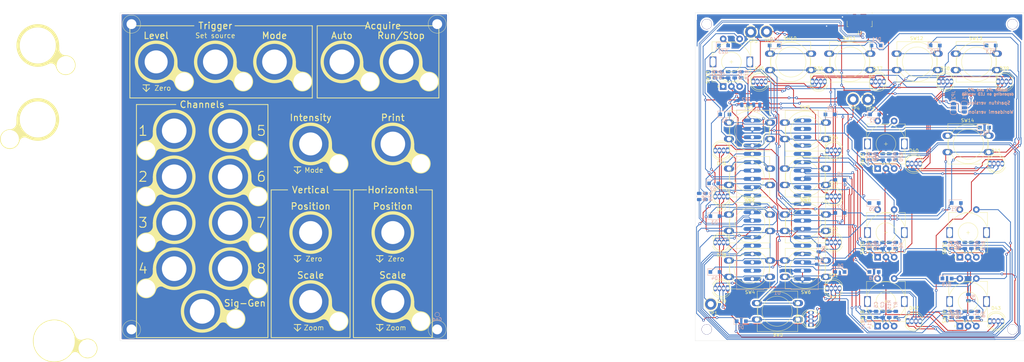
<source format=kicad_pcb>
(kicad_pcb (version 20171130) (host pcbnew "(5.1.6)-1")
  (layers (0 F.Cu signal) (31 B.Cu signal) (34 B.Paste user hide) (35 F.Paste user hide) (36 B.SilkS user) (37 F.SilkS user) (38 B.Mask user hide) (39 F.Mask user hide) (44 Edge.Cuts user))
  (net 0 "")
  (net 1 GND)
  (net 2 /encoder1b)
  (net 3 /encoder2b)
  (net 4 /encoder3b)
  (net 5 /encoder1a)
  (net 6 /encoder2a)
  (net 7 /encoder3a)
  (net 8 /encoder4b)
  (net 9 /encoder5b)
  (net 10 /encoder6b)
  (net 11 /encoder4a)
  (net 12 /encoder5a)
  (net 13 /encoder6a)
  (net 14 "Net-(D1-Pad2)")
  (net 15 /H3)
  (net 16 "Net-(D2-Pad2)")
  (net 17 /H4)
  (net 18 "Net-(D3-Pad2)")
  (net 19 /H0)
  (net 20 "Net-(D4-Pad2)")
  (net 21 /H1)
  (net 22 "Net-(D5-Pad2)")
  (net 23 /H2)
  (net 24 "Net-(D6-Pad2)")
  (net 25 "Net-(D7-Pad2)")
  (net 26 "Net-(D8-Pad2)")
  (net 27 "Net-(D9-Pad2)")
  (net 28 "Net-(D10-Pad2)")
  (net 29 "Net-(D11-Pad2)")
  (net 30 "Net-(D12-Pad2)")
  (net 31 "Net-(D13-Pad2)")
  (net 32 "Net-(D14-Pad2)")
  (net 33 "Net-(D18-Pad2)")
  (net 34 "Net-(D19-Pad2)")
  (net 35 "Net-(D20-Pad2)")
  (net 36 "Net-(D21-Pad2)")
  (net 37 "Net-(D22-Pad2)")
  (net 38 "Net-(D23-Pad2)")
  (net 39 +5V)
  (net 40 /V0)
  (net 41 +3V3)
  (net 42 /V1)
  (net 43 /V2)
  (net 44 /V3)
  (net 45 /V4)
  (net 46 "Net-(R12-Pad1)")
  (net 47 "Net-(R13-Pad1)")
  (net 48 "Net-(R14-Pad1)")
  (net 49 "Net-(R15-Pad1)")
  (net 50 "Net-(R16-Pad1)")
  (net 51 "Net-(R17-Pad1)")
  (net 52 "Net-(R24-Pad1)")
  (net 53 "Net-(R25-Pad1)")
  (net 54 "Net-(R26-Pad1)")
  (net 55 "Net-(R27-Pad1)")
  (net 56 "Net-(R28-Pad1)")
  (net 57 "Net-(R29-Pad1)")
  (net 58 "Net-(U1-Pad37)")
  (net 59 "Net-(U1-Pad24)")
  (net 60 "Net-(U1-Pad23)")
  (net 61 /led)
  (net 62 "Net-(U1-Pad21)")
  (net 63 "Net-(D26-Pad1)")
  (net 64 "Net-(D27-Pad1)")
  (net 65 "Net-(D28-Pad1)")
  (net 66 "Net-(D29-Pad1)")
  (net 67 "Net-(D30-Pad1)")
  (net 68 "Net-(D31-Pad1)")
  (net 69 "Net-(D32-Pad1)")
  (net 70 "Net-(D33-Pad1)")
  (net 71 "Net-(D34-Pad1)")
  (net 72 "Net-(D35-Pad1)")
  (net 73 "Net-(D36-Pad1)")
  (net 74 "Net-(D37-Pad1)")
  (net 75 "Net-(D38-Pad1)")
  (net 76 "Net-(D39-Pad1)")
  (net 77 "Net-(D40-Pad1)")
  (net 78 "Net-(D41-Pad1)")
  (net 79 "Net-(D42-Pad1)")
  (net 80 /USB_P)
  (net 81 /USB_N)
  (net 82 "Net-(TP1-Pad1)")
  (net 83 /USBB_P)
  (net 84 /USBB_N)
  (net 85 /led5v)
  (net 86 /ledGnd)
  (net 87 "Net-(U1-Pad22)")
  (net 88 "Net-(U1-Pad3)")
  (net 89 "Net-(U1-Pad2)")
  (net 90 "Net-(U1-Pad30)")
  (module TestPoint:TestPoint_Pad_D1.0mm (layer B.Cu) (at 21.5 142)
    (fp_text reference Gnd (at 0 1.448) (layer B.SilkS) (effects (justify mirror)))
    (fp_text value TestPoint_Pad_D1.0mm)
    (pad 1 smd circle (at 0 0) (size 1 1) (layers B.Cu B.Mask) (net 1 GND))
  )
  (module Resistor_SMD:R_0805_2012Metric (layer B.Cu) (at 151 141.9375 90)
    (fp_text reference R10 (at -3.0625 0 90) (layer B.SilkS) (effects (justify mirror)))
    (fp_text value 10k)
    (pad 2 smd roundrect (at 0.9375 0 90) (size 0.975 1.4) (layers B.Cu B.Paste B.Mask) (net 6 /encoder2a))
    (pad 1 smd roundrect (at -0.9375 0 90) (size 0.975 1.4) (layers B.Cu B.Paste B.Mask) (net 41 +3V3))
  )
  (module Resistor_SMD:R_0805_2012Metric (layer B.Cu) (at 161 141.9375 90)
    (fp_text reference R7 (at 2.9375 0 90) (layer B.SilkS) (effects (justify mirror)))
    (fp_text value 10k)
    (pad 2 smd roundrect (at 0.9375 0 90) (size 0.975 1.4) (layers B.Cu B.Paste B.Mask) (net 3 /encoder2b))
    (pad 1 smd roundrect (at -0.9375 0 90) (size 0.975 1.4) (layers B.Cu B.Paste B.Mask) (net 41 +3V3))
  )
  (module Diode_SMD:D_SOD-123F (layer B.Cu) (at 154.4 108)
    (fp_text reference D20 (at -0.127 1.905) (layer B.SilkS) (effects (justify mirror)))
    (fp_text value D)
    (pad 2 smd rect (at 1.4 0) (size 1.1 1.1) (layers B.Cu B.Paste B.Mask) (net 35 "Net-(D20-Pad2)"))
    (pad 1 smd rect (at -1.4 0) (size 1.1 1.1) (layers B.Cu B.Paste B.Mask) (net 19 /H0))
  )
  (module Diode_SMD:D_SOD-123F (layer B.Cu) (at 176.6 131)
    (fp_text reference D19 (at -0.127 1.905) (layer B.SilkS) (effects (justify mirror)))
    (fp_text value D)
    (pad 2 smd rect (at 1.4 0) (size 1.1 1.1) (layers B.Cu B.Paste B.Mask) (net 34 "Net-(D19-Pad2)"))
    (pad 1 smd rect (at -1.4 0) (size 1.1 1.1) (layers B.Cu B.Paste B.Mask) (net 23 /H2))
  )
  (module Resistor_SMD:R_0805_2012Metric (layer B.Cu) (at 153 120.9375 90)
    (fp_text reference R12 (at 0 1.65 90) (layer B.SilkS) (effects (justify mirror)))
    (fp_text value 100R)
    (pad 2 smd roundrect (at 0.9375 0 90) (size 0.975 1.4) (layers B.Cu B.Paste B.Mask) (net 5 /encoder1a))
    (pad 1 smd roundrect (at -0.9375 0 90) (size 0.975 1.4) (layers B.Cu B.Paste B.Mask) (net 46 "Net-(R12-Pad1)"))
  )
  (module Resistor_SMD:R_0805_2012Metric (layer B.Cu) (at 151 120.9375 90)
    (fp_text reference R9 (at 0 1.65 90) (layer B.SilkS) (effects (justify mirror)))
    (fp_text value 10k)
    (pad 2 smd roundrect (at 0.9375 0 90) (size 0.975 1.4) (layers B.Cu B.Paste B.Mask) (net 5 /encoder1a))
    (pad 1 smd roundrect (at -0.9375 0 90) (size 0.975 1.4) (layers B.Cu B.Paste B.Mask) (net 41 +3V3))
  )
  (module Resistor_SMD:R_0805_2012Metric (layer B.Cu) (at 186 141.9375 90)
    (fp_text reference R8 (at 0 1.65 90) (layer B.SilkS) (effects (justify mirror)))
    (fp_text value 10k)
    (pad 2 smd roundrect (at 0.9375 0 90) (size 0.975 1.4) (layers B.Cu B.Paste B.Mask) (net 4 /encoder3b))
    (pad 1 smd roundrect (at -0.9375 0 90) (size 0.975 1.4) (layers B.Cu B.Paste B.Mask) (net 41 +3V3))
  )
  (module Resistor_SMD:R_0805_2012Metric (layer B.Cu) (at 161 120.9375 90)
    (fp_text reference R6 (at 0 1.65 90) (layer B.SilkS) (effects (justify mirror)))
    (fp_text value 10k)
    (pad 2 smd roundrect (at 0.9375 0 90) (size 0.975 1.4) (layers B.Cu B.Paste B.Mask) (net 2 /encoder1b))
    (pad 1 smd roundrect (at -0.9375 0 90) (size 0.975 1.4) (layers B.Cu B.Paste B.Mask) (net 41 +3V3))
  )
  (module Resistor_SMD:R_0805_2012Metric (layer B.Cu) (at 137.6 121.9375 90)
    (fp_text reference R5 (at 0 1.65 90) (layer B.SilkS) (effects (justify mirror)))
    (fp_text value 10k)
    (pad 2 smd roundrect (at 0.9375 0 90) (size 0.975 1.4) (layers B.Cu B.Paste B.Mask) (net 45 /V4))
    (pad 1 smd roundrect (at -0.9375 0 90) (size 0.975 1.4) (layers B.Cu B.Paste B.Mask) (net 41 +3V3))
  )
  (module Resistor_SMD:R_0805_2012Metric (layer B.Cu) (at 118.7 78.1)
    (fp_text reference R4 (at 0 1.65) (layer B.SilkS) (effects (justify mirror)))
    (fp_text value 10k)
    (pad 2 smd roundrect (at 0.9375 0) (size 0.975 1.4) (layers B.Cu B.Paste B.Mask) (net 44 /V3))
    (pad 1 smd roundrect (at -0.9375 0) (size 0.975 1.4) (layers B.Cu B.Paste B.Mask) (net 41 +3V3))
  )
  (module Resistor_SMD:R_0805_2012Metric (layer B.Cu) (at 115.1 78.1 180)
    (fp_text reference R2 (at 0 1.65) (layer B.SilkS) (effects (justify mirror)))
    (fp_text value 10k)
    (pad 2 smd roundrect (at 0.9375 0 180) (size 0.975 1.4) (layers B.Cu B.Paste B.Mask) (net 42 /V1))
    (pad 1 smd roundrect (at -0.9375 0 180) (size 0.975 1.4) (layers B.Cu B.Paste B.Mask) (net 41 +3V3))
  )
  (module Resistor_SMD:R_0805_2012Metric (layer B.Cu) (at 183.1 136.8 90)
    (fp_text reference R1 (at 0 1.65 90) (layer B.SilkS) (effects (justify mirror)))
    (fp_text value 10k)
    (pad 2 smd roundrect (at 0.9375 0 90) (size 0.975 1.4) (layers B.Cu B.Paste B.Mask) (net 40 /V0))
    (pad 1 smd roundrect (at -0.9375 0 90) (size 0.975 1.4) (layers B.Cu B.Paste B.Mask) (net 41 +3V3))
  )
  (module Diode_SMD:D_SOD-123F (layer B.Cu) (at 108.6 60)
    (fp_text reference D23 (at -0.127 1.905) (layer B.SilkS) (effects (justify mirror)))
    (fp_text value D)
    (pad 2 smd rect (at 1.4 0) (size 1.1 1.1) (layers B.Cu B.Paste B.Mask) (net 38 "Net-(D23-Pad2)"))
    (pad 1 smd rect (at -1.4 0) (size 1.1 1.1) (layers B.Cu B.Paste B.Mask) (net 15 /H3))
  )
  (module Diode_SMD:D_SOD-123F (layer B.Cu) (at 154.6 81)
    (fp_text reference D22 (at -0.127 1.905) (layer B.SilkS) (effects (justify mirror)))
    (fp_text value D)
    (pad 2 smd rect (at 1.4 0) (size 1.1 1.1) (layers B.Cu B.Paste B.Mask) (net 37 "Net-(D22-Pad2)"))
    (pad 1 smd rect (at -1.4 0) (size 1.1 1.1) (layers B.Cu B.Paste B.Mask) (net 19 /H0))
  )
  (module Resistor_SMD:R_0805_2012Metric (layer B.Cu) (at 137.1 125.7 90)
    (fp_text reference R3 (at 0 1.65 90) (layer B.SilkS) (effects (justify mirror)))
    (fp_text value 10k)
    (pad 2 smd roundrect (at 0.9375 0 90) (size 0.975 1.4) (layers B.Cu B.Paste B.Mask) (net 43 /V2))
    (pad 1 smd roundrect (at -0.9375 0 90) (size 0.975 1.4) (layers B.Cu B.Paste B.Mask) (net 41 +3V3))
  )
  (module Diode_SMD:D_SOD-123F (layer B.Cu) (at 179.4 108)
    (fp_text reference D21 (at -0.127 1.905) (layer B.SilkS) (effects (justify mirror)))
    (fp_text value D)
    (pad 2 smd rect (at 1.4 0) (size 1.1 1.1) (layers B.Cu B.Paste B.Mask) (net 36 "Net-(D21-Pad2)"))
    (pad 1 smd rect (at -1.4 0) (size 1.1 1.1) (layers B.Cu B.Paste B.Mask) (net 17 /H4))
  )
  (module Resistor_SMD:R_0805_2012Metric (layer B.Cu) (at 176 141.9375 90)
    (fp_text reference R11 (at 0 1.65 90) (layer B.SilkS) (effects (justify mirror)))
    (fp_text value 10k)
    (pad 2 smd roundrect (at 0.9375 0 90) (size 0.975 1.4) (layers B.Cu B.Paste B.Mask) (net 7 /encoder3a))
    (pad 1 smd roundrect (at -0.9375 0 90) (size 0.975 1.4) (layers B.Cu B.Paste B.Mask) (net 41 +3V3))
  )
  (module Resistor_SMD:R_0805_2012Metric (layer B.Cu) (at 159 120.9375 90)
    (fp_text reference R13 (at 0 1.65 90) (layer B.SilkS) (effects (justify mirror)))
    (fp_text value 100R)
    (pad 2 smd roundrect (at 0.9375 0 90) (size 0.975 1.4) (layers B.Cu B.Paste B.Mask) (net 2 /encoder1b))
    (pad 1 smd roundrect (at -0.9375 0 90) (size 0.975 1.4) (layers B.Cu B.Paste B.Mask) (net 47 "Net-(R13-Pad1)"))
  )
  (module Capacitor_SMD:C_0805_2012Metric (layer B.Cu) (at 110 68.9375 270)
    (fp_text reference C7 (at 0 1.65 90) (layer B.SilkS) (effects (justify mirror)))
    (fp_text value 1nF)
    (pad 2 smd roundrect (at 0.9375 0 270) (size 0.975 1.4) (layers B.Cu B.Paste B.Mask) (net 1 GND))
    (pad 1 smd roundrect (at -0.9375 0 270) (size 0.975 1.4) (layers B.Cu B.Paste B.Mask) (net 8 /encoder4b))
  )
  (module Capacitor_SMD:C_0805_2012Metric (layer B.Cu) (at 180 141.9375 270)
    (fp_text reference C6 (at 0 1.65 90) (layer B.SilkS) (effects (justify mirror)))
    (fp_text value 1nF)
    (pad 2 smd roundrect (at 0.9375 0 270) (size 0.975 1.4) (layers B.Cu B.Paste B.Mask) (net 1 GND))
    (pad 1 smd roundrect (at -0.9375 0 270) (size 0.975 1.4) (layers B.Cu B.Paste B.Mask) (net 7 /encoder3a))
  )
  (module Capacitor_SMD:C_0805_2012Metric (layer B.Cu) (at 182 120.9375 270)
    (fp_text reference C8 (at 0 1.65 90) (layer B.SilkS) (effects (justify mirror)))
    (fp_text value 1nF)
    (pad 2 smd roundrect (at 0.9375 0 270) (size 0.975 1.4) (layers B.Cu B.Paste B.Mask) (net 1 GND))
    (pad 1 smd roundrect (at -0.9375 0 270) (size 0.975 1.4) (layers B.Cu B.Paste B.Mask) (net 9 /encoder5b))
  )
  (module Capacitor_SMD:C_0805_2012Metric (layer B.Cu) (at 182 141.9375 270)
    (fp_text reference C3 (at 0 1.65 90) (layer B.SilkS) (effects (justify mirror)))
    (fp_text value 1nF)
    (pad 2 smd roundrect (at 0.9375 0 270) (size 0.975 1.4) (layers B.Cu B.Paste B.Mask) (net 1 GND))
    (pad 1 smd roundrect (at -0.9375 0 270) (size 0.975 1.4) (layers B.Cu B.Paste B.Mask) (net 4 /encoder3b))
  )
  (module Capacitor_SMD:C_0805_2012Metric (layer B.Cu) (at 155 141.9375 270)
    (fp_text reference C5 (at -2.9375 0 90) (layer B.SilkS) (effects (justify mirror)))
    (fp_text value 1nF)
    (pad 2 smd roundrect (at 0.9375 0 270) (size 0.975 1.4) (layers B.Cu B.Paste B.Mask) (net 1 GND))
    (pad 1 smd roundrect (at -0.9375 0 270) (size 0.975 1.4) (layers B.Cu B.Paste B.Mask) (net 6 /encoder2a))
  )
  (module Capacitor_SMD:C_0805_2012Metric (layer B.Cu) (at 157 120.9375 270)
    (fp_text reference C1 (at 0 1.65 90) (layer B.SilkS) (effects (justify mirror)))
    (fp_text value 1nF)
    (pad 2 smd roundrect (at 0.9375 0 270) (size 0.975 1.4) (layers B.Cu B.Paste B.Mask) (net 1 GND))
    (pad 1 smd roundrect (at -0.9375 0 270) (size 0.975 1.4) (layers B.Cu B.Paste B.Mask) (net 2 /encoder1b))
  )
  (module Capacitor_SMD:C_0805_2012Metric (layer B.Cu) (at 157 93.9375 270)
    (fp_text reference C9 (at 0 1.65 90) (layer B.SilkS) (effects (justify mirror)))
    (fp_text value 1nF)
    (pad 2 smd roundrect (at 0.9375 0 270) (size 0.975 1.4) (layers B.Cu B.Paste B.Mask) (net 1 GND))
    (pad 1 smd roundrect (at -0.9375 0 270) (size 0.975 1.4) (layers B.Cu B.Paste B.Mask) (net 10 /encoder6b))
  )
  (module Capacitor_SMD:C_0805_2012Metric (layer B.Cu) (at 157 141.9375 270)
    (fp_text reference C2 (at -2.9375 0 90) (layer B.SilkS) (effects (justify mirror)))
    (fp_text value 1nF)
    (pad 2 smd roundrect (at 0.9375 0 270) (size 0.975 1.4) (layers B.Cu B.Paste B.Mask) (net 1 GND))
    (pad 1 smd roundrect (at -0.9375 0 270) (size 0.975 1.4) (layers B.Cu B.Paste B.Mask) (net 3 /encoder2b))
  )
  (module Capacitor_SMD:C_0805_2012Metric (layer B.Cu) (at 155 120.9375 270)
    (fp_text reference C4 (at 0 1.65 90) (layer B.SilkS) (effects (justify mirror)))
    (fp_text value 1nF)
    (pad 2 smd roundrect (at 0.9375 0 270) (size 0.975 1.4) (layers B.Cu B.Paste B.Mask) (net 1 GND))
    (pad 1 smd roundrect (at -0.9375 0 270) (size 0.975 1.4) (layers B.Cu B.Paste B.Mask) (net 5 /encoder1a))
  )
  (module TestPoint:TestPoint_Loop_D2.50mm_Drill1.85mm (layer F.Cu) (at 148 76.4)
    (fp_text reference TP4 (at 0.7 2.8) (layer F.SilkS))
    (fp_text value TestPoint)
    (pad 1 thru_hole circle (at 0 0) (size 3.4 3.4) (drill 1.85) (layers *.Cu *.Mask) (net 41 +3V3))
  )
  (module Jumper:SolderJumper-3_P1.3mm_Open_RoundedPad1.0x1.5mm (layer B.Cu) (at 181.864 78.994 270)
    (fp_text reference JP1 (at -3.81 0 90) (layer B.SilkS) (effects (justify mirror)))
    (fp_text value SolderJumper_3_Open)
    (pad 2 smd rect (at 0 0 270) (size 1 1.5) (layers B.Cu B.Mask) (net 86 /ledGnd))
    (pad 3 smd custom (at 1.3 0 270) (size 1 0.5) (layers B.Cu B.Mask) (net 39 +5V) (options (clearance outline) (anchor rect)) (primitives (gr_circle (center 0 -0.25) (end 0.5 -0.25) (width 0)) (gr_circle (center 0 0.25) (end 0.5 0.25) (width 0)) (gr_poly (pts (xy -0.55 0.75) (xy 0 0.75) (xy 0 -0.75) (xy -0.55 -0.75)) (width 0))))
    (pad 1 smd custom (at -1.3 0 270) (size 1 0.5) (layers B.Cu B.Mask) (net 1 GND) (options (clearance outline) (anchor rect)) (primitives (gr_circle (center 0 -0.25) (end 0.5 -0.25) (width 0)) (gr_circle (center 0 0.25) (end 0.5 0.25) (width 0)) (gr_poly (pts (xy 0.55 0.75) (xy 0 0.75) (xy 0 -0.75) (xy 0.55 -0.75)) (width 0))))
  )
  (module Connector_USB:USB_Micro-B_Molex_47346-0001 (layer F.Cu) (at 150 52.6 180)
    (fp_text reference J1 (at 0 -3.5) (layer F.SilkS))
    (fp_text value USB_B_Micro)
    (pad 6 smd rect (at 1.55 1.2 180) (size 1 1.9) (layers F.Cu F.Paste F.Mask) (net 1 GND))
    (pad 6 smd rect (at -1.15 1.2 180) (size 1.8 1.9) (layers F.Cu F.Paste F.Mask) (net 1 GND))
    (pad 6 smd rect (at 3.375 1.2 180) (size 1.65 1.3) (layers F.Cu F.Paste F.Mask) (net 1 GND))
    (pad 6 smd rect (at -3.375 1.2 180) (size 1.65 1.3) (layers F.Cu F.Paste F.Mask) (net 1 GND))
    (pad 6 smd rect (at 2.4875 -1.375 180) (size 1.425 1.55) (layers F.Cu F.Paste F.Mask) (net 1 GND))
    (pad 6 smd rect (at -2.4875 -1.375 180) (size 1.425 1.55) (layers F.Cu F.Paste F.Mask) (net 1 GND))
    (pad 5 smd rect (at 1.3 -1.46 180) (size 0.45 1.38) (layers F.Cu F.Paste F.Mask) (net 1 GND))
    (pad 4 smd rect (at 0.65 -1.46 180) (size 0.45 1.38) (layers F.Cu F.Paste F.Mask) (net 1 GND))
    (pad 3 smd rect (at 0 -1.46 180) (size 0.45 1.38) (layers F.Cu F.Paste F.Mask) (net 83 /USBB_P))
    (pad 2 smd rect (at -0.65 -1.46 180) (size 0.45 1.38) (layers F.Cu F.Paste F.Mask) (net 84 /USBB_N))
    (pad 1 smd rect (at -1.3 -1.46 180) (size 0.45 1.38) (layers F.Cu F.Paste F.Mask) (net 39 +5V))
  )
  (module TestPoint:TestPoint_Loop_D2.50mm_Drill1.85mm (layer F.Cu) (at 116.9 55.9)
    (fp_text reference TP5 (at 0.7 2.8) (layer F.SilkS))
    (fp_text value TestPoint)
    (pad 1 thru_hole circle (at 0 0) (size 3.4 3.4) (drill 1.85) (layers *.Cu *.Mask) (net 1 GND))
  )
  (module TestPoint:TestPoint_Loop_D2.50mm_Drill1.85mm (layer F.Cu) (at 152.5 76.5)
    (fp_text reference TP3 (at 0.7 2.8) (layer F.SilkS))
    (fp_text value TestPoint)
    (pad 1 thru_hole circle (at 0 0) (size 3.4 3.4) (drill 1.85) (layers *.Cu *.Mask) (net 1 GND))
  )
  (module TestPoint:TestPoint_Loop_D2.50mm_Drill1.85mm (layer F.Cu) (at 121.7 55.8)
    (fp_text reference TP2 (at 0.7 2.8) (layer F.SilkS))
    (fp_text value TestPoint)
    (pad 1 thru_hole circle (at 0 0) (size 3.4 3.4) (drill 1.85) (layers *.Cu *.Mask) (net 39 +5V))
  )
  (module Resistor_SMD:R_0805_2012Metric (layer B.Cu) (at 101.2 106 90)
    (fp_text reference R38 (at 0 1.65 90) (layer B.SilkS) (effects (justify mirror)))
    (fp_text value 22R)
    (pad 2 smd roundrect (at 0.9375 0 90) (size 0.975 1.4) (layers B.Cu B.Paste B.Mask) (net 84 /USBB_N))
    (pad 1 smd roundrect (at -0.9375 0 90) (size 0.975 1.4) (layers B.Cu B.Paste B.Mask) (net 81 /USB_N))
  )
  (module Resistor_SMD:R_0805_2012Metric (layer B.Cu) (at 103.1 106 90)
    (fp_text reference R39 (at 0 1.65 90) (layer B.SilkS) (effects (justify mirror)))
    (fp_text value 22R)
    (pad 2 smd roundrect (at 0.9375 0 90) (size 0.975 1.4) (layers B.Cu B.Paste B.Mask) (net 83 /USBB_P))
    (pad 1 smd roundrect (at -0.9375 0 90) (size 0.975 1.4) (layers B.Cu B.Paste B.Mask) (net 80 /USB_P))
  )
  (module TestPoint:TestPoint_Loop_D2.50mm_Drill1.85mm (layer F.Cu) (at 104.7 138.8)
    (fp_text reference TP1 (at 0.7 2.8) (layer F.SilkS))
    (fp_text value TestPoint)
    (pad 1 thru_hole circle (at 0 0) (size 3.4 3.4) (drill 1.85) (layers *.Cu *.Mask) (net 82 "Net-(TP1-Pad1)"))
  )
  (module footprints:DIP-40_15.24_generic (layer B.Cu) (at 125 107 90)
    (fp_text reference U1 (at -28.37 0 180) (layer B.SilkS) (effects (justify mirror)))
    (fp_text value bluepill)
    (pad 40 smd oval (at -24.13 7.62 90) (size 1.2 5.4) (layers B.Cu B.Paste B.Mask) (net 1 GND))
    (pad 39 smd oval (at -21.59 7.62 90) (size 1.2 5.4) (layers B.Cu B.Paste B.Mask) (net 1 GND))
    (pad 38 smd oval (at -19.05 7.62 270) (size 1.2 5.4) (layers B.Cu B.Paste B.Mask) (net 41 +3V3))
    (pad 37 smd oval (at -16.51 7.62 270) (size 1.2 5.4) (layers B.Cu B.Paste B.Mask) (net 58 "Net-(U1-Pad37)"))
    (pad 36 smd oval (at -13.97 7.62 270) (size 1.2 5.4) (layers B.Cu B.Paste B.Mask) (net 8 /encoder4b))
    (pad 35 smd oval (at -11.43 7.62 270) (size 1.2 5.4) (layers B.Cu B.Paste B.Mask) (net 45 /V4))
    (pad 34 smd oval (at -8.89 7.62 270) (size 1.2 5.4) (layers B.Cu B.Paste B.Mask) (net 21 /H1))
    (pad 33 smd oval (at -6.35 7.62 270) (size 1.2 5.4) (layers B.Cu B.Paste B.Mask) (net 19 /H0))
    (pad 32 smd oval (at -3.81 7.62 270) (size 1.2 5.4) (layers B.Cu B.Paste B.Mask) (net 61 /led))
    (pad 31 smd oval (at -1.27 7.62 270) (size 1.2 5.4) (layers B.Cu B.Paste B.Mask) (net 11 /encoder4a))
    (pad 30 smd oval (at 1.27 7.62 270) (size 1.2 5.4) (layers B.Cu B.Paste B.Mask) (net 90 "Net-(U1-Pad30)"))
    (pad 29 smd oval (at 3.81 7.62 270) (size 1.2 5.4) (layers B.Cu B.Paste B.Mask) (net 7 /encoder3a))
    (pad 28 smd oval (at 6.35 7.62 270) (size 1.2 5.4) (layers B.Cu B.Paste B.Mask) (net 3 /encoder2b))
    (pad 27 smd oval (at 8.89 7.62 270) (size 1.2 5.4) (layers B.Cu B.Paste B.Mask) (net 6 /encoder2a))
    (pad 26 smd oval (at 11.43 7.62 270) (size 1.2 5.4) (layers B.Cu B.Paste B.Mask) (net 2 /encoder1b))
    (pad 25 smd oval (at 13.97 7.62 270) (size 1.2 5.4) (layers B.Cu B.Paste B.Mask) (net 5 /encoder1a))
    (pad 24 smd oval (at 16.51 7.62 270) (size 1.2 5.4) (layers B.Cu B.Paste B.Mask) (net 59 "Net-(U1-Pad24)"))
    (pad 23 smd oval (at 19.05 7.62 270) (size 1.2 5.4) (layers B.Cu B.Paste B.Mask) (net 60 "Net-(U1-Pad23)"))
    (pad 22 smd oval (at 21.59 7.62 270) (size 1.2 5.4) (layers B.Cu B.Paste B.Mask) (net 87 "Net-(U1-Pad22)"))
    (pad 21 smd oval (at 24.13 7.62 270) (size 1.2 5.4) (layers B.Cu B.Paste B.Mask) (net 62 "Net-(U1-Pad21)"))
    (pad 20 smd oval (at 24.13 -7.62 90) (size 1.2 5.4) (layers B.Cu B.Paste B.Mask) (net 41 +3V3))
    (pad 19 smd oval (at 21.59 -7.62 90) (size 1.2 5.4) (layers B.Cu B.Paste B.Mask) (net 1 GND))
    (pad 18 smd oval (at 19.05 -7.62 90) (size 1.2 5.4) (layers B.Cu B.Paste B.Mask) (net 39 +5V))
    (pad 17 smd oval (at 16.51 -7.62 90) (size 1.2 5.4) (layers B.Cu B.Paste B.Mask) (net 44 /V3))
    (pad 16 smd oval (at 13.97 -7.62 90) (size 1.2 5.4) (layers B.Cu B.Paste B.Mask) (net 43 /V2))
    (pad 15 smd oval (at 11.43 -7.62 90) (size 1.2 5.4) (layers B.Cu B.Paste B.Mask) (net 42 /V1))
    (pad 14 smd oval (at 8.89 -7.62 90) (size 1.2 5.4) (layers B.Cu B.Paste B.Mask) (net 40 /V0))
    (pad 13 smd oval (at 6.35 -7.62 90) (size 1.2 5.4) (layers B.Cu B.Paste B.Mask) (net 17 /H4))
    (pad 12 smd oval (at 3.81 -7.62 90) (size 1.2 5.4) (layers B.Cu B.Paste B.Mask) (net 15 /H3))
    (pad 11 smd oval (at 1.27 -7.62 90) (size 1.2 5.4) (layers B.Cu B.Paste B.Mask) (net 23 /H2))
    (pad 10 smd oval (at -1.27 -7.62 90) (size 1.2 5.4) (layers B.Cu B.Paste B.Mask) (net 10 /encoder6b))
    (pad 9 smd oval (at -3.81 -7.62 90) (size 1.2 5.4) (layers B.Cu B.Paste B.Mask) (net 80 /USB_P))
    (pad 8 smd oval (at -6.35 -7.62 90) (size 1.2 5.4) (layers B.Cu B.Paste B.Mask) (net 81 /USB_N))
    (pad 7 smd oval (at -8.89 -7.62 90) (size 1.2 5.4) (layers B.Cu B.Paste B.Mask) (net 13 /encoder6a))
    (pad 6 smd oval (at -11.43 -7.62 90) (size 1.2 5.4) (layers B.Cu B.Paste B.Mask) (net 9 /encoder5b))
    (pad 5 smd oval (at -13.97 -7.62 90) (size 1.2 5.4) (layers B.Cu B.Paste B.Mask) (net 12 /encoder5a))
    (pad 4 smd oval (at -16.51 -7.62 90) (size 1.2 5.4) (layers B.Cu B.Paste B.Mask) (net 82 "Net-(TP1-Pad1)"))
    (pad 3 smd oval (at -19.05 -7.62 90) (size 1.2 5.4) (layers B.Cu B.Paste B.Mask) (net 88 "Net-(U1-Pad3)"))
    (pad 2 smd oval (at -21.59 -7.62 90) (size 1.2 5.4) (layers B.Cu B.Paste B.Mask) (net 89 "Net-(U1-Pad2)"))
    (pad 1 smd oval (at -24.13 -7.62 90) (size 1.2 5.4) (layers B.Cu B.Paste B.Mask) (net 4 /encoder3b))
    (pad 20 thru_hole oval (at 24.13 -7.62 90) (size 1.2 2) (drill 1) (layers *.Cu *.Mask) (net 41 +3V3))
    (pad 21 thru_hole oval (at 24.13 7.62 90) (size 1.2 2) (drill 1) (layers *.Cu *.Mask) (net 62 "Net-(U1-Pad21)"))
    (pad 19 thru_hole oval (at 21.59 -7.62 90) (size 1.2 2) (drill 1) (layers *.Cu *.Mask) (net 1 GND))
    (pad 22 thru_hole oval (at 21.59 7.62 90) (size 1.2 2) (drill 1) (layers *.Cu *.Mask) (net 87 "Net-(U1-Pad22)"))
    (pad 18 thru_hole oval (at 19.05 -7.62 90) (size 1.2 2) (drill 1) (layers *.Cu *.Mask) (net 39 +5V))
    (pad 23 thru_hole oval (at 19.05 7.62 90) (size 1.2 2) (drill 1) (layers *.Cu *.Mask) (net 60 "Net-(U1-Pad23)"))
    (pad 17 thru_hole oval (at 16.51 -7.62 90) (size 1.2 2) (drill 1) (layers *.Cu *.Mask) (net 44 /V3))
    (pad 24 thru_hole oval (at 16.51 7.62 90) (size 1.2 2) (drill 1) (layers *.Cu *.Mask) (net 59 "Net-(U1-Pad24)"))
    (pad 16 thru_hole oval (at 13.97 -7.62 90) (size 1.2 2) (drill 1) (layers *.Cu *.Mask) (net 43 /V2))
    (pad 25 thru_hole oval (at 13.97 7.62 90) (size 1.2 2) (drill 1) (layers *.Cu *.Mask) (net 5 /encoder1a))
    (pad 15 thru_hole oval (at 11.43 -7.62 90) (size 1.2 2) (drill 1) (layers *.Cu *.Mask) (net 42 /V1))
    (pad 26 thru_hole oval (at 11.43 7.62 90) (size 1.2 2) (drill 1) (layers *.Cu *.Mask) (net 2 /encoder1b))
    (pad 14 thru_hole oval (at 8.89 -7.62 90) (size 1.2 2) (drill 1) (layers *.Cu *.Mask) (net 40 /V0))
    (pad 27 thru_hole oval (at 8.89 7.62 90) (size 1.2 2) (drill 1) (layers *.Cu *.Mask) (net 6 /encoder2a))
    (pad 13 thru_hole oval (at 6.35 -7.62 90) (size 1.2 2) (drill 1) (layers *.Cu *.Mask) (net 17 /H4))
    (pad 28 thru_hole oval (at 6.35 7.62 90) (size 1.2 2) (drill 1) (layers *.Cu *.Mask) (net 3 /encoder2b))
    (pad 12 thru_hole oval (at 3.81 -7.62 90) (size 1.2 2) (drill 1) (layers *.Cu *.Mask) (net 15 /H3))
    (pad 29 thru_hole oval (at 3.81 7.62 90) (size 1.2 2) (drill 1) (layers *.Cu *.Mask) (net 7 /encoder3a))
    (pad 11 thru_hole oval (at 1.27 -7.62 90) (size 1.2 2) (drill 1) (layers *.Cu *.Mask) (net 23 /H2))
    (pad 30 thru_hole oval (at 1.27 7.62 90) (size 1.2 2) (drill 1) (layers *.Cu *.Mask) (net 90 "Net-(U1-Pad30)"))
    (pad 10 thru_hole oval (at -1.27 -7.62 90) (size 1.2 2) (drill 1) (layers *.Cu *.Mask) (net 10 /encoder6b))
    (pad 31 thru_hole oval (at -1.27 7.62 90) (size 1.2 2) (drill 1) (layers *.Cu *.Mask) (net 11 /encoder4a))
    (pad 9 thru_hole oval (at -3.81 -7.62 90) (size 1.2 2) (drill 1) (layers *.Cu *.Mask) (net 80 /USB_P))
    (pad 32 thru_hole oval (at -3.81 7.62 90) (size 1.2 2) (drill 1) (layers *.Cu *.Mask) (net 61 /led))
    (pad 8 thru_hole oval (at -6.35 -7.62 90) (size 1.2 2) (drill 1) (layers *.Cu *.Mask) (net 81 /USB_N))
    (pad 33 thru_hole oval (at -6.35 7.62 90) (size 1.2 2) (drill 1) (layers *.Cu *.Mask) (net 19 /H0))
    (pad 7 thru_hole oval (at -8.89 -7.62 90) (size 1.2 2) (drill 1) (layers *.Cu *.Mask) (net 13 /encoder6a))
    (pad 34 thru_hole oval (at -8.89 7.62 90) (size 1.2 2) (drill 1) (layers *.Cu *.Mask) (net 21 /H1))
    (pad 6 thru_hole oval (at -11.43 -7.62 90) (size 1.2 2) (drill 1) (layers *.Cu *.Mask) (net 9 /encoder5b))
    (pad 35 thru_hole oval (at -11.43 7.62 90) (size 1.2 2) (drill 1) (layers *.Cu *.Mask) (net 45 /V4))
    (pad 5 thru_hole oval (at -13.97 -7.62 90) (size 1.2 2) (drill 1) (layers *.Cu *.Mask) (net 12 /encoder5a))
    (pad 36 thru_hole oval (at -13.97 7.62 90) (size 1.2 2) (drill 1) (layers *.Cu *.Mask) (net 8 /encoder4b))
    (pad 4 thru_hole oval (at -16.51 -7.62 90) (size 1.2 2) (drill 1) (layers *.Cu *.Mask) (net 82 "Net-(TP1-Pad1)"))
    (pad 37 thru_hole oval (at -16.51 7.62 90) (size 1.2 2) (drill 1) (layers *.Cu *.Mask) (net 58 "Net-(U1-Pad37)"))
    (pad 3 thru_hole oval (at -19.05 -7.62 90) (size 1.2 2) (drill 1) (layers *.Cu *.Mask) (net 88 "Net-(U1-Pad3)"))
    (pad 38 thru_hole oval (at -19.05 7.62 90) (size 1.2 2) (drill 1) (layers *.Cu *.Mask) (net 41 +3V3))
    (pad 2 thru_hole oval (at -21.59 -7.62 90) (size 1.2 2) (drill 1) (layers *.Cu *.Mask) (net 89 "Net-(U1-Pad2)"))
    (pad 39 thru_hole oval (at -21.59 7.62 90) (size 1.2 2) (drill 1) (layers *.Cu *.Mask) (net 1 GND))
    (pad 1 thru_hole oval (at -24.13 -7.62 90) (size 1.2 2) (drill 1) (layers *.Cu *.Mask) (net 4 /encoder3b))
    (pad 40 thru_hole oval (at -24.13 7.62 90) (size 1.2 2) (drill 1) (layers *.Cu *.Mask) (net 1 GND))
  )
  (module Rotary_Encoder:RotaryEncoder_Alps_EC11E-Switch_Vertical_H20mm (layer F.Cu) (at 108.5 72.5 90)
    (fp_text reference SW23 (at 2.8 -4.7 90) (layer F.SilkS))
    (fp_text value Rotary_Encoder_Switch)
    (pad A thru_hole rect (at 0 0 90) (size 2 2) (drill 1) (layers *.Cu *.Mask) (net 52 "Net-(R24-Pad1)"))
    (pad C thru_hole circle (at 0 2.5 90) (size 2 2) (drill 1) (layers *.Cu *.Mask) (net 1 GND))
    (pad B thru_hole circle (at 0 5 90) (size 2 2) (drill 1) (layers *.Cu *.Mask) (net 53 "Net-(R25-Pad1)"))
    (pad MP thru_hole rect (at 7.5 -3.1 90) (size 3.2 2) (drill oval 2.8 1.5) (layers *.Cu *.Mask))
    (pad MP thru_hole rect (at 7.5 8.1 90) (size 3.2 2) (drill oval 2.8 1.5) (layers *.Cu *.Mask))
    (pad S2 thru_hole circle (at 14.5 0 90) (size 2 2) (drill 1) (layers *.Cu *.Mask) (net 38 "Net-(D23-Pad2)"))
    (pad S1 thru_hole circle (at 14.5 5 90) (size 2 2) (drill 1) (layers *.Cu *.Mask) (net 40 /V0))
  )
  (module Jumper:SolderJumper-3_P1.3mm_Open_RoundedPad1.0x1.5mm (layer B.Cu) (at 178.562 78.994 270)
    (fp_text reference JP2 (at -3.81 0 90) (layer B.SilkS) (effects (justify mirror)))
    (fp_text value SolderJumper_3_Open)
    (pad 2 smd rect (at 0 0 270) (size 1 1.5) (layers B.Cu B.Mask) (net 85 /led5v))
    (pad 3 smd custom (at 1.3 0 270) (size 1 0.5) (layers B.Cu B.Mask) (net 1 GND) (options (clearance outline) (anchor rect)) (primitives (gr_circle (center 0 -0.25) (end 0.5 -0.25) (width 0)) (gr_circle (center 0 0.25) (end 0.5 0.25) (width 0)) (gr_poly (pts (xy -0.55 0.75) (xy 0 0.75) (xy 0 -0.75) (xy -0.55 -0.75)) (width 0))))
    (pad 1 smd custom (at -1.3 0 270) (size 1 0.5) (layers B.Cu B.Mask) (net 39 +5V) (options (clearance outline) (anchor rect)) (primitives (gr_circle (center 0 -0.25) (end 0.5 -0.25) (width 0)) (gr_circle (center 0 0.25) (end 0.5 0.25) (width 0)) (gr_poly (pts (xy 0.55 0.75) (xy 0 0.75) (xy 0 -0.75) (xy 0.55 -0.75)) (width 0))))
  )
  (module Resistor_SMD:R_0805_2012Metric (layer B.Cu) (at 178 120.9375 90)
    (fp_text reference R26 (at 0 1.65 90) (layer B.SilkS) (effects (justify mirror)))
    (fp_text value 100R)
    (pad 2 smd roundrect (at 0.9375 0 90) (size 0.975 1.4) (layers B.Cu B.Paste B.Mask) (net 12 /encoder5a))
    (pad 1 smd roundrect (at -0.9375 0 90) (size 0.975 1.4) (layers B.Cu B.Paste B.Mask) (net 54 "Net-(R26-Pad1)"))
  )
  (module Resistor_SMD:R_0805_2012Metric (layer B.Cu) (at 186 120.9375 90)
    (fp_text reference R19 (at 0 1.65 90) (layer B.SilkS) (effects (justify mirror)))
    (fp_text value 10k)
    (pad 2 smd roundrect (at 0.9375 0 90) (size 0.975 1.4) (layers B.Cu B.Paste B.Mask) (net 9 /encoder5b))
    (pad 1 smd roundrect (at -0.9375 0 90) (size 0.975 1.4) (layers B.Cu B.Paste B.Mask) (net 41 +3V3))
  )
  (module Button_Switch_THT:SW_PUSH-12mm (layer F.Cu) (at 110.25 83.5)
    (fp_text reference SW1 (at 6.08 -4.66) (layer F.SilkS))
    (fp_text value SW_Push)
    (pad 2 thru_hole oval (at 0 5) (size 3.048 1.85) (drill 1.3) (layers *.Cu *.Mask) (net 42 /V1))
    (pad 1 thru_hole oval (at 0 0) (size 3.048 1.85) (drill 1.3) (layers *.Cu *.Mask) (net 14 "Net-(D1-Pad2)"))
    (pad 2 thru_hole oval (at 12.5 5) (size 3.048 1.85) (drill 1.3) (layers *.Cu *.Mask) (net 42 /V1))
    (pad 1 thru_hole oval (at 12.5 0) (size 3.048 1.85) (drill 1.3) (layers *.Cu *.Mask) (net 14 "Net-(D1-Pad2)"))
  )
  (module Resistor_SMD:R_0805_2012Metric (layer B.Cu) (at 114 68.9375 90)
    (fp_text reference R18 (at 0 1.65 90) (layer B.SilkS) (effects (justify mirror)))
    (fp_text value 10k)
    (pad 2 smd roundrect (at 0.9375 0 90) (size 0.975 1.4) (layers B.Cu B.Paste B.Mask) (net 8 /encoder4b))
    (pad 1 smd roundrect (at -0.9375 0 90) (size 0.975 1.4) (layers B.Cu B.Paste B.Mask) (net 41 +3V3))
  )
  (module Resistor_SMD:R_0805_2012Metric (layer B.Cu) (at 178 141.9375 90)
    (fp_text reference R16 (at 0 1.65 90) (layer B.SilkS) (effects (justify mirror)))
    (fp_text value 100R)
    (pad 2 smd roundrect (at 0.9375 0 90) (size 0.975 1.4) (layers B.Cu B.Paste B.Mask) (net 7 /encoder3a))
    (pad 1 smd roundrect (at -0.9375 0 90) (size 0.975 1.4) (layers B.Cu B.Paste B.Mask) (net 50 "Net-(R16-Pad1)"))
  )
  (module Resistor_SMD:R_0805_2012Metric (layer B.Cu) (at 159 141.9375 90)
    (fp_text reference R15 (at 2.9375 0 90) (layer B.SilkS) (effects (justify mirror)))
    (fp_text value 100R)
    (pad 2 smd roundrect (at 0.9375 0 90) (size 0.975 1.4) (layers B.Cu B.Paste B.Mask) (net 3 /encoder2b))
    (pad 1 smd roundrect (at -0.9375 0 90) (size 0.975 1.4) (layers B.Cu B.Paste B.Mask) (net 49 "Net-(R15-Pad1)"))
  )
  (module Resistor_SMD:R_0805_2012Metric (layer B.Cu) (at 159 93.9375 90)
    (fp_text reference R29 (at 0 1.65 90) (layer B.SilkS) (effects (justify mirror)))
    (fp_text value 100R)
    (pad 2 smd roundrect (at 0.9375 0 90) (size 0.975 1.4) (layers B.Cu B.Paste B.Mask) (net 10 /encoder6b))
    (pad 1 smd roundrect (at -0.9375 0 90) (size 0.975 1.4) (layers B.Cu B.Paste B.Mask) (net 57 "Net-(R29-Pad1)"))
  )
  (module Resistor_SMD:R_0805_2012Metric (layer B.Cu) (at 184 120.9375 90)
    (fp_text reference R27 (at 0 1.65 90) (layer B.SilkS) (effects (justify mirror)))
    (fp_text value 100R)
    (pad 2 smd roundrect (at 0.9375 0 90) (size 0.975 1.4) (layers B.Cu B.Paste B.Mask) (net 9 /encoder5b))
    (pad 1 smd roundrect (at -0.9375 0 90) (size 0.975 1.4) (layers B.Cu B.Paste B.Mask) (net 55 "Net-(R27-Pad1)"))
  )
  (module Resistor_SMD:R_0805_2012Metric (layer B.Cu) (at 112 68.9375 90)
    (fp_text reference R25 (at 0 1.65 90) (layer B.SilkS) (effects (justify mirror)))
    (fp_text value 100R)
    (pad 2 smd roundrect (at 0.9375 0 90) (size 0.975 1.4) (layers B.Cu B.Paste B.Mask) (net 8 /encoder4b))
    (pad 1 smd roundrect (at -0.9375 0 90) (size 0.975 1.4) (layers B.Cu B.Paste B.Mask) (net 53 "Net-(R25-Pad1)"))
  )
  (module Resistor_SMD:R_0805_2012Metric (layer B.Cu) (at 161 93.9375 90)
    (fp_text reference R20 (at 0 1.65 270) (layer B.SilkS) (effects (justify mirror)))
    (fp_text value 10k)
    (pad 2 smd roundrect (at 0.9375 0 90) (size 0.975 1.4) (layers B.Cu B.Paste B.Mask) (net 10 /encoder6b))
    (pad 1 smd roundrect (at -0.9375 0 90) (size 0.975 1.4) (layers B.Cu B.Paste B.Mask) (net 41 +3V3))
  )
  (module Resistor_SMD:R_0805_2012Metric (layer B.Cu) (at 184 141.9375 90)
    (fp_text reference R17 (at 0 1.65 90) (layer B.SilkS) (effects (justify mirror)))
    (fp_text value 100R)
    (pad 2 smd roundrect (at 0.9375 0 90) (size 0.975 1.4) (layers B.Cu B.Paste B.Mask) (net 4 /encoder3b))
    (pad 1 smd roundrect (at -0.9375 0 90) (size 0.975 1.4) (layers B.Cu B.Paste B.Mask) (net 51 "Net-(R17-Pad1)"))
  )
  (module Resistor_SMD:R_0805_2012Metric (layer B.Cu) (at 106 68.9375 90)
    (fp_text reference R24 (at 0 1.65 90) (layer B.SilkS) (effects (justify mirror)))
    (fp_text value 100R)
    (pad 2 smd roundrect (at 0.9375 0 90) (size 0.975 1.4) (layers B.Cu B.Paste B.Mask) (net 11 /encoder4a))
    (pad 1 smd roundrect (at -0.9375 0 90) (size 0.975 1.4) (layers B.Cu B.Paste B.Mask) (net 52 "Net-(R24-Pad1)"))
  )
  (module Resistor_SMD:R_0805_2012Metric (layer B.Cu) (at 151 93.9375 90)
    (fp_text reference R23 (at 0 1.65 90) (layer B.SilkS) (effects (justify mirror)))
    (fp_text value 10k)
    (pad 2 smd roundrect (at 0.9375 0 90) (size 0.975 1.4) (layers B.Cu B.Paste B.Mask) (net 13 /encoder6a))
    (pad 1 smd roundrect (at -0.9375 0 90) (size 0.975 1.4) (layers B.Cu B.Paste B.Mask) (net 41 +3V3))
  )
  (module Resistor_SMD:R_0805_2012Metric (layer B.Cu) (at 104 68.9375 90)
    (fp_text reference R21 (at 0 1.65 90) (layer B.SilkS) (effects (justify mirror)))
    (fp_text value 10k)
    (pad 2 smd roundrect (at 0.9375 0 90) (size 0.975 1.4) (layers B.Cu B.Paste B.Mask) (net 11 /encoder4a))
    (pad 1 smd roundrect (at -0.9375 0 90) (size 0.975 1.4) (layers B.Cu B.Paste B.Mask) (net 41 +3V3))
  )
  (module Resistor_SMD:R_0805_2012Metric (layer B.Cu) (at 153 141.9375 90)
    (fp_text reference R14 (at -3.0625 0 90) (layer B.SilkS) (effects (justify mirror)))
    (fp_text value 100R)
    (pad 2 smd roundrect (at 0.9375 0 90) (size 0.975 1.4) (layers B.Cu B.Paste B.Mask) (net 6 /encoder2a))
    (pad 1 smd roundrect (at -0.9375 0 90) (size 0.975 1.4) (layers B.Cu B.Paste B.Mask) (net 48 "Net-(R14-Pad1)"))
  )
  (module Button_Switch_THT:SW_PUSH-12mm (layer F.Cu) (at 122.75 102.5 180)
    (fp_text reference SW2 (at 6.08 -4.66) (layer F.SilkS))
    (fp_text value SW_Push)
    (pad 2 thru_hole oval (at 0 5 180) (size 3.048 1.85) (drill 1.3) (layers *.Cu *.Mask) (net 42 /V1))
    (pad 1 thru_hole oval (at 0 0 180) (size 3.048 1.85) (drill 1.3) (layers *.Cu *.Mask) (net 16 "Net-(D2-Pad2)"))
    (pad 2 thru_hole oval (at 12.5 5 180) (size 3.048 1.85) (drill 1.3) (layers *.Cu *.Mask) (net 42 /V1))
    (pad 1 thru_hole oval (at 12.5 0 180) (size 3.048 1.85) (drill 1.3) (layers *.Cu *.Mask) (net 16 "Net-(D2-Pad2)"))
  )
  (module Resistor_SMD:R_0805_2012Metric (layer B.Cu) (at 153 93.9375 90)
    (fp_text reference R28 (at 0 1.65 90) (layer B.SilkS) (effects (justify mirror)))
    (fp_text value 100R)
    (pad 2 smd roundrect (at 0.9375 0 90) (size 0.975 1.4) (layers B.Cu B.Paste B.Mask) (net 13 /encoder6a))
    (pad 1 smd roundrect (at -0.9375 0 90) (size 0.975 1.4) (layers B.Cu B.Paste B.Mask) (net 56 "Net-(R28-Pad1)"))
  )
  (module Resistor_SMD:R_0805_2012Metric (layer B.Cu) (at 176 120.9375 90)
    (fp_text reference R22 (at 0 1.65 90) (layer B.SilkS) (effects (justify mirror)))
    (fp_text value 10k)
    (pad 2 smd roundrect (at 0.9375 0 90) (size 0.975 1.4) (layers B.Cu B.Paste B.Mask) (net 12 /encoder5a))
    (pad 1 smd roundrect (at -0.9375 0 90) (size 0.975 1.4) (layers B.Cu B.Paste B.Mask) (net 41 +3V3))
  )
  (module LED_THT:LED_D5.0mm-4_RGB (layer F.Cu) (at 164.6 144)
    (fp_text reference D42 (at 1.905 -3.96) (layer F.SilkS))
    (fp_text value NeoPixel_THT)
    (pad 4 thru_hole oval (at 3.81 0) (size 1.07 1.8) (drill 0.9) (layers *.Cu *.Mask) (net 78 "Net-(D41-Pad1)"))
    (pad 3 thru_hole oval (at 2.54 0) (size 1.07 1.8) (drill 0.9) (layers *.Cu *.Mask) (net 85 /led5v))
    (pad 2 thru_hole oval (at 1.27 0) (size 1.07 1.8) (drill 0.9) (layers *.Cu *.Mask) (net 86 /ledGnd))
    (pad 1 thru_hole rect (at 0 0) (size 1.07 1.8) (drill 0.9) (layers *.Cu *.Mask) (net 79 "Net-(D42-Pad1)"))
  )
  (module LED_THT:LED_D5.0mm-4_RGB (layer F.Cu) (at 192.1 71)
    (fp_text reference D39 (at 1.905 -3.96) (layer F.SilkS))
    (fp_text value NeoPixel_THT)
    (pad 4 thru_hole oval (at 3.81 0) (size 1.07 1.8) (drill 0.9) (layers *.Cu *.Mask) (net 75 "Net-(D38-Pad1)"))
    (pad 3 thru_hole oval (at 2.54 0) (size 1.07 1.8) (drill 0.9) (layers *.Cu *.Mask) (net 85 /led5v))
    (pad 2 thru_hole oval (at 1.27 0) (size 1.07 1.8) (drill 0.9) (layers *.Cu *.Mask) (net 86 /ledGnd))
    (pad 1 thru_hole rect (at 0 0) (size 1.07 1.8) (drill 0.9) (layers *.Cu *.Mask) (net 76 "Net-(D39-Pad1)"))
  )
  (module LED_THT:LED_D5.0mm-4_RGB (layer F.Cu) (at 164.6 96)
    (fp_text reference D40 (at 1.905 -3.96) (layer F.SilkS))
    (fp_text value NeoPixel_THT)
    (pad 4 thru_hole oval (at 3.81 0) (size 1.07 1.8) (drill 0.9) (layers *.Cu *.Mask) (net 76 "Net-(D39-Pad1)"))
    (pad 3 thru_hole oval (at 2.54 0) (size 1.07 1.8) (drill 0.9) (layers *.Cu *.Mask) (net 85 /led5v))
    (pad 2 thru_hole oval (at 1.27 0) (size 1.07 1.8) (drill 0.9) (layers *.Cu *.Mask) (net 86 /ledGnd))
    (pad 1 thru_hole rect (at 0 0) (size 1.07 1.8) (drill 0.9) (layers *.Cu *.Mask) (net 77 "Net-(D40-Pad1)"))
  )
  (module LED_THT:LED_D5.0mm-4_RGB (layer F.Cu) (at 189.6 144)
    (fp_text reference D43 (at 1.905 -3.96) (layer F.SilkS))
    (fp_text value NeoPixel_THT)
    (pad 4 thru_hole oval (at 3.81 0) (size 1.07 1.8) (drill 0.9) (layers *.Cu *.Mask) (net 79 "Net-(D42-Pad1)"))
    (pad 3 thru_hole oval (at 2.54 0) (size 1.07 1.8) (drill 0.9) (layers *.Cu *.Mask) (net 85 /led5v))
    (pad 2 thru_hole oval (at 1.27 0) (size 1.07 1.8) (drill 0.9) (layers *.Cu *.Mask) (net 86 /ledGnd))
    (pad 1 thru_hole rect (at 0 0) (size 1.07 1.8) (drill 0.9) (layers *.Cu *.Mask))
  )
  (module LED_THT:LED_D5.0mm-4_RGB (layer F.Cu) (at 174.1 71)
    (fp_text reference D38 (at 1.905 -3.96) (layer F.SilkS))
    (fp_text value NeoPixel_THT)
    (pad 4 thru_hole oval (at 3.81 0) (size 1.07 1.8) (drill 0.9) (layers *.Cu *.Mask) (net 74 "Net-(D37-Pad1)"))
    (pad 3 thru_hole oval (at 2.54 0) (size 1.07 1.8) (drill 0.9) (layers *.Cu *.Mask) (net 85 /led5v))
    (pad 2 thru_hole oval (at 1.27 0) (size 1.07 1.8) (drill 0.9) (layers *.Cu *.Mask) (net 86 /ledGnd))
    (pad 1 thru_hole rect (at 0 0) (size 1.07 1.8) (drill 0.9) (layers *.Cu *.Mask) (net 75 "Net-(D38-Pad1)"))
  )
  (module LED_THT:LED_D5.0mm-4_RGB (layer F.Cu) (at 117.6 71)
    (fp_text reference D35 (at 1.905 -3.96) (layer F.SilkS))
    (fp_text value NeoPixel_THT)
    (pad 4 thru_hole oval (at 3.81 0) (size 1.07 1.8) (drill 0.9) (layers *.Cu *.Mask) (net 71 "Net-(D34-Pad1)"))
    (pad 3 thru_hole oval (at 2.54 0) (size 1.07 1.8) (drill 0.9) (layers *.Cu *.Mask) (net 85 /led5v))
    (pad 2 thru_hole oval (at 1.27 0) (size 1.07 1.8) (drill 0.9) (layers *.Cu *.Mask) (net 86 /ledGnd))
    (pad 1 thru_hole rect (at 0 0) (size 1.07 1.8) (drill 0.9) (layers *.Cu *.Mask) (net 72 "Net-(D35-Pad1)"))
  )
  (module LED_THT:LED_D5.0mm-4_RGB (layer F.Cu) (at 135.6 71)
    (fp_text reference D36 (at 1.905 -3.96) (layer F.SilkS))
    (fp_text value NeoPixel_THT)
    (pad 4 thru_hole oval (at 3.81 0) (size 1.07 1.8) (drill 0.9) (layers *.Cu *.Mask) (net 72 "Net-(D35-Pad1)"))
    (pad 3 thru_hole oval (at 2.54 0) (size 1.07 1.8) (drill 0.9) (layers *.Cu *.Mask) (net 85 /led5v))
    (pad 2 thru_hole oval (at 1.27 0) (size 1.07 1.8) (drill 0.9) (layers *.Cu *.Mask) (net 86 /ledGnd))
    (pad 1 thru_hole rect (at 0 0) (size 1.07 1.8) (drill 0.9) (layers *.Cu *.Mask) (net 73 "Net-(D36-Pad1)"))
  )
  (module LED_THT:LED_D5.0mm-4_RGB (layer F.Cu) (at 140.1 92)
    (fp_text reference D34 (at 1.905 -3.96) (layer F.SilkS))
    (fp_text value NeoPixel_THT)
    (pad 4 thru_hole oval (at 3.81 0) (size 1.07 1.8) (drill 0.9) (layers *.Cu *.Mask) (net 70 "Net-(D33-Pad1)"))
    (pad 3 thru_hole oval (at 2.54 0) (size 1.07 1.8) (drill 0.9) (layers *.Cu *.Mask) (net 85 /led5v))
    (pad 2 thru_hole oval (at 1.27 0) (size 1.07 1.8) (drill 0.9) (layers *.Cu *.Mask) (net 86 /ledGnd))
    (pad 1 thru_hole rect (at 0 0) (size 1.07 1.8) (drill 0.9) (layers *.Cu *.Mask) (net 71 "Net-(D34-Pad1)"))
  )
  (module LED_THT:LED_D5.0mm-4_RGB (layer F.Cu) (at 140.1 106)
    (fp_text reference D33 (at 1.905 -3.96) (layer F.SilkS))
    (fp_text value NeoPixel_THT)
    (pad 4 thru_hole oval (at 3.81 0) (size 1.07 1.8) (drill 0.9) (layers *.Cu *.Mask) (net 69 "Net-(D32-Pad1)"))
    (pad 3 thru_hole oval (at 2.54 0) (size 1.07 1.8) (drill 0.9) (layers *.Cu *.Mask) (net 85 /led5v))
    (pad 2 thru_hole oval (at 1.27 0) (size 1.07 1.8) (drill 0.9) (layers *.Cu *.Mask) (net 86 /ledGnd))
    (pad 1 thru_hole rect (at 0 0) (size 1.07 1.8) (drill 0.9) (layers *.Cu *.Mask) (net 70 "Net-(D33-Pad1)"))
  )
  (module LED_THT:LED_D5.0mm-4_RGB (layer F.Cu) (at 153.6 71)
    (fp_text reference D37 (at 1.905 -3.96) (layer F.SilkS))
    (fp_text value NeoPixel_THT)
    (pad 4 thru_hole oval (at 3.81 0) (size 1.07 1.8) (drill 0.9) (layers *.Cu *.Mask) (net 73 "Net-(D36-Pad1)"))
    (pad 3 thru_hole oval (at 2.54 0) (size 1.07 1.8) (drill 0.9) (layers *.Cu *.Mask) (net 85 /led5v))
    (pad 2 thru_hole oval (at 1.27 0) (size 1.07 1.8) (drill 0.9) (layers *.Cu *.Mask) (net 86 /ledGnd))
    (pad 1 thru_hole rect (at 0 0) (size 1.07 1.8) (drill 0.9) (layers *.Cu *.Mask) (net 74 "Net-(D37-Pad1)"))
  )
  (module LED_THT:LED_D5.0mm-4_RGB (layer F.Cu) (at 189.6 96)
    (fp_text reference D41 (at 1.905 -3.96) (layer F.SilkS))
    (fp_text value NeoPixel_THT)
    (pad 4 thru_hole oval (at 3.81 0) (size 1.07 1.8) (drill 0.9) (layers *.Cu *.Mask) (net 77 "Net-(D40-Pad1)"))
    (pad 3 thru_hole oval (at 2.54 0) (size 1.07 1.8) (drill 0.9) (layers *.Cu *.Mask) (net 85 /led5v))
    (pad 2 thru_hole oval (at 1.27 0) (size 1.07 1.8) (drill 0.9) (layers *.Cu *.Mask) (net 86 /ledGnd))
    (pad 1 thru_hole rect (at 0 0) (size 1.07 1.8) (drill 0.9) (layers *.Cu *.Mask) (net 78 "Net-(D41-Pad1)"))
  )
  (module LED_THT:LED_D5.0mm-4_RGB (layer F.Cu) (at 140.1 120)
    (fp_text reference D32 (at 1.905 -3.96) (layer F.SilkS))
    (fp_text value NeoPixel_THT)
    (pad 4 thru_hole oval (at 3.81 0) (size 1.07 1.8) (drill 0.9) (layers *.Cu *.Mask) (net 68 "Net-(D31-Pad1)"))
    (pad 3 thru_hole oval (at 2.54 0) (size 1.07 1.8) (drill 0.9) (layers *.Cu *.Mask) (net 85 /led5v))
    (pad 2 thru_hole oval (at 1.27 0) (size 1.07 1.8) (drill 0.9) (layers *.Cu *.Mask) (net 86 /ledGnd))
    (pad 1 thru_hole rect (at 0 0) (size 1.07 1.8) (drill 0.9) (layers *.Cu *.Mask) (net 69 "Net-(D32-Pad1)"))
  )
  (module LED_THT:LED_D5.0mm-4_RGB (layer F.Cu) (at 140.1 134)
    (fp_text reference D31 (at 1.905 -3.96) (layer F.SilkS))
    (fp_text value NeoPixel_THT)
    (pad 4 thru_hole oval (at 3.81 0) (size 1.07 1.8) (drill 0.9) (layers *.Cu *.Mask) (net 67 "Net-(D30-Pad1)"))
    (pad 3 thru_hole oval (at 2.54 0) (size 1.07 1.8) (drill 0.9) (layers *.Cu *.Mask) (net 85 /led5v))
    (pad 2 thru_hole oval (at 1.27 0) (size 1.07 1.8) (drill 0.9) (layers *.Cu *.Mask) (net 86 /ledGnd))
    (pad 1 thru_hole rect (at 0 0) (size 1.07 1.8) (drill 0.9) (layers *.Cu *.Mask) (net 68 "Net-(D31-Pad1)"))
  )
  (module LED_THT:LED_D5.0mm-4_RGB (layer F.Cu) (at 135.2 145.2 90)
    (fp_text reference D30 (at 1.905 -3.96 90) (layer F.SilkS))
    (fp_text value NeoPixel_THT)
    (pad 4 thru_hole oval (at 3.81 0 90) (size 1.07 1.8) (drill 0.9) (layers *.Cu *.Mask) (net 66 "Net-(D29-Pad1)"))
    (pad 3 thru_hole oval (at 2.54 0 90) (size 1.07 1.8) (drill 0.9) (layers *.Cu *.Mask) (net 85 /led5v))
    (pad 2 thru_hole oval (at 1.27 0 90) (size 1.07 1.8) (drill 0.9) (layers *.Cu *.Mask) (net 86 /ledGnd))
    (pad 1 thru_hole rect (at 0 0 90) (size 1.07 1.8) (drill 0.9) (layers *.Cu *.Mask) (net 67 "Net-(D30-Pad1)"))
  )
  (module LED_THT:LED_D5.0mm-4_RGB (layer F.Cu) (at 109.9 134 180)
    (fp_text reference D29 (at 1.905 -3.96) (layer F.SilkS))
    (fp_text value NeoPixel_THT)
    (pad 4 thru_hole oval (at 3.81 0 180) (size 1.07 1.8) (drill 0.9) (layers *.Cu *.Mask) (net 65 "Net-(D28-Pad1)"))
    (pad 3 thru_hole oval (at 2.54 0 180) (size 1.07 1.8) (drill 0.9) (layers *.Cu *.Mask) (net 85 /led5v))
    (pad 2 thru_hole oval (at 1.27 0 180) (size 1.07 1.8) (drill 0.9) (layers *.Cu *.Mask) (net 86 /ledGnd))
    (pad 1 thru_hole rect (at 0 0 180) (size 1.07 1.8) (drill 0.9) (layers *.Cu *.Mask) (net 66 "Net-(D29-Pad1)"))
  )
  (module LED_THT:LED_D5.0mm-4_RGB (layer F.Cu) (at 109.9 120 180)
    (fp_text reference D28 (at 1.905 -3.96) (layer F.SilkS))
    (fp_text value NeoPixel_THT)
    (pad 4 thru_hole oval (at 3.81 0 180) (size 1.07 1.8) (drill 0.9) (layers *.Cu *.Mask) (net 64 "Net-(D27-Pad1)"))
    (pad 3 thru_hole oval (at 2.54 0 180) (size 1.07 1.8) (drill 0.9) (layers *.Cu *.Mask) (net 85 /led5v))
    (pad 2 thru_hole oval (at 1.27 0 180) (size 1.07 1.8) (drill 0.9) (layers *.Cu *.Mask) (net 86 /ledGnd))
    (pad 1 thru_hole rect (at 0 0 180) (size 1.07 1.8) (drill 0.9) (layers *.Cu *.Mask) (net 65 "Net-(D28-Pad1)"))
  )
  (module LED_THT:LED_D5.0mm-4_RGB (layer F.Cu) (at 109.9 106 180)
    (fp_text reference D27 (at 1.905 -3.96) (layer F.SilkS))
    (fp_text value NeoPixel_THT)
    (pad 4 thru_hole oval (at 3.81 0 180) (size 1.07 1.8) (drill 0.9) (layers *.Cu *.Mask) (net 63 "Net-(D26-Pad1)"))
    (pad 3 thru_hole oval (at 2.54 0 180) (size 1.07 1.8) (drill 0.9) (layers *.Cu *.Mask) (net 85 /led5v))
    (pad 2 thru_hole oval (at 1.27 0 180) (size 1.07 1.8) (drill 0.9) (layers *.Cu *.Mask) (net 86 /ledGnd))
    (pad 1 thru_hole rect (at 0 0 180) (size 1.07 1.8) (drill 0.9) (layers *.Cu *.Mask) (net 64 "Net-(D27-Pad1)"))
  )
  (module LED_THT:LED_D5.0mm-4_RGB (layer F.Cu) (at 109.9 92 180)
    (fp_text reference D26 (at 1.905 -3.96) (layer F.SilkS))
    (fp_text value NeoPixel_THT)
    (pad 4 thru_hole oval (at 3.81 0 180) (size 1.07 1.8) (drill 0.9) (layers *.Cu *.Mask) (net 61 /led))
    (pad 3 thru_hole oval (at 2.54 0 180) (size 1.07 1.8) (drill 0.9) (layers *.Cu *.Mask) (net 85 /led5v))
    (pad 2 thru_hole oval (at 1.27 0 180) (size 1.07 1.8) (drill 0.9) (layers *.Cu *.Mask) (net 86 /ledGnd))
    (pad 1 thru_hole rect (at 0 0 180) (size 1.07 1.8) (drill 0.9) (layers *.Cu *.Mask) (net 63 "Net-(D26-Pad1)"))
  )
  (module Button_Switch_THT:SW_PUSH-12mm (layer F.Cu) (at 127.25 83.5)
    (fp_text reference SW9 (at 6.08 -4.66) (layer F.SilkS))
    (fp_text value SW_Push)
    (pad 2 thru_hole oval (at 0 5) (size 3.048 1.85) (drill 1.3) (layers *.Cu *.Mask) (net 44 /V3))
    (pad 1 thru_hole oval (at 0 0) (size 3.048 1.85) (drill 1.3) (layers *.Cu *.Mask) (net 27 "Net-(D9-Pad2)"))
    (pad 2 thru_hole oval (at 12.5 5) (size 3.048 1.85) (drill 1.3) (layers *.Cu *.Mask) (net 44 /V3))
    (pad 1 thru_hole oval (at 12.5 0) (size 3.048 1.85) (drill 1.3) (layers *.Cu *.Mask) (net 27 "Net-(D9-Pad2)"))
  )
  (module Rotary_Encoder:RotaryEncoder_Alps_EC11E-Switch_Vertical_H20mm (layer F.Cu) (at 155.5 97.5 90)
    (fp_text reference SW22 (at 2.8 -4.7 90) (layer F.SilkS))
    (fp_text value Rotary_Encoder_Switch)
    (pad A thru_hole rect (at 0 0 90) (size 2 2) (drill 1) (layers *.Cu *.Mask) (net 56 "Net-(R28-Pad1)"))
    (pad C thru_hole circle (at 0 2.5 90) (size 2 2) (drill 1) (layers *.Cu *.Mask) (net 1 GND))
    (pad B thru_hole circle (at 0 5 90) (size 2 2) (drill 1) (layers *.Cu *.Mask) (net 57 "Net-(R29-Pad1)"))
    (pad MP thru_hole rect (at 7.5 -3.1 90) (size 3.2 2) (drill oval 2.8 1.5) (layers *.Cu *.Mask))
    (pad MP thru_hole rect (at 7.5 8.1 90) (size 3.2 2) (drill oval 2.8 1.5) (layers *.Cu *.Mask))
    (pad S2 thru_hole circle (at 14.5 0 90) (size 2 2) (drill 1) (layers *.Cu *.Mask) (net 37 "Net-(D22-Pad2)"))
    (pad S1 thru_hole circle (at 14.5 5 90) (size 2 2) (drill 1) (layers *.Cu *.Mask) (net 42 /V1))
  )
  (module Rotary_Encoder:RotaryEncoder_Alps_EC11E-Switch_Vertical_H20mm (layer F.Cu) (at 180.5 145.5 90)
    (fp_text reference SW19 (at 2.8 -4.7 90) (layer F.SilkS))
    (fp_text value Rotary_Encoder_Switch)
    (pad A thru_hole rect (at 0 0 90) (size 2 2) (drill 1) (layers *.Cu *.Mask) (net 50 "Net-(R16-Pad1)"))
    (pad C thru_hole circle (at 0 2.5 90) (size 2 2) (drill 1) (layers *.Cu *.Mask) (net 1 GND))
    (pad B thru_hole circle (at 0 5 90) (size 2 2) (drill 1) (layers *.Cu *.Mask) (net 51 "Net-(R17-Pad1)"))
    (pad MP thru_hole rect (at 7.5 -3.1 90) (size 3.2 2) (drill oval 2.8 1.5) (layers *.Cu *.Mask))
    (pad MP thru_hole rect (at 7.5 8.1 90) (size 3.2 2) (drill oval 2.8 1.5) (layers *.Cu *.Mask))
    (pad S2 thru_hole circle (at 14.5 0 90) (size 2 2) (drill 1) (layers *.Cu *.Mask) (net 34 "Net-(D19-Pad2)"))
    (pad S1 thru_hole circle (at 14.5 5 90) (size 2 2) (drill 1) (layers *.Cu *.Mask) (net 40 /V0))
  )
  (module Button_Switch_THT:SW_PUSH-12mm (layer F.Cu) (at 179.25 62.5)
    (fp_text reference SW13 (at 6.08 -4.66) (layer F.SilkS))
    (fp_text value SW_Push)
    (pad 2 thru_hole oval (at 0 5) (size 3.048 1.85) (drill 1.3) (layers *.Cu *.Mask) (net 45 /V4))
    (pad 1 thru_hole oval (at 0 0) (size 3.048 1.85) (drill 1.3) (layers *.Cu *.Mask) (net 31 "Net-(D13-Pad2)"))
    (pad 2 thru_hole oval (at 12.5 5) (size 3.048 1.85) (drill 1.3) (layers *.Cu *.Mask) (net 45 /V4))
    (pad 1 thru_hole oval (at 12.5 0) (size 3.048 1.85) (drill 1.3) (layers *.Cu *.Mask) (net 31 "Net-(D13-Pad2)"))
  )
  (module Button_Switch_THT:SW_PUSH-12mm (layer F.Cu) (at 139.75 130.5 180)
    (fp_text reference SW6 (at 6.08 -4.66) (layer F.SilkS))
    (fp_text value SW_Push)
    (pad 2 thru_hole oval (at 0 5 180) (size 3.048 1.85) (drill 1.3) (layers *.Cu *.Mask) (net 43 /V2))
    (pad 1 thru_hole oval (at 0 0 180) (size 3.048 1.85) (drill 1.3) (layers *.Cu *.Mask) (net 24 "Net-(D6-Pad2)"))
    (pad 2 thru_hole oval (at 12.5 5 180) (size 3.048 1.85) (drill 1.3) (layers *.Cu *.Mask) (net 43 /V2))
    (pad 1 thru_hole oval (at 12.5 0 180) (size 3.048 1.85) (drill 1.3) (layers *.Cu *.Mask) (net 24 "Net-(D6-Pad2)"))
  )
  (module Button_Switch_THT:SW_PUSH-12mm (layer F.Cu) (at 122.75 130.5 180)
    (fp_text reference SW4 (at 6.08 -4.66) (layer F.SilkS))
    (fp_text value SW_Push)
    (pad 2 thru_hole oval (at 0 5 180) (size 3.048 1.85) (drill 1.3) (layers *.Cu *.Mask) (net 43 /V2))
    (pad 1 thru_hole oval (at 0 0 180) (size 3.048 1.85) (drill 1.3) (layers *.Cu *.Mask) (net 20 "Net-(D4-Pad2)"))
    (pad 2 thru_hole oval (at 12.5 5 180) (size 3.048 1.85) (drill 1.3) (layers *.Cu *.Mask) (net 43 /V2))
    (pad 1 thru_hole oval (at 12.5 0 180) (size 3.048 1.85) (drill 1.3) (layers *.Cu *.Mask) (net 20 "Net-(D4-Pad2)"))
  )
  (module Button_Switch_THT:SW_PUSH-12mm (layer F.Cu) (at 131.25 143.5 180)
    (fp_text reference SW5 (at 6.08 -4.66) (layer F.SilkS))
    (fp_text value SW_Push)
    (pad 2 thru_hole oval (at 0 5 180) (size 3.048 1.85) (drill 1.3) (layers *.Cu *.Mask) (net 43 /V2))
    (pad 1 thru_hole oval (at 0 0 180) (size 3.048 1.85) (drill 1.3) (layers *.Cu *.Mask) (net 22 "Net-(D5-Pad2)"))
    (pad 2 thru_hole oval (at 12.5 5 180) (size 3.048 1.85) (drill 1.3) (layers *.Cu *.Mask) (net 43 /V2))
    (pad 1 thru_hole oval (at 12.5 0 180) (size 3.048 1.85) (drill 1.3) (layers *.Cu *.Mask) (net 22 "Net-(D5-Pad2)"))
  )
  (module Button_Switch_THT:SW_PUSH-12mm (layer F.Cu) (at 110.25 111.5)
    (fp_text reference SW3 (at 6.08 -4.66) (layer F.SilkS))
    (fp_text value SW_Push)
    (pad 2 thru_hole oval (at 0 5) (size 3.048 1.85) (drill 1.3) (layers *.Cu *.Mask) (net 43 /V2))
    (pad 1 thru_hole oval (at 0 0) (size 3.048 1.85) (drill 1.3) (layers *.Cu *.Mask) (net 18 "Net-(D3-Pad2)"))
    (pad 2 thru_hole oval (at 12.5 5) (size 3.048 1.85) (drill 1.3) (layers *.Cu *.Mask) (net 43 /V2))
    (pad 1 thru_hole oval (at 12.5 0) (size 3.048 1.85) (drill 1.3) (layers *.Cu *.Mask) (net 18 "Net-(D3-Pad2)"))
  )
  (module Button_Switch_THT:SW_PUSH-12mm (layer F.Cu) (at 161.25 62.5)
    (fp_text reference SW12 (at 6.08 -4.66) (layer F.SilkS))
    (fp_text value SW_Push)
    (pad 2 thru_hole oval (at 0 5) (size 3.048 1.85) (drill 1.3) (layers *.Cu *.Mask) (net 44 /V3))
    (pad 1 thru_hole oval (at 0 0) (size 3.048 1.85) (drill 1.3) (layers *.Cu *.Mask) (net 30 "Net-(D12-Pad2)"))
    (pad 2 thru_hole oval (at 12.5 5) (size 3.048 1.85) (drill 1.3) (layers *.Cu *.Mask) (net 44 /V3))
    (pad 1 thru_hole oval (at 12.5 0) (size 3.048 1.85) (drill 1.3) (layers *.Cu *.Mask) (net 30 "Net-(D12-Pad2)"))
  )
  (module Button_Switch_THT:SW_PUSH-12mm (layer F.Cu) (at 140.75 62.5)
    (fp_text reference SW11 (at 6.08 -4.66) (layer F.SilkS))
    (fp_text value SW_Push)
    (pad 2 thru_hole oval (at 0 5) (size 3.048 1.85) (drill 1.3) (layers *.Cu *.Mask) (net 44 /V3))
    (pad 1 thru_hole oval (at 0 0) (size 3.048 1.85) (drill 1.3) (layers *.Cu *.Mask) (net 29 "Net-(D11-Pad2)"))
    (pad 2 thru_hole oval (at 12.5 5) (size 3.048 1.85) (drill 1.3) (layers *.Cu *.Mask) (net 44 /V3))
    (pad 1 thru_hole oval (at 12.5 0) (size 3.048 1.85) (drill 1.3) (layers *.Cu *.Mask) (net 29 "Net-(D11-Pad2)"))
  )
  (module Rotary_Encoder:RotaryEncoder_Alps_EC11E-Switch_Vertical_H20mm (layer F.Cu) (at 155.5 124.5 90)
    (fp_text reference SW20 (at 2.8 -4.7 90) (layer F.SilkS))
    (fp_text value Rotary_Encoder_Switch)
    (pad A thru_hole rect (at 0 0 90) (size 2 2) (drill 1) (layers *.Cu *.Mask) (net 46 "Net-(R12-Pad1)"))
    (pad C thru_hole circle (at 0 2.5 90) (size 2 2) (drill 1) (layers *.Cu *.Mask) (net 1 GND))
    (pad B thru_hole circle (at 0 5 90) (size 2 2) (drill 1) (layers *.Cu *.Mask) (net 47 "Net-(R13-Pad1)"))
    (pad MP thru_hole rect (at 7.5 -3.1 90) (size 3.2 2) (drill oval 2.8 1.5) (layers *.Cu *.Mask))
    (pad MP thru_hole rect (at 7.5 8.1 90) (size 3.2 2) (drill oval 2.8 1.5) (layers *.Cu *.Mask))
    (pad S2 thru_hole circle (at 14.5 0 90) (size 2 2) (drill 1) (layers *.Cu *.Mask) (net 35 "Net-(D20-Pad2)"))
    (pad S1 thru_hole circle (at 14.5 5 90) (size 2 2) (drill 1) (layers *.Cu *.Mask) (net 40 /V0))
  )
  (module Button_Switch_THT:SW_PUSH-12mm (layer F.Cu) (at 122.75 62.5)
    (fp_text reference SW10 (at 6.08 -4.66) (layer F.SilkS))
    (fp_text value SW_Push)
    (pad 2 thru_hole oval (at 0 5) (size 3.048 1.85) (drill 1.3) (layers *.Cu *.Mask) (net 44 /V3))
    (pad 1 thru_hole oval (at 0 0) (size 3.048 1.85) (drill 1.3) (layers *.Cu *.Mask) (net 28 "Net-(D10-Pad2)"))
    (pad 2 thru_hole oval (at 12.5 5) (size 3.048 1.85) (drill 1.3) (layers *.Cu *.Mask) (net 44 /V3))
    (pad 1 thru_hole oval (at 12.5 0) (size 3.048 1.85) (drill 1.3) (layers *.Cu *.Mask) (net 28 "Net-(D10-Pad2)"))
  )
  (module Rotary_Encoder:RotaryEncoder_Alps_EC11E-Switch_Vertical_H20mm (layer F.Cu) (at 180.5 124.5 90)
    (fp_text reference SW21 (at 2.8 -4.7 90) (layer F.SilkS))
    (fp_text value Rotary_Encoder_Switch)
    (pad A thru_hole rect (at 0 0 90) (size 2 2) (drill 1) (layers *.Cu *.Mask) (net 54 "Net-(R26-Pad1)"))
    (pad C thru_hole circle (at 0 2.5 90) (size 2 2) (drill 1) (layers *.Cu *.Mask) (net 1 GND))
    (pad B thru_hole circle (at 0 5 90) (size 2 2) (drill 1) (layers *.Cu *.Mask) (net 55 "Net-(R27-Pad1)"))
    (pad MP thru_hole rect (at 7.5 -3.1 90) (size 3.2 2) (drill oval 2.8 1.5) (layers *.Cu *.Mask))
    (pad MP thru_hole rect (at 7.5 8.1 90) (size 3.2 2) (drill oval 2.8 1.5) (layers *.Cu *.Mask))
    (pad S2 thru_hole circle (at 14.5 0 90) (size 2 2) (drill 1) (layers *.Cu *.Mask) (net 36 "Net-(D21-Pad2)"))
    (pad S1 thru_hole circle (at 14.5 5 90) (size 2 2) (drill 1) (layers *.Cu *.Mask) (net 40 /V0))
  )
  (module Button_Switch_THT:SW_PUSH-12mm (layer F.Cu) (at 139.75 102.5 180)
    (fp_text reference SW8 (at 6.08 -4.66) (layer F.SilkS))
    (fp_text value SW_Push)
    (pad 2 thru_hole oval (at 0 5 180) (size 3.048 1.85) (drill 1.3) (layers *.Cu *.Mask) (net 44 /V3))
    (pad 1 thru_hole oval (at 0 0 180) (size 3.048 1.85) (drill 1.3) (layers *.Cu *.Mask) (net 26 "Net-(D8-Pad2)"))
    (pad 2 thru_hole oval (at 12.5 5 180) (size 3.048 1.85) (drill 1.3) (layers *.Cu *.Mask) (net 44 /V3))
    (pad 1 thru_hole oval (at 12.5 0 180) (size 3.048 1.85) (drill 1.3) (layers *.Cu *.Mask) (net 26 "Net-(D8-Pad2)"))
  )
  (module Rotary_Encoder:RotaryEncoder_Alps_EC11E-Switch_Vertical_H20mm (layer F.Cu) (at 155.5 145.5 90)
    (fp_text reference SW18 (at 2.8 -4.7 90) (layer F.SilkS))
    (fp_text value Rotary_Encoder_Switch)
    (pad A thru_hole rect (at 0 0 90) (size 2 2) (drill 1) (layers *.Cu *.Mask) (net 48 "Net-(R14-Pad1)"))
    (pad C thru_hole circle (at 0 2.5 90) (size 2 2) (drill 1) (layers *.Cu *.Mask) (net 1 GND))
    (pad B thru_hole circle (at 0 5 90) (size 2 2) (drill 1) (layers *.Cu *.Mask) (net 49 "Net-(R15-Pad1)"))
    (pad MP thru_hole rect (at 7.5 -3.1 90) (size 3.2 2) (drill oval 2.8 1.5) (layers *.Cu *.Mask))
    (pad MP thru_hole rect (at 7.5 8.1 90) (size 3.2 2) (drill oval 2.8 1.5) (layers *.Cu *.Mask))
    (pad S2 thru_hole circle (at 14.5 0 90) (size 2 2) (drill 1) (layers *.Cu *.Mask) (net 33 "Net-(D18-Pad2)"))
    (pad S1 thru_hole circle (at 14.5 5 90) (size 2 2) (drill 1) (layers *.Cu *.Mask) (net 40 /V0))
  )
  (module Button_Switch_THT:SW_PUSH-12mm (layer F.Cu) (at 176.75 87.5)
    (fp_text reference SW14 (at 6.08 -4.66) (layer F.SilkS))
    (fp_text value SW_Push)
    (pad 2 thru_hole oval (at 0 5) (size 3.048 1.85) (drill 1.3) (layers *.Cu *.Mask) (net 45 /V4))
    (pad 1 thru_hole oval (at 0 0) (size 3.048 1.85) (drill 1.3) (layers *.Cu *.Mask) (net 32 "Net-(D14-Pad2)"))
    (pad 2 thru_hole oval (at 12.5 5) (size 3.048 1.85) (drill 1.3) (layers *.Cu *.Mask) (net 45 /V4))
    (pad 1 thru_hole oval (at 12.5 0) (size 3.048 1.85) (drill 1.3) (layers *.Cu *.Mask) (net 32 "Net-(D14-Pad2)"))
  )
  (module Button_Switch_THT:SW_PUSH-12mm (layer F.Cu) (at 127.25 111.5)
    (fp_text reference SW7 (at 6.08 -4.66) (layer F.SilkS))
    (fp_text value SW_Push)
    (pad 2 thru_hole oval (at 0 5) (size 3.048 1.85) (drill 1.3) (layers *.Cu *.Mask) (net 43 /V2))
    (pad 1 thru_hole oval (at 0 0) (size 3.048 1.85) (drill 1.3) (layers *.Cu *.Mask) (net 25 "Net-(D7-Pad2)"))
    (pad 2 thru_hole oval (at 12.5 5) (size 3.048 1.85) (drill 1.3) (layers *.Cu *.Mask) (net 43 /V2))
    (pad 1 thru_hole oval (at 12.5 0) (size 3.048 1.85) (drill 1.3) (layers *.Cu *.Mask) (net 25 "Net-(D7-Pad2)"))
  )
  (module Diode_SMD:D_SOD-123F (layer B.Cu) (at 144 101 180)
    (fp_text reference D8 (at -0.127 1.905) (layer B.SilkS) (effects (justify mirror)))
    (fp_text value D)
    (pad 2 smd rect (at 1.4 0 180) (size 1.1 1.1) (layers B.Cu B.Paste B.Mask) (net 26 "Net-(D8-Pad2)"))
    (pad 1 smd rect (at -1.4 0 180) (size 1.1 1.1) (layers B.Cu B.Paste B.Mask) (net 19 /H0))
  )
  (module Diode_SMD:D_SOD-123F (layer B.Cu) (at 144 129 180)
    (fp_text reference D6 (at -0.127 1.905) (layer B.SilkS) (effects (justify mirror)))
    (fp_text value D)
    (pad 2 smd rect (at 1.4 0 180) (size 1.1 1.1) (layers B.Cu B.Paste B.Mask) (net 24 "Net-(D6-Pad2)"))
    (pad 1 smd rect (at -1.4 0 180) (size 1.1 1.1) (layers B.Cu B.Paste B.Mask) (net 15 /H3))
  )
  (module Diode_SMD:D_SOD-123F (layer B.Cu) (at 141 81 180)
    (fp_text reference D9 (at -0.127 1.905) (layer B.SilkS) (effects (justify mirror)))
    (fp_text value D)
    (pad 2 smd rect (at 1.4 0 180) (size 1.1 1.1) (layers B.Cu B.Paste B.Mask) (net 27 "Net-(D9-Pad2)"))
    (pad 1 smd rect (at -1.4 0 180) (size 1.1 1.1) (layers B.Cu B.Paste B.Mask) (net 21 /H1))
  )
  (module Capacitor_SMD:C_0805_2012Metric (layer B.Cu) (at 108 68.9375 270)
    (fp_text reference C10 (at 0 1.65 90) (layer B.SilkS) (effects (justify mirror)))
    (fp_text value 1nF)
    (pad 2 smd roundrect (at 0.9375 0 270) (size 0.975 1.4) (layers B.Cu B.Paste B.Mask) (net 1 GND))
    (pad 1 smd roundrect (at -0.9375 0 270) (size 0.975 1.4) (layers B.Cu B.Paste B.Mask) (net 11 /encoder4a))
  )
  (module Diode_SMD:D_SOD-123F (layer B.Cu) (at 173 60)
    (fp_text reference D12 (at -0.127 1.905) (layer B.SilkS) (effects (justify mirror)))
    (fp_text value D)
    (pad 2 smd rect (at 1.4 0) (size 1.1 1.1) (layers B.Cu B.Paste B.Mask) (net 30 "Net-(D12-Pad2)"))
    (pad 1 smd rect (at -1.4 0) (size 1.1 1.1) (layers B.Cu B.Paste B.Mask) (net 17 /H4))
  )
  (module Diode_SMD:D_SOD-123F (layer B.Cu) (at 106 112)
    (fp_text reference D3 (at -0.127 1.905) (layer B.SilkS) (effects (justify mirror)))
    (fp_text value D)
    (pad 2 smd rect (at 1.4 0) (size 1.1 1.1) (layers B.Cu B.Paste B.Mask) (net 18 "Net-(D3-Pad2)"))
    (pad 1 smd rect (at -1.4 0) (size 1.1 1.1) (layers B.Cu B.Paste B.Mask) (net 19 /H0))
  )
  (module Diode_SMD:D_SOD-123F (layer B.Cu) (at 154.4 129)
    (fp_text reference D18 (at -0.127 1.905) (layer B.SilkS) (effects (justify mirror)))
    (fp_text value D)
    (pad 2 smd rect (at 1.4 0) (size 1.1 1.1) (layers B.Cu B.Paste B.Mask) (net 33 "Net-(D18-Pad2)"))
    (pad 1 smd rect (at -1.4 0) (size 1.1 1.1) (layers B.Cu B.Paste B.Mask) (net 21 /H1))
  )
  (module Diode_SMD:D_SOD-123F (layer B.Cu) (at 109 81)
    (fp_text reference D1 (at -0.127 1.905 180) (layer B.SilkS) (effects (justify mirror)))
    (fp_text value D)
    (pad 2 smd rect (at 1.4 0) (size 1.1 1.1) (layers B.Cu B.Paste B.Mask) (net 14 "Net-(D1-Pad2)"))
    (pad 1 smd rect (at -1.4 0) (size 1.1 1.1) (layers B.Cu B.Paste B.Mask) (net 15 /H3))
  )
  (module Capacitor_SMD:C_0805_2012Metric (layer B.Cu) (at 155 93.9375 270)
    (fp_text reference C12 (at 0 1.65 90) (layer B.SilkS) (effects (justify mirror)))
    (fp_text value 1nF)
    (pad 2 smd roundrect (at 0.9375 0 270) (size 0.975 1.4) (layers B.Cu B.Paste B.Mask) (net 1 GND))
    (pad 1 smd roundrect (at -0.9375 0 270) (size 0.975 1.4) (layers B.Cu B.Paste B.Mask) (net 13 /encoder6a))
  )
  (module Diode_SMD:D_SOD-123F (layer B.Cu) (at 106 129)
    (fp_text reference D4 (at -0.127 1.905) (layer B.SilkS) (effects (justify mirror)))
    (fp_text value D)
    (pad 2 smd rect (at 1.4 0) (size 1.1 1.1) (layers B.Cu B.Paste B.Mask) (net 20 "Net-(D4-Pad2)"))
    (pad 1 smd rect (at -1.4 0) (size 1.1 1.1) (layers B.Cu B.Paste B.Mask) (net 21 /H1))
  )
  (module Diode_SMD:D_SOD-123F (layer B.Cu) (at 188 85)
    (fp_text reference D14 (at -0.127 1.905) (layer B.SilkS) (effects (justify mirror)))
    (fp_text value D)
    (pad 2 smd rect (at 1.4 0) (size 1.1 1.1) (layers B.Cu B.Paste B.Mask) (net 32 "Net-(D14-Pad2)"))
    (pad 1 smd rect (at -1.4 0) (size 1.1 1.1) (layers B.Cu B.Paste B.Mask) (net 21 /H1))
  )
  (module Diode_SMD:D_SOD-123F (layer B.Cu) (at 144 111 180)
    (fp_text reference D7 (at -0.127 1.905) (layer B.SilkS) (effects (justify mirror)))
    (fp_text value D)
    (pad 2 smd rect (at 1.4 0 180) (size 1.1 1.1) (layers B.Cu B.Paste B.Mask) (net 25 "Net-(D7-Pad2)"))
    (pad 1 smd rect (at -1.4 0 180) (size 1.1 1.1) (layers B.Cu B.Paste B.Mask) (net 17 /H4))
  )
  (module Diode_SMD:D_SOD-123F (layer B.Cu) (at 114 144)
    (fp_text reference D5 (at -0.127 1.905) (layer B.SilkS) (effects (justify mirror)))
    (fp_text value D)
    (pad 2 smd rect (at 1.4 0) (size 1.1 1.1) (layers B.Cu B.Paste B.Mask) (net 22 "Net-(D5-Pad2)"))
    (pad 1 smd rect (at -1.4 0) (size 1.1 1.1) (layers B.Cu B.Paste B.Mask) (net 23 /H2))
  )
  (module Diode_SMD:D_SOD-123F (layer B.Cu) (at 105.6 102)
    (fp_text reference D2 (at -0.127 1.905) (layer B.SilkS) (effects (justify mirror)))
    (fp_text value D)
    (pad 2 smd rect (at 1.4 0) (size 1.1 1.1) (layers B.Cu B.Paste B.Mask) (net 16 "Net-(D2-Pad2)"))
    (pad 1 smd rect (at -1.4 0) (size 1.1 1.1) (layers B.Cu B.Paste B.Mask) (net 17 /H4))
  )
  (module Capacitor_SMD:C_0805_2012Metric (layer B.Cu) (at 180.125 120.9375 270)
    (fp_text reference C11 (at 0 1.65 90) (layer B.SilkS) (effects (justify mirror)))
    (fp_text value 1nF)
    (pad 2 smd roundrect (at 0.9375 0 270) (size 0.975 1.4) (layers B.Cu B.Paste B.Mask) (net 1 GND))
    (pad 1 smd roundrect (at -0.9375 0 270) (size 0.975 1.4) (layers B.Cu B.Paste B.Mask) (net 12 /encoder5a))
  )
  (module Diode_SMD:D_SOD-123F (layer B.Cu) (at 155 60 180)
    (fp_text reference D11 (at -0.127 1.905) (layer B.SilkS) (effects (justify mirror)))
    (fp_text value D)
    (pad 2 smd rect (at 1.4 0 180) (size 1.1 1.1) (layers B.Cu B.Paste B.Mask) (net 29 "Net-(D11-Pad2)"))
    (pad 1 smd rect (at -1.4 0 180) (size 1.1 1.1) (layers B.Cu B.Paste B.Mask) (net 15 /H3))
  )
  (module Diode_SMD:D_SOD-123F (layer B.Cu) (at 190 60)
    (fp_text reference D13 (at -0.127 1.905 180) (layer B.SilkS) (effects (justify mirror)))
    (fp_text value D)
    (pad 2 smd rect (at 1.4 0) (size 1.1 1.1) (layers B.Cu B.Paste B.Mask) (net 31 "Net-(D13-Pad2)"))
    (pad 1 smd rect (at -1.4 0) (size 1.1 1.1) (layers B.Cu B.Paste B.Mask) (net 19 /H0))
  )
  (module Diode_SMD:D_SOD-123F (layer B.Cu) (at 124 60 180)
    (fp_text reference D10 (at -0.127 1.905) (layer B.SilkS) (effects (justify mirror)))
    (fp_text value D)
    (pad 2 smd rect (at 1.4 0 180) (size 1.1 1.1) (layers B.Cu B.Paste B.Mask) (net 28 "Net-(D10-Pad2)"))
    (pad 1 smd rect (at -1.4 0 180) (size 1.1 1.1) (layers B.Cu B.Paste B.Mask) (net 23 /H2))
  )
  (gr_text Auto (at -7.5 57) (layer F.SilkS) (effects (font (size 2 2) (thickness 0.3))))
  (gr_text 6 (at -32 100) (layer F.SilkS) (effects (font (size 3 3) (thickness 0.3))))
  (gr_text Print (at 8 82) (layer F.SilkS) (effects (font (size 2 2) (thickness 0.3))))
  (gr_text Vertical (at -17 104) (layer F.SilkS) (effects (font (size 2 2) (thickness 0.3))))
  (gr_text 8 (at -32 128) (layer F.SilkS) (effects (font (size 3 3) (thickness 0.3))))
  (gr_text Sig-Gen (at -37 138.5) (layer F.SilkS) (effects (font (size 2 2) (thickness 0.3))))
  (gr_text 4 (at -68 128) (layer F.SilkS) (effects (font (size 3 3) (thickness 0.3))))
  (gr_text Mode (at -28 57) (layer F.SilkS) (effects (font (size 2 2) (thickness 0.3))))
  (gr_text Position (at -17 109) (layer F.SilkS) (effects (font (size 2 2) (thickness 0.3))))
  (gr_text Level (at -64 57) (layer F.SilkS) (effects (font (size 2 2) (thickness 0.3))))
  (gr_text 3 (at -68 114) (layer F.SilkS) (effects (font (size 3 3) (thickness 0.3))))
  (gr_text Horizontal (at 8 104) (layer F.SilkS) (effects (font (size 2 2) (thickness 0.3))))
  (gr_text "Set source" (at -46 57) (layer F.SilkS) (effects (font (size 1.5 1.5) (thickness 0.2))))
  (gr_text 1 (at -68 86) (layer F.SilkS) (effects (font (size 3 3) (thickness 0.3))))
  (gr_text Zero (at 9 125) (layer F.SilkS) (effects (font (size 1.5 1.5) (thickness 0.2))))
  (gr_text Scale (at -17 130) (layer F.SilkS) (effects (font (size 2 2) (thickness 0.3))))
  (gr_text Mode (at -16 98) (layer F.SilkS) (effects (font (size 1.5 1.5) (thickness 0.2))))
  (gr_text 2 (at -68 100) (layer F.SilkS) (effects (font (size 3 3) (thickness 0.3))))
  (gr_text 5 (at -32 86) (layer F.SilkS) (effects (font (size 3 3) (thickness 0.3))))
  (gr_text Scale (at 8 130) (layer F.SilkS) (effects (font (size 2 2) (thickness 0.3))))
  (gr_text Zero (at -16 125) (layer F.SilkS) (effects (font (size 1.5 1.5) (thickness 0.2))))
  (gr_text Trigger (at -46 54) (layer F.SilkS) (effects (font (size 2 2) (thickness 0.3))))
  (gr_text Position (at 8 109) (layer F.SilkS) (effects (font (size 2 2) (thickness 0.3))))
  (gr_text Channels (at -50 78) (layer F.SilkS) (effects (font (size 2 2) (thickness 0.3))))
  (gr_text Acquire (at 5 54) (layer F.SilkS) (effects (font (size 2 2) (thickness 0.3))))
  (gr_text Zero (at -62 73) (layer F.SilkS) (effects (font (size 1.5 1.5) (thickness 0.2))))
  (gr_text Run/Stop (at 10.5 57) (layer F.SilkS) (effects (font (size 2 2) (thickness 0.3))))
  (gr_text Intensity (at -17 82) (layer F.SilkS) (effects (font (size 2 2) (thickness 0.3))))
  (gr_text 7 (at -32 114) (layer F.SilkS) (effects (font (size 3 3) (thickness 0.3))))
  (gr_text Zoom (at -16 146) (layer F.SilkS) (effects (font (size 1.5 1.5) (thickness 0.2))))
  (gr_text Zoom (at 9 146) (layer F.SilkS) (effects (font (size 1.5 1.5) (thickness 0.2))))
  (gr_line (start -70 149) (end -30 149) (layer F.SilkS) (width 0.25))
  (gr_line (start -22 145) (end -20 145) (layer F.SilkS) (width 0.25))
  (gr_line (start 22 54) (end 10 54) (layer F.SilkS) (width 0.25))
  (gr_line (start 5 124) (end 4 124) (layer F.SilkS) (width 0.25))
  (gr_line (start 4 126) (end 5 125) (layer F.SilkS) (width 0.25))
  (gr_line (start -52.5 54) (end -72 54) (layer F.SilkS) (width 0.25))
  (gr_line (start 4 147) (end 3 146) (layer F.SilkS) (width 0.25))
  (gr_line (start 3 124) (end 5 124) (layer F.SilkS) (width 0.25))
  (gr_line (start -70 78) (end -70 149) (layer F.SilkS) (width 0.25))
  (gr_circle (center -64 65) (end -58 65) (layer F.SilkS) (width 0.4))
  (gr_line (start -72 76) (end -16.5 76) (layer F.SilkS) (width 0.25))
  (gr_circle (center -39.850923 143.290468) (end -37.541224 142.333759) (layer F.SilkS) (width 1))
  (gr_poly (pts (xy -88.882697 149.089718) (xy -88.038074 149.822256) (xy -87.384793 150.092854) (xy -86.500541 150.267781) (xy -85.807632 149.980769) (xy -87.002109 151.016734) (xy -87.351964 152.785236) (xy -86.96928 153.709116) (xy -87.813903 152.976578) (xy -88.929125 152.897322) (xy -89.853004 153.280005) (xy -90.338615 153.789293) (xy -89.04121 151.320161) (xy -89.074039 148.627779)) (layer F.SilkS) (width 0.1))
  (gr_arc (start -86.76434 147.67107) (end -89.074039 148.627779) (angle -90) (layer F.SilkS) (width 0.4))
  (gr_arc (start -88.625697 154.936423) (end -86.969281 153.709117) (angle -109.7) (layer F.SilkS) (width 1))
  (gr_arc (start -62.5 135) (end -64.499999 134.500001) (angle 109.7) (layer F.SilkS) (width 1))
  (gr_arc (start -43.625697 145.936423) (end -41.969281 144.709117) (angle -109.7) (layer F.SilkS) (width 0.4))
  (gr_poly (pts (xy -64.5 129.5) (xy -65 130.5) (xy -65.5 131) (xy -66.25 131.5) (xy -67 131.5) (xy -65.5 132) (xy -64.5 133.5) (xy -64.5 134.5) (xy -64 133.5) (xy -63 133) (xy -62 133) (xy -61.356458 133.284685) (xy -63.5 131.5) (xy -64.5 129)) (layer F.SilkS) (width 0.1))
  (gr_circle (center -50 141) (end -44.456722 138.703899) (layer F.SilkS) (width 1))
  (gr_line (start -44.074039 139.627779) (end -44.456722 138.703899) (layer F.SilkS) (width 1))
  (gr_line (start -89.074039 148.627779) (end -89.456722 147.703899) (layer F.SilkS) (width 1))
  (gr_poly (pts (xy -43.882697 140.089718) (xy -43.038074 140.822256) (xy -42.384793 141.092854) (xy -41.500541 141.267781) (xy -40.807632 140.980769) (xy -42.002109 142.016734) (xy -42.351964 143.785236) (xy -41.96928 144.709116) (xy -42.813903 143.976578) (xy -43.929125 143.897322) (xy -44.853004 144.280005) (xy -45.338615 144.789293) (xy -44.04121 142.320161) (xy -44.074039 139.627779)) (layer F.SilkS) (width 0.1))
  (gr_arc (start -41.76434 138.67107) (end -44.074039 139.627779) (angle -90) (layer F.SilkS) (width 0.4))
  (gr_circle (center -67 134) (end -64.5 134) (layer F.SilkS) (width 1))
  (gr_arc (start -86.76434 147.67107) (end -89.074039 148.627779) (angle -90) (layer F.SilkS) (width 1))
  (gr_circle (center -58.5 128) (end -52.5 128) (layer F.SilkS) (width 1))
  (gr_poly (pts (xy -88.882697 149.089718) (xy -88.038074 149.822256) (xy -87.384793 150.092854) (xy -86.500541 150.267781) (xy -85.807632 149.980769) (xy -87.002109 151.016734) (xy -87.351964 152.785236) (xy -86.96928 153.709116) (xy -87.813903 152.976578) (xy -88.929125 152.897322) (xy -89.853004 153.280005) (xy -90.338615 153.789293) (xy -89.04121 151.320161) (xy -89.074039 148.627779)) (layer F.SilkS) (width 0.1))
  (gr_arc (start -88.625697 154.936423) (end -86.969281 153.709117) (angle -109.7) (layer F.SilkS) (width 0.4))
  (gr_circle (center -39.850923 143.290468) (end -37.541224 142.333759) (layer F.SilkS) (width 0.4))
  (gr_arc (start -67 115) (end -64.5 115) (angle 90) (layer F.SilkS) (width 1))
  (gr_arc (start -41.76434 138.67107) (end -44.074039 139.627779) (angle -90) (layer F.SilkS) (width 1))
  (gr_circle (center -84.850923 152.290468) (end -82.541224 151.333759) (layer F.SilkS) (width 1))
  (gr_poly (pts (xy -43.882697 140.089718) (xy -43.038074 140.822256) (xy -42.384793 141.092854) (xy -41.500541 141.267781) (xy -40.807632 140.980769) (xy -42.002109 142.016734) (xy -42.351964 143.785236) (xy -41.96928 144.709116) (xy -42.813903 143.976578) (xy -43.929125 143.897322) (xy -44.853004 144.280005) (xy -45.338615 144.789293) (xy -44.04121 142.320161) (xy -44.074039 139.627779)) (layer F.SilkS) (width 0.1))
  (gr_circle (center -95 150) (end -89.456722 147.703899) (layer F.SilkS) (width 1))
  (gr_line (start 25 50) (end -23.7 50) (layer Edge.Cuts) (width 0.05))
  (gr_arc (start -43.625697 145.936423) (end -41.969281 144.709117) (angle -109.7) (layer F.SilkS) (width 1))
  (gr_line (start 0 54) (end -15 54) (layer F.SilkS) (width 0.25))
  (gr_line (start 4 124) (end 4 126) (layer F.SilkS) (width 0.25))
  (gr_line (start -64.5 115) (end -64.5 114) (layer F.SilkS) (width 1))
  (gr_circle (center -84.850923 152.290468) (end -82.541224 151.333759) (layer F.SilkS) (width 0.4))
  (gr_arc (start -67 129) (end -64.5 129) (angle 90) (layer F.SilkS) (width 1))
  (gr_line (start -64.5 129) (end -64.5 128) (layer F.SilkS) (width 1))
  (gr_line (start -30 78) (end -42 78) (layer F.SilkS) (width 0.25))
  (gr_poly (pts (xy -40 66.5) (xy -39.5 67.5) (xy -39 68) (xy -38.25 68.5) (xy -37.5 68.5) (xy -39 69) (xy -40 70.5) (xy -40 71.5) (xy -40.5 70.5) (xy -41.5 70) (xy -42.5 70) (xy -43.143542 70.284685) (xy -41 68.5) (xy -40 66)) (layer F.SilkS) (width 0.1))
  (gr_poly (pts (xy -64.5 129.5) (xy -65 130.5) (xy -65.5 131) (xy -66.25 131.5) (xy -67 131.5) (xy -65.5 132) (xy -64.5 133.5) (xy -64.5 134.5) (xy -64 133.5) (xy -63 133) (xy -62 133) (xy -61.356458 133.284685) (xy -63.5 131.5) (xy -64.5 129)) (layer F.SilkS) (width 0.1))
  (gr_circle (center -67 134) (end -64.5 134) (layer F.SilkS) (width 0.4))
  (gr_circle (center -17 117) (end -11 117) (layer F.SilkS) (width 1))
  (gr_circle (center -67 92) (end -64.5 92) (layer F.SilkS) (width 1))
  (gr_line (start -24 104) (end -29 104) (layer F.SilkS) (width 0.25))
  (gr_line (start -29 149) (end -5 149) (layer F.SilkS) (width 0.25))
  (gr_line (start 20 104) (end 16 104) (layer F.SilkS) (width 0.25))
  (gr_arc (start 1 66) (end -1.5 66) (angle -90) (layer F.SilkS) (width 0.4))
  (gr_line (start -64.5 87) (end -64.5 86) (layer F.SilkS) (width 1))
  (gr_arc (start -24 72) (end -22.000001 71.500001) (angle -109.7) (layer F.SilkS) (width 0.4))
  (gr_circle (center 16.5 96) (end 19 96) (layer F.SilkS) (width 0.4))
  (gr_circle (center -46 65) (end -40 65) (layer F.SilkS) (width 1))
  (gr_arc (start -33 101) (end -35.5 101) (angle -90) (layer F.SilkS) (width 0.4))
  (gr_line (start -20 124) (end -21 124) (layer F.SilkS) (width 0.25))
  (gr_arc (start -67 87) (end -64.5 87) (angle 90) (layer F.SilkS) (width 1))
  (gr_arc (start -37.5 66) (end -40 66) (angle -90) (layer F.SilkS) (width 1))
  (gr_line (start -40 66) (end -40 65) (layer F.SilkS) (width 1))
  (gr_circle (center -67 120) (end -64.5 120) (layer F.SilkS) (width 0.4))
  (gr_line (start -21 99) (end -22 98) (layer F.SilkS) (width 0.25))
  (gr_arc (start -42 72) (end -40.000001 71.500001) (angle -109.7) (layer F.SilkS) (width 1))
  (gr_line (start -29 104) (end -29 149) (layer F.SilkS) (width 0.25))
  (gr_line (start 22 76) (end 22 54) (layer F.SilkS) (width 0.25))
  (gr_circle (center -19.5 71) (end -17 71) (layer F.SilkS) (width 0.4))
  (gr_poly (pts (xy -64.5 87.5) (xy -65 88.5) (xy -65.5 89) (xy -66.25 89.5) (xy -67 89.5) (xy -65.5 90) (xy -64.5 91.5) (xy -64.5 92.5) (xy -64 91.5) (xy -63 91) (xy -62 91) (xy -61.356458 91.284685) (xy -63.5 89.5) (xy -64.5 87)) (layer F.SilkS) (width 0.1))
  (gr_arc (start -33 87) (end -35.5 87) (angle -90) (layer F.SilkS) (width 0.4))
  (gr_poly (pts (xy -64.5 115.5) (xy -65 116.5) (xy -65.5 117) (xy -66.25 117.5) (xy -67 117.5) (xy -65.5 118) (xy -64.5 119.5) (xy -64.5 120.5) (xy -64 119.5) (xy -63 119) (xy -62 119) (xy -61.356458 119.284685) (xy -63.5 117.5) (xy -64.5 115)) (layer F.SilkS) (width 0.1))
  (gr_poly (pts (xy -35.5 115.5) (xy -35 116.5) (xy -34.5 117) (xy -33.75 117.5) (xy -33 117.5) (xy -34.5 118) (xy -35.5 119.5) (xy -35.5 120.5) (xy -36 119.5) (xy -37 119) (xy -38 119) (xy -38.643542 119.284685) (xy -36.5 117.5) (xy -35.5 115)) (layer F.SilkS) (width 0.1))
  (gr_poly (pts (xy -35.5 87.5) (xy -35 88.5) (xy -34.5 89) (xy -33.75 89.5) (xy -33 89.5) (xy -34.5 90) (xy -35.5 91.5) (xy -35.5 92.5) (xy -36 91.5) (xy -37 91) (xy -38 91) (xy -38.643542 91.284685) (xy -36.5 89.5) (xy -35.5 87)) (layer F.SilkS) (width 0.1))
  (gr_line (start -21 124) (end -21 126) (layer F.SilkS) (width 0.25))
  (gr_line (start 4 126) (end 3 125) (layer F.SilkS) (width 0.25))
  (gr_line (start -15 76) (end 22 76) (layer F.SilkS) (width 0.25))
  (gr_line (start -4 149) (end 20 149) (layer F.SilkS) (width 0.25))
  (gr_line (start -21 126) (end -22 125) (layer F.SilkS) (width 0.25))
  (gr_line (start -11 139) (end -11 138) (layer F.SilkS) (width 0.4))
  (gr_line (start -4 104) (end -4 149) (layer F.SilkS) (width 0.25))
  (gr_arc (start -67 129) (end -64.5 129) (angle 90) (layer F.SilkS) (width 0.4))
  (gr_line (start -1 104) (end -4 104) (layer F.SilkS) (width 0.25))
  (gr_line (start 20 149) (end 20 104) (layer F.SilkS) (width 0.25))
  (gr_line (start -21 126) (end -20 125) (layer F.SilkS) (width 0.25))
  (gr_poly (pts (xy -11 91.5) (xy -10.5 92.5) (xy -10 93) (xy -9.25 93.5) (xy -8.5 93.5) (xy -10 94) (xy -11 95.5) (xy -11 96.5) (xy -11.5 95.5) (xy -12.5 95) (xy -13.5 95) (xy -14.143542 95.284685) (xy -12 93.5) (xy -11 91)) (layer F.SilkS) (width 0.1))
  (gr_arc (start 16.5 91) (end 14 91) (angle -90) (layer F.SilkS) (width 0.4))
  (gr_line (start 4 145) (end 4 147) (layer F.SilkS) (width 0.25))
  (gr_circle (center -7.5 65) (end -1.5 65) (layer F.SilkS) (width 0.4))
  (gr_circle (center -37.5 71) (end -35 71) (layer F.SilkS) (width 1))
  (gr_poly (pts (xy -1.5 66.5) (xy -1 67.5) (xy -0.5 68) (xy 0.25 68.5) (xy 1 68.5) (xy -0.5 69) (xy -1.5 70.5) (xy -1.5 71.5) (xy -2 70.5) (xy -3 70) (xy -4 70) (xy -4.643542 70.284685) (xy -2.5 68.5) (xy -1.5 66)) (layer F.SilkS) (width 0.1))
  (gr_line (start -21 145) (end -21 147) (layer F.SilkS) (width 0.25))
  (gr_arc (start -62.5 93) (end -64.499999 92.500001) (angle 109.7) (layer F.SilkS) (width 1))
  (gr_line (start -21 147) (end -22 146) (layer F.SilkS) (width 0.25))
  (gr_line (start -5 104) (end -10 104) (layer F.SilkS) (width 0.25))
  (gr_line (start -5 149) (end -5 104) (layer F.SilkS) (width 0.25))
  (gr_line (start -20 97) (end -21 97) (layer F.SilkS) (width 0.25))
  (gr_circle (center 8 117) (end 14 117) (layer F.SilkS) (width 1))
  (gr_line (start 5 145) (end 4 145) (layer F.SilkS) (width 0.25))
  (gr_line (start -11 91) (end -11 90) (layer F.SilkS) (width 0.4))
  (gr_line (start 0 104) (end -1 104) (layer F.SilkS) (width 0.25))
  (gr_circle (center 8 90) (end 14 90) (layer F.SilkS) (width 0.4))
  (gr_circle (center -33 106) (end -30.5 106) (layer F.SilkS) (width 0.4))
  (gr_poly (pts (xy 14 91.5) (xy 14.5 92.5) (xy 15 93) (xy 15.75 93.5) (xy 16.5 93.5) (xy 15 94) (xy 14 95.5) (xy 14 96.5) (xy 13.5 95.5) (xy 12.5 95) (xy 11.5 95) (xy 10.856458 95.284685) (xy 13 93.5) (xy 14 91)) (layer F.SilkS) (width 0.1))
  (gr_circle (center 10.5 65) (end 16.5 65) (layer F.SilkS) (width 0.4))
  (gr_circle (center -58.5 86) (end -52.5 86) (layer F.SilkS) (width 1))
  (gr_arc (start -3.5 72) (end -1.500001 71.500001) (angle -109.7) (layer F.SilkS) (width 0.4))
  (gr_arc (start 12 145) (end 13.999999 144.500001) (angle -109.7) (layer F.SilkS) (width 0.4))
  (gr_poly (pts (xy -35.5 101.5) (xy -35 102.5) (xy -34.5 103) (xy -33.75 103.5) (xy -33 103.5) (xy -34.5 104) (xy -35.5 105.5) (xy -35.5 106.5) (xy -36 105.5) (xy -37 105) (xy -38 105) (xy -38.643542 105.284685) (xy -36.5 103.5) (xy -35.5 101)) (layer F.SilkS) (width 0.1))
  (gr_poly (pts (xy -58 66.5) (xy -57.5 67.5) (xy -57 68) (xy -56.25 68.5) (xy -55.5 68.5) (xy -57 69) (xy -58 70.5) (xy -58 71.5) (xy -58.5 70.5) (xy -59.5 70) (xy -60.5 70) (xy -61.143542 70.284685) (xy -59 68.5) (xy -58 66)) (layer F.SilkS) (width 0.1))
  (gr_arc (start -91.5 61) (end -94 61) (angle -90) (layer F.SilkS) (width 1))
  (gr_circle (center -28 65) (end -22 65) (layer F.SilkS) (width 0.4))
  (gr_poly (pts (xy -94 61.5) (xy -93.5 62.5) (xy -93 63) (xy -92.25 63.5) (xy -91.5 63.5) (xy -93 64) (xy -94 65.5) (xy -94 66.5) (xy -94.5 65.5) (xy -95.5 65) (xy -96.5 65) (xy -97.143542 65.284685) (xy -95 63.5) (xy -94 61)) (layer F.SilkS) (width 0.1))
  (gr_circle (center -17 138) (end -11 138) (layer F.SilkS) (width 0.4))
  (gr_circle (center 16.5 144) (end 19 144) (layer F.SilkS) (width 0.4))
  (gr_circle (center -67 120) (end -64.5 120) (layer F.SilkS) (width 1))
  (gr_arc (start -67 101) (end -64.5 101) (angle 90) (layer F.SilkS) (width 0.4))
  (gr_circle (center -67 106) (end -64.5 106) (layer F.SilkS) (width 0.4))
  (gr_circle (center 19 71) (end 21.5 71) (layer F.SilkS) (width 0.4))
  (gr_arc (start -33 129) (end -35.5 129) (angle -90) (layer F.SilkS) (width 1))
  (gr_arc (start -8.5 91) (end -11 91) (angle -90) (layer F.SilkS) (width 0.4))
  (gr_arc (start -8.5 91) (end -11 91) (angle -90) (layer F.SilkS) (width 1))
  (gr_arc (start -8.5 139) (end -11 139) (angle -90) (layer F.SilkS) (width 0.4))
  (gr_line (start -1.5 66) (end -1.5 65) (layer F.SilkS) (width 1))
  (gr_arc (start -55.5 66) (end -58 66) (angle -90) (layer F.SilkS) (width 1))
  (gr_line (start -35.5 101) (end -35.5 100) (layer F.SilkS) (width 1))
  (gr_arc (start -104 89.54) (end -105.999999 89.040001) (angle 109.7) (layer F.SilkS) (width 1))
  (gr_arc (start -33 101) (end -35.5 101) (angle -90) (layer F.SilkS) (width 1))
  (gr_poly (pts (xy -35.5 87.5) (xy -35 88.5) (xy -34.5 89) (xy -33.75 89.5) (xy -33 89.5) (xy -34.5 90) (xy -35.5 91.5) (xy -35.5 92.5) (xy -36 91.5) (xy -37 91) (xy -38 91) (xy -38.643542 91.284685) (xy -36.5 89.5) (xy -35.5 87)) (layer F.SilkS) (width 0.1))
  (gr_arc (start -33 115) (end -35.5 115) (angle -90) (layer F.SilkS) (width 1))
  (gr_line (start -35.5 129) (end -35.5 128) (layer F.SilkS) (width 1))
  (gr_poly (pts (xy -35.5 129.5) (xy -35 130.5) (xy -34.5 131) (xy -33.75 131.5) (xy -33 131.5) (xy -34.5 132) (xy -35.5 133.5) (xy -35.5 134.5) (xy -36 133.5) (xy -37 133) (xy -38 133) (xy -38.643542 133.284685) (xy -36.5 131.5) (xy -35.5 129)) (layer F.SilkS) (width 0.1))
  (gr_poly (pts (xy 14 139.5) (xy 14.5 140.5) (xy 15 141) (xy 15.75 141.5) (xy 16.5 141.5) (xy 15 142) (xy 14 143.5) (xy 14 144.5) (xy 13.5 143.5) (xy 12.5 143) (xy 11.5 143) (xy 10.856458 143.284685) (xy 13 141.5) (xy 14 139)) (layer F.SilkS) (width 0.1))
  (gr_arc (start -62.5 121) (end -64.499999 120.500001) (angle 109.7) (layer F.SilkS) (width 1))
  (gr_circle (center -41.5 114) (end -35.5 114) (layer F.SilkS) (width 1))
  (gr_circle (center -64 65) (end -58 65) (layer F.SilkS) (width 1))
  (gr_circle (center -33 92) (end -30.5 92) (layer F.SilkS) (width 1))
  (gr_circle (center -71.5 53.5) (end -68.75 53.5) (layer F.SilkS) (width 0.1))
  (gr_arc (start -37.5 107) (end -35.500001 106.500001) (angle -109.7) (layer F.SilkS) (width 1))
  (gr_circle (center 19 71) (end 21.5 71) (layer F.SilkS) (width 1))
  (gr_arc (start -37.5 93) (end -35.500001 92.500001) (angle -109.7) (layer F.SilkS) (width 1))
  (gr_circle (center 21.5 53.5) (end 24.25 53.5) (layer F.SilkS) (width 0.1))
  (gr_circle (center 8 138) (end 14 138) (layer F.SilkS) (width 0.4))
  (gr_arc (start 14.5 72) (end 16.499999 71.500001) (angle -109.7) (layer F.SilkS) (width 1))
  (gr_line (start 14 139) (end 14 138) (layer F.SilkS) (width 0.4))
  (gr_line (start 16.5 66) (end 16.5 65) (layer F.SilkS) (width 1))
  (gr_arc (start 1 66) (end -1.5 66) (angle -90) (layer F.SilkS) (width 1))
  (gr_poly (pts (xy -22 66.5) (xy -21.5 67.5) (xy -21 68) (xy -20.25 68.5) (xy -19.5 68.5) (xy -21 69) (xy -22 70.5) (xy -22 71.5) (xy -22.5 70.5) (xy -23.5 70) (xy -24.5 70) (xy -25.143542 70.284685) (xy -23 68.5) (xy -22 66)) (layer F.SilkS) (width 0.1))
  (gr_circle (center -33 106) (end -30.5 106) (layer F.SilkS) (width 1))
  (gr_poly (pts (xy -64.5 115.5) (xy -65 116.5) (xy -65.5 117) (xy -66.25 117.5) (xy -67 117.5) (xy -65.5 118) (xy -64.5 119.5) (xy -64.5 120.5) (xy -64 119.5) (xy -63 119) (xy -62 119) (xy -61.356458 119.284685) (xy -63.5 117.5) (xy -64.5 115)) (layer F.SilkS) (width 0.1))
  (gr_arc (start 16.5 139) (end 14 139) (angle -90) (layer F.SilkS) (width 1))
  (gr_arc (start -37.5 135) (end -35.500001 134.500001) (angle -109.7) (layer F.SilkS) (width 1))
  (gr_circle (center -58.5 100) (end -52.5 100) (layer F.SilkS) (width 1))
  (gr_arc (start 19 66) (end 16.5 66) (angle -90) (layer F.SilkS) (width 1))
  (gr_poly (pts (xy -64.5 101.5) (xy -65 102.5) (xy -65.5 103) (xy -66.25 103.5) (xy -67 103.5) (xy -65.5 104) (xy -64.5 105.5) (xy -64.5 106.5) (xy -64 105.5) (xy -63 105) (xy -62 105) (xy -61.356458 105.284685) (xy -63.5 103.5) (xy -64.5 101)) (layer F.SilkS) (width 0.1))
  (gr_arc (start -62.5 107) (end -64.499999 106.500001) (angle 109.7) (layer F.SilkS) (width 1))
  (gr_circle (center -8.5 144) (end -6 144) (layer F.SilkS) (width 1))
  (gr_poly (pts (xy 14 91.5) (xy 14.5 92.5) (xy 15 93) (xy 15.75 93.5) (xy 16.5 93.5) (xy 15 94) (xy 14 95.5) (xy 14 96.5) (xy 13.5 95.5) (xy 12.5 95) (xy 11.5 95) (xy 10.856458 95.284685) (xy 13 93.5) (xy 14 91)) (layer F.SilkS) (width 0.1))
  (gr_circle (center -17 90) (end -11 90) (layer F.SilkS) (width 1))
  (gr_line (start -35.5 115) (end -35.5 114) (layer F.SilkS) (width 1))
  (gr_arc (start -8.5 139) (end -11 139) (angle -90) (layer F.SilkS) (width 1))
  (gr_poly (pts (xy -35.5 101.5) (xy -35 102.5) (xy -34.5 103) (xy -33.75 103.5) (xy -33 103.5) (xy -34.5 104) (xy -35.5 105.5) (xy -35.5 106.5) (xy -36 105.5) (xy -37 105) (xy -38 105) (xy -38.643542 105.284685) (xy -36.5 103.5) (xy -35.5 101)) (layer F.SilkS) (width 0.1))
  (gr_line (start 14 91) (end 14 90) (layer F.SilkS) (width 1))
  (gr_arc (start -13 97) (end -11.000001 96.500001) (angle -109.7) (layer F.SilkS) (width 1))
  (gr_circle (center -33 120) (end -30.5 120) (layer F.SilkS) (width 1))
  (gr_poly (pts (xy -11 139.5) (xy -10.5 140.5) (xy -10 141) (xy -9.25 141.5) (xy -8.5 141.5) (xy -10 142) (xy -11 143.5) (xy -11 144.5) (xy -11.5 143.5) (xy -12.5 143) (xy -13.5 143) (xy -14.143542 143.284685) (xy -12 141.5) (xy -11 139)) (layer F.SilkS) (width 0.1))
  (gr_circle (center -41.5 100) (end -35.5 100) (layer F.SilkS) (width 1))
  (gr_line (start -35.5 87) (end -35.5 86) (layer F.SilkS) (width 1))
  (gr_circle (center -41.5 128) (end -35.5 128) (layer F.SilkS) (width 1))
  (gr_circle (center -58.5 114) (end -52.5 114) (layer F.SilkS) (width 1))
  (gr_arc (start 16.5 91) (end 14 91) (angle -90) (layer F.SilkS) (width 1))
  (gr_circle (center -67 106) (end -64.5 106) (layer F.SilkS) (width 1))
  (gr_circle (center 16.5 96) (end 19 96) (layer F.SilkS) (width 1))
  (gr_circle (center -17 138) (end -11 138) (layer F.SilkS) (width 1))
  (gr_arc (start 12 97) (end 13.999999 96.500001) (angle -109.7) (layer F.SilkS) (width 1))
  (gr_arc (start 12 145) (end 13.999999 144.500001) (angle -109.7) (layer F.SilkS) (width 1))
  (gr_arc (start -33 87) (end -35.5 87) (angle -90) (layer F.SilkS) (width 1))
  (gr_circle (center -33 92) (end -30.5 92) (layer F.SilkS) (width 0.4))
  (gr_line (start 14 139) (end 14 138) (layer F.SilkS) (width 1))
  (gr_poly (pts (xy -22 66.5) (xy -21.5 67.5) (xy -21 68) (xy -20.25 68.5) (xy -19.5 68.5) (xy -21 69) (xy -22 70.5) (xy -22 71.5) (xy -22.5 70.5) (xy -23.5 70) (xy -24.5 70) (xy -25.143542 70.284685) (xy -23 68.5) (xy -22 66)) (layer F.SilkS) (width 0.1))
  (gr_line (start 14 91) (end 14 90) (layer F.SilkS) (width 0.4))
  (gr_circle (center 1 71) (end 3.5 71) (layer F.SilkS) (width 0.4))
  (gr_poly (pts (xy -11 139.5) (xy -10.5 140.5) (xy -10 141) (xy -9.25 141.5) (xy -8.5 141.5) (xy -10 142) (xy -11 143.5) (xy -11 144.5) (xy -11.5 143.5) (xy -12.5 143) (xy -13.5 143) (xy -14.143542 143.284685) (xy -12 141.5) (xy -11 139)) (layer F.SilkS) (width 0.1))
  (gr_poly (pts (xy -35.5 129.5) (xy -35 130.5) (xy -34.5 131) (xy -33.75 131.5) (xy -33 131.5) (xy -34.5 132) (xy -35.5 133.5) (xy -35.5 134.5) (xy -36 133.5) (xy -37 133) (xy -38 133) (xy -38.643542 133.284685) (xy -36.5 131.5) (xy -35.5 129)) (layer F.SilkS) (width 0.1))
  (gr_line (start -64.5 101) (end -64.5 100) (layer F.SilkS) (width 1))
  (gr_arc (start -33 115) (end -35.5 115) (angle -90) (layer F.SilkS) (width 0.4))
  (gr_poly (pts (xy -11 91.5) (xy -10.5 92.5) (xy -10 93) (xy -9.25 93.5) (xy -8.5 93.5) (xy -10 94) (xy -11 95.5) (xy -11 96.5) (xy -11.5 95.5) (xy -12.5 95) (xy -13.5 95) (xy -14.143542 95.284685) (xy -12 93.5) (xy -11 91)) (layer F.SilkS) (width 0.1))
  (gr_circle (center 16.5 144) (end 19 144) (layer F.SilkS) (width 1))
  (gr_line (start -11 139) (end -11 138) (layer F.SilkS) (width 1))
  (gr_arc (start -67 101) (end -64.5 101) (angle 90) (layer F.SilkS) (width 1))
  (gr_arc (start -37.5 121) (end -35.500001 120.500001) (angle -109.7) (layer F.SilkS) (width 1))
  (gr_arc (start -13 145) (end -11.000001 144.500001) (angle -109.7) (layer F.SilkS) (width 1))
  (gr_circle (center 8 90) (end 14 90) (layer F.SilkS) (width 1))
  (gr_circle (center -33 134) (end -30.5 134) (layer F.SilkS) (width 1))
  (gr_poly (pts (xy -35.5 115.5) (xy -35 116.5) (xy -34.5 117) (xy -33.75 117.5) (xy -33 117.5) (xy -34.5 118) (xy -35.5 119.5) (xy -35.5 120.5) (xy -36 119.5) (xy -37 119) (xy -38 119) (xy -38.643542 119.284685) (xy -36.5 117.5) (xy -35.5 115)) (layer F.SilkS) (width 0.1))
  (gr_circle (center 8 138) (end 14 138) (layer F.SilkS) (width 1))
  (gr_circle (center -8.5 144) (end -6 144) (layer F.SilkS) (width 0.4))
  (gr_circle (center -33 134) (end -30.5 134) (layer F.SilkS) (width 0.4))
  (gr_line (start -22 97) (end -20 97) (layer F.SilkS) (width 0.25))
  (gr_circle (center -33 120) (end -30.5 120) (layer F.SilkS) (width 0.4))
  (gr_circle (center -41.5 86) (end -35.5 86) (layer F.SilkS) (width 1))
  (gr_arc (start -19.5 66) (end -22 66) (angle -90) (layer F.SilkS) (width 0.4))
  (gr_circle (center -8.5 96) (end -6 96) (layer F.SilkS) (width 1))
  (gr_line (start -11 91) (end -11 90) (layer F.SilkS) (width 1))
  (gr_arc (start -67 115) (end -64.5 115) (angle 90) (layer F.SilkS) (width 0.4))
  (gr_line (start 25 150) (end 25 50) (layer Edge.Cuts) (width 0.05))
  (gr_line (start -67 74) (end -66 73) (layer F.SilkS) (width 0.25))
  (gr_line (start -75 150) (end 25 150) (layer Edge.Cuts) (width 0.05))
  (gr_line (start -21 147) (end -20 146) (layer F.SilkS) (width 0.25))
  (gr_line (start -72 54) (end -72 76) (layer F.SilkS) (width 0.25))
  (gr_line (start -58 66) (end -58 65) (layer F.SilkS) (width 0.4))
  (gr_line (start -23.7 50) (end -75 50) (layer Edge.Cuts) (width 0.05))
  (gr_line (start -22 124) (end -20 124) (layer F.SilkS) (width 0.25))
  (gr_line (start -67 72) (end -67 74) (layer F.SilkS) (width 0.25))
  (gr_line (start -21 97) (end -21 99) (layer F.SilkS) (width 0.25))
  (gr_circle (center -19.5 71) (end -17 71) (layer F.SilkS) (width 1))
  (gr_poly (pts (xy 16.5 66.5) (xy 17 67.5) (xy 17.5 68) (xy 18.25 68.5) (xy 19 68.5) (xy 17.5 69) (xy 16.5 70.5) (xy 16.5 71.5) (xy 16 70.5) (xy 15 70) (xy 14 70) (xy 13.356458 70.284685) (xy 15.5 68.5) (xy 16.5 66)) (layer F.SilkS) (width 0.1))
  (gr_circle (center -7.5 65) (end -1.5 65) (layer F.SilkS) (width 1))
  (gr_circle (center -55.5 71) (end -53 71) (layer F.SilkS) (width 1))
  (gr_arc (start 19 66) (end 16.5 66) (angle -90) (layer F.SilkS) (width 0.4))
  (gr_poly (pts (xy 14 139.5) (xy 14.5 140.5) (xy 15 141) (xy 15.75 141.5) (xy 16.5 141.5) (xy 15 142) (xy 14 143.5) (xy 14 144.5) (xy 13.5 143.5) (xy 12.5 143) (xy 11.5 143) (xy 10.856458 143.284685) (xy 13 141.5) (xy 14 139)) (layer F.SilkS) (width 0.1))
  (gr_circle (center -28 65) (end -22 65) (layer F.SilkS) (width 1))
  (gr_line (start -30 149) (end -30 78) (layer F.SilkS) (width 0.25))
  (gr_arc (start -55.5 66) (end -58 66) (angle -90) (layer F.SilkS) (width 0.4))
  (gr_line (start -67 74) (end -68 73) (layer F.SilkS) (width 0.25))
  (gr_poly (pts (xy -64.5 101.5) (xy -65 102.5) (xy -65.5 103) (xy -66.25 103.5) (xy -67 103.5) (xy -65.5 104) (xy -64.5 105.5) (xy -64.5 106.5) (xy -64 105.5) (xy -63 105) (xy -62 105) (xy -61.356458 105.284685) (xy -63.5 103.5) (xy -64.5 101)) (layer F.SilkS) (width 0.1))
  (gr_line (start -16.5 54) (end -40 54) (layer F.SilkS) (width 0.25))
  (gr_arc (start -60 72) (end -58.000001 71.500001) (angle -109.7) (layer F.SilkS) (width 0.4))
  (gr_circle (center -17 90) (end -11 90) (layer F.SilkS) (width 0.4))
  (gr_arc (start -3.5 72) (end -1.500001 71.500001) (angle -109.7) (layer F.SilkS) (width 1))
  (gr_line (start -106 83.54) (end -106 82.54) (layer F.SilkS) (width 1))
  (gr_circle (center -71.5 146.5) (end -68.75 146.5) (layer F.SilkS) (width 0.1))
  (gr_arc (start -13 97) (end -11.000001 96.500001) (angle -109.7) (layer F.SilkS) (width 0.4))
  (gr_line (start -1.5 66) (end -1.5 65) (layer F.SilkS) (width 0.4))
  (gr_circle (center -91.5 66) (end -89 66) (layer F.SilkS) (width 1))
  (gr_circle (center -100 82.54) (end -94 82.54) (layer F.SilkS) (width 1))
  (gr_arc (start 14.5 72) (end 16.499999 71.500001) (angle -109.7) (layer F.SilkS) (width 0.4))
  (gr_arc (start -60 72) (end -58.000001 71.500001) (angle -109.7) (layer F.SilkS) (width 1))
  (gr_line (start -58 66) (end -58 65) (layer F.SilkS) (width 1))
  (gr_circle (center -100 60) (end -94 60) (layer F.SilkS) (width 1))
  (gr_arc (start 12 97) (end 13.999999 96.500001) (angle -109.7) (layer F.SilkS) (width 0.4))
  (gr_poly (pts (xy -1.5 66.5) (xy -1 67.5) (xy -0.5 68) (xy 0.25 68.5) (xy 1 68.5) (xy -0.5 69) (xy -1.5 70.5) (xy -1.5 71.5) (xy -2 70.5) (xy -3 70) (xy -4 70) (xy -4.643542 70.284685) (xy -2.5 68.5) (xy -1.5 66)) (layer F.SilkS) (width 0.1))
  (gr_line (start 4 147) (end 5 146) (layer F.SilkS) (width 0.25))
  (gr_line (start -20 145) (end -21 145) (layer F.SilkS) (width 0.25))
  (gr_arc (start -19.5 66) (end -22 66) (angle -90) (layer F.SilkS) (width 1))
  (gr_arc (start -33 129) (end -35.5 129) (angle -90) (layer F.SilkS) (width 0.4))
  (gr_circle (center -55.5 71) (end -53 71) (layer F.SilkS) (width 0.4))
  (gr_line (start -15 54) (end -15 76) (layer F.SilkS) (width 0.25))
  (gr_line (start -21 99) (end -20 98) (layer F.SilkS) (width 0.25))
  (gr_poly (pts (xy 16.5 66.5) (xy 17 67.5) (xy 17.5 68) (xy 18.25 68.5) (xy 19 68.5) (xy 17.5 69) (xy 16.5 70.5) (xy 16.5 71.5) (xy 16 70.5) (xy 15 70) (xy 14 70) (xy 13.356458 70.284685) (xy 15.5 68.5) (xy 16.5 66)) (layer F.SilkS) (width 0.1))
  (gr_line (start -22 66) (end -22 65) (layer F.SilkS) (width 0.4))
  (gr_line (start 16.5 66) (end 16.5 65) (layer F.SilkS) (width 0.4))
  (gr_line (start -68 72) (end -66 72) (layer F.SilkS) (width 0.25))
  (gr_circle (center 1 71) (end 3.5 71) (layer F.SilkS) (width 1))
  (gr_line (start -75 50) (end -75 150) (layer Edge.Cuts) (width 0.05))
  (gr_line (start -16.5 76) (end -16.5 54) (layer F.SilkS) (width 0.25))
  (gr_poly (pts (xy -58 66.5) (xy -57.5 67.5) (xy -57 68) (xy -56.25 68.5) (xy -55.5 68.5) (xy -57 69) (xy -58 70.5) (xy -58 71.5) (xy -58.5 70.5) (xy -59.5 70) (xy -60.5 70) (xy -61.143542 70.284685) (xy -59 68.5) (xy -58 66)) (layer F.SilkS) (width 0.1))
  (gr_poly (pts (xy -106 84.04) (xy -106.5 85.04) (xy -107 85.54) (xy -107.75 86.04) (xy -108.5 86.04) (xy -107 86.54) (xy -106 88.04) (xy -106 89.04) (xy -105.5 88.04) (xy -104.5 87.54) (xy -103.5 87.54) (xy -102.856458 87.824685) (xy -105 86.04) (xy -106 83.54)) (layer F.SilkS) (width 0.1))
  (gr_arc (start -13 145) (end -11.000001 144.500001) (angle -109.7) (layer F.SilkS) (width 0.4))
  (gr_circle (center -8.5 96) (end -6 96) (layer F.SilkS) (width 0.4))
  (gr_circle (center 21.5 146.5) (end 24.25 146.5) (layer F.SilkS) (width 0.1))
  (gr_circle (center 10.5 65) (end 16.5 65) (layer F.SilkS) (width 1))
  (gr_line (start 3 145) (end 5 145) (layer F.SilkS) (width 0.25))
  (gr_circle (center -108.5 88.54) (end -106 88.54) (layer F.SilkS) (width 1))
  (gr_line (start -22 66) (end -22 65) (layer F.SilkS) (width 1))
  (gr_arc (start 16.5 139) (end 14 139) (angle -90) (layer F.SilkS) (width 0.4))
  (gr_arc (start -96 67) (end -94.000001 66.500001) (angle -109.7) (layer F.SilkS) (width 1))
  (gr_line (start -58 78) (end -70 78) (layer F.SilkS) (width 0.25))
  (gr_line (start -94 61) (end -94 60) (layer F.SilkS) (width 1))
  (gr_arc (start -108.5 83.54) (end -106 83.54) (angle 90) (layer F.SilkS) (width 1))
  (gr_arc (start -24 72) (end -22.000001 71.500001) (angle -109.7) (layer F.SilkS) (width 1))
  (gr_circle (center 183 117) (end 189 117) (layer F.SilkS) (width 0.12))
  (gr_circle (center 137.5 71) (end 140 71) (layer F.SilkS) (width 0.12))
  (gr_circle (center 183 90) (end 189 90) (layer F.SilkS) (width 0.12))
  (gr_circle (center 133.5 128) (end 139.5 128) (layer F.SilkS) (width 0.12))
  (gr_circle (center 116.5 128) (end 122.5 128) (layer F.SilkS) (width 0.12))
  (gr_circle (center 108 120) (end 110.5 120) (layer F.SilkS) (width 0.12))
  (gr_circle (center 142 106) (end 144.5 106) (layer F.SilkS) (width 0.12))
  (gr_circle (center 116.5 100) (end 122.5 100) (layer F.SilkS) (width 0.12))
  (gr_circle (center 111 65) (end 117 65) (layer F.SilkS) (width 0.12))
  (gr_circle (center 142 92) (end 144.5 92) (layer F.SilkS) (width 0.12))
  (gr_circle (center 185.5 65) (end 191.5 65) (layer F.SilkS) (width 0.12))
  (gr_circle (center 108 92) (end 110.5 92) (layer F.SilkS) (width 0.12))
  (gr_line (start 100 50) (end 100 150) (layer Edge.Cuts) (width 0.05))
  (gr_line (start 200 50) (end 100 50) (layer Edge.Cuts) (width 0.05))
  (gr_line (start 200 150) (end 200 50) (layer Edge.Cuts) (width 0.05))
  (gr_circle (center 129 65) (end 135 65) (layer F.SilkS) (width 0.12))
  (gr_circle (center 158 138) (end 164 138) (layer F.SilkS) (width 0.12))
  (gr_circle (center 133.5 100) (end 139.5 100) (layer F.SilkS) (width 0.12))
  (gr_circle (center 183 138) (end 189 138) (layer F.SilkS) (width 0.12))
  (gr_line (start 100 150) (end 200 150) (layer Edge.Cuts) (width 0.05))
  (gr_circle (center 191.5 144) (end 194 144) (layer F.SilkS) (width 0.12))
  (gr_circle (center 155.5 71) (end 158 71) (layer F.SilkS) (width 0.12))
  (gr_circle (center 142 134) (end 144.5 134) (layer F.SilkS) (width 0.12))
  (gr_circle (center 194 71) (end 196.5 71) (layer F.SilkS) (width 0.12))
  (gr_circle (center 119.5 71) (end 122 71) (layer F.SilkS) (width 0.12))
  (gr_circle (center 166.5 144) (end 169 144) (layer F.SilkS) (width 0.12))
  (gr_circle (center 133.5 86) (end 139.5 86) (layer F.SilkS) (width 0.12))
  (gr_circle (center 116.5 85.96) (end 122.5 85.96) (layer F.SilkS) (width 0.12))
  (gr_circle (center 166.5 96) (end 169 96) (layer F.SilkS) (width 0.12))
  (gr_circle (center 191.5 96) (end 194 96) (layer F.SilkS) (width 0.12))
  (gr_circle (center 116.5 114) (end 122.5 114) (layer F.SilkS) (width 0.12))
  (gr_circle (center 158 90) (end 164 90) (layer F.SilkS) (width 0.12))
  (gr_circle (center 108 134) (end 110.5 134) (layer F.SilkS) (width 0.12))
  (gr_circle (center 133.5 114) (end 139.5 114) (layer F.SilkS) (width 0.12))
  (gr_circle (center 147 65) (end 153 65) (layer F.SilkS) (width 0.12))
  (gr_circle (center 108 106) (end 110.5 106) (layer F.SilkS) (width 0.12))
  (gr_circle (center 176 71) (end 178.5 71) (layer F.SilkS) (width 0.12))
  (gr_circle (center 167.5 65) (end 173.5 65) (layer F.SilkS) (width 0.12))
  (gr_circle (center 158 117) (end 164 117) (layer F.SilkS) (width 0.12))
  (gr_circle (center 142 120) (end 144.5 120) (layer F.SilkS) (width 0.12))
  (gr_circle (center 135.149077 143.290468) (end 137.649077 143.290468) (layer F.SilkS) (width 0.12))
  (gr_circle (center 125 141) (end 131 141) (layer F.SilkS) (width 0.12))
  (gr_text "Worldsemi version" (at 189.992 80.264) (layer B.SilkS) (effects (font (size 1 1) (thickness 0.2)) (justify mirror)))
  (gr_text "Solder JP1 and JP2\ndepending on LED version" (at 188.976 74.168) (layer B.SilkS) (effects (font (size 0.8 0.8) (thickness 0.2)) (justify mirror)))
  (gr_text "Sparkfun version" (at 189.484 77.47) (layer B.SilkS) (effects (font (size 1 1) (thickness 0.2)) (justify mirror)))
  (via (at 103.5 53.5) (size 3.1) (drill 3) (layers F.Cu B.Cu) (net 0))
  (via (at 196.5 146.5) (size 3.1) (drill 3) (layers F.Cu B.Cu) (net 0))
  (via (at 103.5 146.5) (size 3.1) (drill 3) (layers F.Cu B.Cu) (net 0))
  (via (at 196.5 53.5) (size 3.1) (drill 3) (layers F.Cu B.Cu) (net 0))
  (via (at -91.5 66) (size 5.6) (drill 5.5) (layers F.Cu B.Cu) (net 0))
  (via (at -95 150) (size 12.6) (drill 12.5) (layers F.Cu B.Cu) (net 0))
  (via (at -108.5 88.5) (size 5.6) (drill 5.5) (layers F.Cu B.Cu) (net 0))
  (via (at -84.850923 152.290468) (size 5.6) (drill 5.5) (layers F.Cu B.Cu) (net 0))
  (segment (start 136.398 132.08) (end 136.643001 132.325001) (width 0.25) (layer B.Cu) (net 1))
  (segment (start 116.078 69.596) (end 116.078 73.66) (width 0.25) (layer F.Cu) (net 1))
  (segment (start 135.448 131.13) (end 136.398 132.08) (width 0.25) (layer B.Cu) (net 1))
  (segment (start 150.613001 132.325001) (end 151.384 133.096) (width 0.25) (layer B.Cu) (net 1))
  (segment (start 139.954 54.102) (end 146.55 53.975) (width 0.25) (layer F.Cu) (net 1))
  (segment (start 158 141.72) (end 158 133.084) (width 0.25) (layer F.Cu) (net 1))
  (segment (start 160.274 71.882) (end 160.782 71.882) (width 0.25) (layer F.Cu) (net 1))
  (segment (start 105.156 51.054) (end 101.854 51.054) (width 0.25) (layer B.Cu) (net 1))
  (segment (start 157.226 133.096) (end 157.988 133.096) (width 0.25) (layer F.Cu) (net 1))
  (segment (start 144.872 51.4) (end 144.78 51.308) (width 0.25) (layer F.Cu) (net 1))
  (segment (start 156.164 76.5) (end 152.5 76.5) (width 0.25) (layer B.Cu) (net 1))
  (segment (start 100.584 52.324) (end 100.584 60.198) (width 0.25) (layer B.Cu) (net 1))
  (segment (start 136.643001 132.325001) (end 150.613001 132.325001) (width 0.25) (layer B.Cu) (net 1))
  (segment (start 160.782 71.882) (end 156.164 76.5) (width 0.25) (layer B.Cu) (net 1))
  (segment (start 157.988 133.096) (end 158 133.084) (width 0.25) (layer F.Cu) (net 1))
  (segment (start 155.067 53.975) (end 158.75 57.658) (width 0.25) (layer F.Cu) (net 1))
  (segment (start 152.4875 53.975) (end 155.067 53.975) (width 0.25) (layer F.Cu) (net 1))
  (segment (start 101.854 51.054) (end 100.584 52.324) (width 0.25) (layer B.Cu) (net 1))
  (segment (start 144.78 51.308) (end 105.41 51.308) (width 0.25) (layer B.Cu) (net 1))
  (segment (start 139.827 53.975) (end 139.954 54.102) (width 0.25) (layer F.Cu) (net 1))
  (segment (start 158 133.084) (end 158 124.5) (width 0.25) (layer F.Cu) (net 1))
  (segment (start 151.384 133.096) (end 157.226 133.096) (width 0.25) (layer B.Cu) (net 1))
  (segment (start 116.078 73.66) (end 117.094 74.676) (width 0.25) (layer F.Cu) (net 1))
  (segment (start 158.75 70.358) (end 160.274 71.882) (width 0.25) (layer F.Cu) (net 1))
  (segment (start 146.625 51.4) (end 144.872 51.4) (width 0.25) (layer F.Cu) (net 1))
  (segment (start 132.62 131.13) (end 135.448 131.13) (width 0.25) (layer B.Cu) (net 1))
  (segment (start 158.75 57.658) (end 158.75 70.358) (width 0.25) (layer F.Cu) (net 1))
  (segment (start 105.41 51.308) (end 105.156 51.054) (width 0.25) (layer B.Cu) (net 1))
  (segment (start 132.62 131.13) (end 132.62 128.59) (width 0.25) (layer F.Cu) (net 1))
  (segment (start 128.625 53.975) (end 139.827 53.975) (width 0.25) (layer F.Cu) (net 1))
  (segment (start 117.17 74.6) (end 117.094 74.676) (width 0.25) (layer B.Cu) (net 1))
  (segment (start 111 72.5) (end 111 70.875) (width 0.25) (layer B.Cu) (net 1))
  (segment (start 178.562 80.294) (end 159.228 80.294) (width 0.25) (layer B.Cu) (net 1))
  (segment (start 157.734 90.932) (end 157.734 81.734) (width 0.25) (layer F.Cu) (net 1))
  (segment (start 158 143.875) (end 157 142.875) (width 0.25) (layer B.Cu) (net 1))
  (segment (start 155 94.802) (end 154.432 94.234) (width 0.25) (layer B.Cu) (net 1))
  (segment (start 180.125 121.875) (end 182 121.875) (width 0.25) (layer B.Cu) (net 1))
  (segment (start 155 94.875) (end 157 94.875) (width 0.25) (layer B.Cu) (net 1))
  (segment (start 183 145.5) (end 183 143.875) (width 0.25) (layer B.Cu) (net 1))
  (segment (start 183 143.875) (end 182 142.875) (width 0.25) (layer B.Cu) (net 1))
  (segment (start 119.8 65.874) (end 116.078 69.596) (width 0.25) (layer F.Cu) (net 1))
  (segment (start 116.9 55.9) (end 119.8 58.8) (width 0.25) (layer F.Cu) (net 1))
  (segment (start 112.268 74.676) (end 111 73.408) (width 0.25) (layer F.Cu) (net 1))
  (segment (start 158.496 81.026) (end 157.788 81.734) (width 0.25) (layer F.Cu) (net 1))
  (segment (start 183 145.5) (end 183 146.184) (width 0.25) (layer F.Cu) (net 1))
  (segment (start 157.734 97.766) (end 158 97.5) (width 0.25) (layer F.Cu) (net 1))
  (segment (start 157 142.72) (end 157.48 142.24) (width 0.25) (layer B.Cu) (net 1))
  (segment (start 159.228 80.294) (end 158.496 81.026) (width 0.25) (layer B.Cu) (net 1))
  (segment (start 183 124.5) (end 183 122.875) (width 0.25) (layer B.Cu) (net 1))
  (segment (start 178.308 146.812) (end 176.784 146.812) (width 0.25) (layer F.Cu) (net 1))
  (segment (start 182.88 124.62) (end 183 124.5) (width 0.25) (layer F.Cu) (net 1))
  (segment (start 155 142.875) (end 157 142.875) (width 0.25) (layer B.Cu) (net 1))
  (segment (start 183 146.184) (end 182.358999 146.825001) (width 0.25) (layer F.Cu) (net 1))
  (segment (start 158 97.5) (end 158 95.875) (width 0.25) (layer B.Cu) (net 1))
  (segment (start 158 122.875) (end 157 121.875) (width 0.25) (layer B.Cu) (net 1))
  (segment (start 157 121.875) (end 157.017 121.875) (width 0.25) (layer B.Cu) (net 1))
  (segment (start 157.788 81.734) (end 157.734 81.734) (width 0.25) (layer F.Cu) (net 1))
  (segment (start 158 95.875) (end 157 94.875) (width 0.25) (layer B.Cu) (net 1))
  (segment (start 182.358999 146.825001) (end 178.321001 146.825001) (width 0.25) (layer F.Cu) (net 1))
  (segment (start 121.5 74.6) (end 117.17 74.6) (width 0.25) (layer B.Cu) (net 1))
  (segment (start 180.125 121.705) (end 179.324 120.904) (width 0.25) (layer B.Cu) (net 1))
  (segment (start 119.8 58.8) (end 119.8 65.874) (width 0.25) (layer F.Cu) (net 1))
  (segment (start 119.8 58.8) (end 123.8 58.8) (width 0.25) (layer F.Cu) (net 1))
  (segment (start 146.55 53.975) (end 147.5125 53.975) (width 0.25) (layer F.Cu) (net 1))
  (segment (start 117.094 74.676) (end 112.268 74.676) (width 0.25) (layer F.Cu) (net 1))
  (segment (start 155 94.875) (end 155 94.802) (width 0.25) (layer B.Cu) (net 1))
  (segment (start 180.125 121.875) (end 180.125 121.705) (width 0.25) (layer B.Cu) (net 1))
  (segment (start 182.88 141.986) (end 182.88 124.62) (width 0.25) (layer F.Cu) (net 1))
  (segment (start 182 142.875) (end 182 142.866) (width 0.25) (layer B.Cu) (net 1))
  (segment (start 153.375 53.0875) (end 152.4875 53.975) (width 0.25) (layer F.Cu) (net 1))
  (segment (start 147.5125 52.2875) (end 146.625 51.4) (width 0.25) (layer F.Cu) (net 1))
  (segment (start 151.15 51.4) (end 153.375 51.4) (width 0.25) (layer F.Cu) (net 1))
  (segment (start 171.958 141.986) (end 157.734 141.986) (width 0.25) (layer F.Cu) (net 1))
  (segment (start 123.8 58.8) (end 128.625 53.975) (width 0.25) (layer F.Cu) (net 1))
  (segment (start 111 70.875) (end 110 69.875) (width 0.25) (layer B.Cu) (net 1))
  (segment (start 157.734 81.734) (end 152.5 76.5) (width 0.25) (layer F.Cu) (net 1))
  (segment (start 183 122.875) (end 182 121.875) (width 0.25) (layer B.Cu) (net 1))
  (segment (start 157.734 141.986) (end 157.48 142.24) (width 0.25) (layer F.Cu) (net 1))
  (segment (start 155 121.875) (end 157 121.875) (width 0.25) (layer B.Cu) (net 1))
  (segment (start 153.375 51.4) (end 153.375 53.0875) (width 0.25) (layer F.Cu) (net 1))
  (segment (start 182 142.866) (end 182.88 141.986) (width 0.25) (layer B.Cu) (net 1))
  (segment (start 158 124.5) (end 158 122.875) (width 0.25) (layer B.Cu) (net 1))
  (segment (start 180 142.875) (end 182 142.875) (width 0.25) (layer B.Cu) (net 1))
  (segment (start 108 69.875) (end 110 69.875) (width 0.25) (layer B.Cu) (net 1))
  (segment (start 176.784 146.812) (end 171.958 141.986) (width 0.25) (layer F.Cu) (net 1))
  (segment (start 178.321001 146.825001) (end 178.308 146.812) (width 0.25) (layer F.Cu) (net 1))
  (segment (start 157.017 121.875) (end 157.734 121.158) (width 0.25) (layer B.Cu) (net 1))
  (segment (start 157.48 142.24) (end 158 141.72) (width 0.25) (layer F.Cu) (net 1))
  (segment (start 157 142.875) (end 157 142.72) (width 0.25) (layer B.Cu) (net 1))
  (segment (start 147.5125 53.975) (end 147.5125 52.2875) (width 0.25) (layer F.Cu) (net 1))
  (segment (start 158 145.5) (end 158 143.875) (width 0.25) (layer B.Cu) (net 1))
  (segment (start 154.432 94.234) (end 157.734 90.932) (width 0.25) (layer F.Cu) (net 1))
  (segment (start 111 73.408) (end 111 72.5) (width 0.25) (layer F.Cu) (net 1))
  (segment (start 157.734 121.158) (end 157.734 97.766) (width 0.25) (layer F.Cu) (net 1))
  (segment (start 148.45 51.4) (end 151.15 51.4) (width 0.25) (layer F.Cu) (net 1))
  (segment (start 146.625 51.4) (end 148.45 51.4) (width 0.25) (layer F.Cu) (net 1))
  (segment (start 147.5125 53.975) (end 148.615 53.975) (width 0.25) (layer F.Cu) (net 1))
  (segment (start 148.615 53.975) (end 148.7 54.06) (width 0.25) (layer F.Cu) (net 1))
  (segment (start 149.35 54.06) (end 148.7 54.06) (width 0.25) (layer F.Cu) (net 1))
  (segment (start 121.1 78.8) (end 121.5 78.4) (width 0.25) (layer B.Cu) (net 1))
  (segment (start 121.5 78.4) (end 121.5 74.6) (width 0.25) (layer B.Cu) (net 1))
  (segment (start 115.28 85.41) (end 114.43 84.56) (width 0.25) (layer F.Cu) (net 1))
  (segment (start 117.38 85.41) (end 115.28 85.41) (width 0.25) (layer F.Cu) (net 1))
  (segment (start 114.43 84.56) (end 114.43 82.835685) (width 0.25) (layer F.Cu) (net 1))
  (segment (start 114.43 82.835685) (end 118.332842 78.932842) (width 0.25) (layer F.Cu) (net 1))
  (segment (start 121.1 78.8) (end 118.465684 78.8) (width 0.25) (layer F.Cu) (net 1))
  (segment (start 118.465684 78.8) (end 118.332842 78.932842) (width 0.25) (layer F.Cu) (net 1))
  (via (at 157.48 142.24) (size 0.8) (drill 0.4) (layers F.Cu B.Cu) (net 1))
  (via (at 154.432 94.234) (size 0.8) (drill 0.4) (layers F.Cu B.Cu) (net 1))
  (via (at 117.094 74.676) (size 0.8) (drill 0.4) (layers F.Cu B.Cu) (net 1))
  (via (at 158.496 81.026) (size 0.8) (drill 0.4) (layers F.Cu B.Cu) (net 1))
  (via (at 157.226 133.096) (size 0.8) (drill 0.4) (layers F.Cu B.Cu) (net 1))
  (via (at 144.78 51.308) (size 0.8) (drill 0.4) (layers F.Cu B.Cu) (net 1))
  (via (at 157.734 121.158) (size 0.8) (drill 0.4) (layers F.Cu B.Cu) (net 1))
  (via (at 121.1 78.8) (size 0.8) (drill 0.4) (layers F.Cu B.Cu) (net 1))
  (via (at 179.07 120.904) (size 0.8) (drill 0.4) (layers F.Cu B.Cu) (net 1))
  (via (at 160.782 71.882) (size 0.8) (drill 0.4) (layers F.Cu B.Cu) (net 1))
  (via (at 139.954 54.102) (size 0.8) (drill 0.4) (layers F.Cu B.Cu) (net 1))
  (via (at 182.88 141.986) (size 0.8) (drill 0.4) (layers F.Cu B.Cu) (net 1))
  (segment (start 21.5 146.5) (end 19 146.5) (width 0.25) (layer B.Cu) (net 1))
  (segment (start 19 146.5) (end 16.5 144) (width 0.25) (layer B.Cu) (net 1))
  (via (at -67 120) (size 5.6) (drill 5.5) (layers F.Cu B.Cu) (net 1))
  (via (at -33 106) (size 5.6) (drill 5.5) (layers F.Cu B.Cu) (net 1))
  (via (at -41.5 114) (size 7.6) (drill 7.5) (layers F.Cu B.Cu) (net 1))
  (via (at -8.5 144) (size 5.6) (drill 5.5) (layers F.Cu B.Cu) (net 1))
  (via (at -55.5 71) (size 5.6) (drill 5.5) (layers F.Cu B.Cu) (net 1))
  (via (at -67 92) (size 5.6) (drill 5.5) (layers F.Cu B.Cu) (net 1))
  (via (at 16.5 96) (size 5.6) (drill 5.5) (layers F.Cu B.Cu) (net 1))
  (via (at -67 134) (size 5.6) (drill 5.5) (layers F.Cu B.Cu) (net 1))
  (via (at -41.5 86) (size 7.6) (drill 7.5) (layers F.Cu B.Cu) (net 1))
  (via (at -58.5 86) (size 7.6) (drill 7.5) (layers F.Cu B.Cu) (net 1))
  (via (at -41.5 128) (size 7.6) (drill 7.5) (layers F.Cu B.Cu) (net 1))
  (via (at -17 90) (size 7.1) (drill 7) (layers F.Cu B.Cu) (net 1))
  (via (at -50 141) (size 7.6) (drill 7.5) (layers F.Cu B.Cu) (net 1))
  (via (at -37.5 71) (size 5.6) (drill 5.5) (layers F.Cu B.Cu) (net 1))
  (via (at -58.5 114) (size 7.6) (drill 7.5) (layers F.Cu B.Cu) (net 1))
  (via (at -71.5 53.5) (size 3.1) (drill 3) (layers F.Cu B.Cu) (net 1))
  (via (at -71.5 146.5) (size 3.1) (drill 3) (layers F.Cu B.Cu) (net 1))
  (via (at -19.5 71) (size 5.6) (drill 5.5) (layers F.Cu B.Cu) (net 1))
  (via (at -17 117) (size 7.1) (drill 7) (layers F.Cu B.Cu) (net 1))
  (via (at -58.5 100) (size 7.6) (drill 7.5) (layers F.Cu B.Cu) (net 1))
  (via (at 21.5 53.5) (size 3.1) (drill 3) (layers F.Cu B.Cu) (net 1))
  (via (at -8.5 96) (size 5.6) (drill 5.5) (layers F.Cu B.Cu) (net 1))
  (via (at 21.5 146.5) (size 3.1) (drill 3) (layers F.Cu B.Cu) (net 1))
  (via (at -64 65) (size 7.1) (drill 7) (layers F.Cu B.Cu) (net 1))
  (via (at -17 138) (size 7.1) (drill 7) (layers F.Cu B.Cu) (net 1))
  (via (at 8 138) (size 7.1) (drill 7) (layers F.Cu B.Cu) (net 1))
  (via (at -41.5 100) (size 7.6) (drill 7.5) (layers F.Cu B.Cu) (net 1))
  (via (at -58.5 128) (size 7.6) (drill 7.5) (layers F.Cu B.Cu) (net 1))
  (via (at -67 106) (size 5.6) (drill 5.5) (layers F.Cu B.Cu) (net 1))
  (via (at 16.5 144) (size 5.6) (drill 5.5) (layers F.Cu B.Cu) (net 1))
  (via (at -33 134) (size 5.6) (drill 5.5) (layers F.Cu B.Cu) (net 1))
  (via (at 1 71) (size 5.6) (drill 5.5) (layers F.Cu B.Cu) (net 1))
  (via (at 8 117) (size 7.1) (drill 7) (layers F.Cu B.Cu) (net 1))
  (via (at 19 71) (size 5.6) (drill 5.5) (layers F.Cu B.Cu) (net 1))
  (via (at 10.5 65) (size 7.6) (drill 7.5) (layers F.Cu B.Cu) (net 1))
  (via (at -39.850923 143.290468) (size 5.6) (drill 5.5) (layers F.Cu B.Cu) (net 1))
  (via (at 8 90) (size 7.6) (drill 7.5) (layers F.Cu B.Cu) (net 1))
  (via (at -46 65) (size 7.6) (drill 7.5) (layers F.Cu B.Cu) (net 1))
  (via (at -33 92) (size 5.6) (drill 5.5) (layers F.Cu B.Cu) (net 1))
  (via (at -7.5 65) (size 7.6) (drill 7.5) (layers F.Cu B.Cu) (net 1))
  (via (at -28 65) (size 7.6) (drill 7.5) (layers F.Cu B.Cu) (net 1))
  (via (at -33 120) (size 5.6) (drill 5.5) (layers F.Cu B.Cu) (net 1))
  (segment (start 149.42501 120.365685) (end 149.42501 119.8) (width 0.25) (layer B.Cu) (net 2))
  (segment (start 149.959325 120.9) (end 149.42501 120.365685) (width 0.25) (layer B.Cu) (net 2))
  (segment (start 157 120) (end 159 120) (width 0.25) (layer B.Cu) (net 2))
  (segment (start 161 120) (end 159 120) (width 0.25) (layer B.Cu) (net 2))
  (segment (start 149.42501 98.17565) (end 149.42501 119.8) (width 0.25) (layer F.Cu) (net 2))
  (segment (start 146.81936 95.57) (end 148.92468 97.67532) (width 0.25) (layer B.Cu) (net 2))
  (segment (start 132.62 95.57) (end 146.81936 95.57) (width 0.25) (layer B.Cu) (net 2))
  (segment (start 157 120) (end 156.1 120.9) (width 0.25) (layer B.Cu) (net 2))
  (segment (start 148.92468 97.67532) (end 149.42501 98.17565) (width 0.25) (layer F.Cu) (net 2))
  (segment (start 156.1 120.9) (end 149.959325 120.9) (width 0.25) (layer B.Cu) (net 2))
  (via (at 148.92468 97.67532) (size 0.8) (drill 0.4) (layers F.Cu B.Cu) (net 2))
  (via (at 149.42501 119.8) (size 0.8) (drill 0.4) (layers F.Cu B.Cu) (net 2))
  (segment (start 147.699999 100.699999) (end 147.3 100.3) (width 0.25) (layer F.Cu) (net 3))
  (segment (start 147.3 105.577824) (end 147.699999 105.177825) (width 0.25) (layer F.Cu) (net 3))
  (segment (start 159 141) (end 161 141) (width 0.25) (layer B.Cu) (net 3))
  (segment (start 148.9 139.7) (end 148.9 130.6) (width 0.25) (layer F.Cu) (net 3))
  (segment (start 157 141) (end 156.18749 141.81251) (width 0.25) (layer B.Cu) (net 3))
  (segment (start 147.3 100.3) (end 146.8 99.8) (width 0.25) (layer B.Cu) (net 3))
  (segment (start 156.18749 141.81251) (end 150.11251 141.81251) (width 0.25) (layer B.Cu) (net 3))
  (segment (start 147.699999 105.177825) (end 147.699999 100.699999) (width 0.25) (layer F.Cu) (net 3))
  (segment (start 157 141) (end 159 141) (width 0.25) (layer B.Cu) (net 3))
  (segment (start 147.3 129) (end 147.3 105.577824) (width 0.25) (layer F.Cu) (net 3))
  (segment (start 148.9 130.6) (end 147.3 129) (width 0.25) (layer F.Cu) (net 3))
  (segment (start 133.47 99.8) (end 132.62 100.65) (width 0.25) (layer B.Cu) (net 3))
  (segment (start 148.9 140.6) (end 148.9 139.7) (width 0.25) (layer B.Cu) (net 3))
  (segment (start 150.11251 141.81251) (end 148.9 140.6) (width 0.25) (layer B.Cu) (net 3))
  (segment (start 146.8 99.8) (end 133.47 99.8) (width 0.25) (layer B.Cu) (net 3))
  (via (at 147.3 100.3) (size 0.8) (drill 0.4) (layers F.Cu B.Cu) (net 3))
  (via (at 148.9 139.7) (size 0.8) (drill 0.4) (layers F.Cu B.Cu) (net 3))
  (segment (start 169.050033 147.549967) (end 174.78749 141.81251) (width 0.25) (layer B.Cu) (net 4))
  (segment (start 146.5 141.7) (end 152.349967 147.549967) (width 0.25) (layer B.Cu) (net 4))
  (segment (start 174.78749 141.81251) (end 181.18749 141.81251) (width 0.25) (layer B.Cu) (net 4))
  (segment (start 181.18749 141.81251) (end 182 141) (width 0.25) (layer B.Cu) (net 4))
  (segment (start 152.349967 147.549967) (end 169.050033 147.549967) (width 0.25) (layer B.Cu) (net 4))
  (segment (start 146.5 140) (end 146.5 141.7) (width 0.25) (layer B.Cu) (net 4))
  (segment (start 182 141) (end 184 141) (width 0.25) (layer B.Cu) (net 4))
  (segment (start 186 141) (end 184 141) (width 0.25) (layer B.Cu) (net 4))
  (segment (start 117.38 131.13) (end 119.192 131.13) (width 0.25) (layer F.Cu) (net 4))
  (segment (start 119.192 131.13) (end 121.666 133.604) (width 0.25) (layer F.Cu) (net 4))
  (segment (start 121.666 133.604) (end 136.144 133.604) (width 0.25) (layer F.Cu) (net 4))
  (segment (start 136.144 133.604) (end 139.7 137.16) (width 0.25) (layer F.Cu) (net 4))
  (via (at 139.7 137.16) (size 0.8) (drill 0.4) (layers F.Cu B.Cu) (net 4))
  (segment (start 139.7 137.16) (end 146.05 137.16) (width 0.25) (layer B.Cu) (net 4))
  (segment (start 146.5 137.61) (end 146.5 140) (width 0.25) (layer B.Cu) (net 4))
  (segment (start 146.05 137.16) (end 146.5 137.61) (width 0.25) (layer B.Cu) (net 4))
  (segment (start 150.2 118.8) (end 150.2 97.92532) (width 0.25) (layer F.Cu) (net 5))
  (segment (start 150.2 97.92532) (end 148.395198 96.120518) (width 0.25) (layer F.Cu) (net 5))
  (segment (start 150.2 118.8) (end 150.2 119.2) (width 0.25) (layer B.Cu) (net 5))
  (segment (start 146.57468 94.3) (end 148.395198 96.120518) (width 0.25) (layer B.Cu) (net 5))
  (segment (start 133.04 94.3) (end 146.57468 94.3) (width 0.25) (layer B.Cu) (net 5))
  (segment (start 132.62 93.88) (end 133.04 94.3) (width 0.25) (layer B.Cu) (net 5))
  (segment (start 150.2 119.2) (end 151 120) (width 0.25) (layer B.Cu) (net 5))
  (segment (start 153 120) (end 155 120) (width 0.25) (layer B.Cu) (net 5))
  (segment (start 132.62 93.03) (end 132.62 93.88) (width 0.25) (layer B.Cu) (net 5))
  (segment (start 151 120) (end 153 120) (width 0.25) (layer B.Cu) (net 5))
  (via (at 150.2 118.8) (size 0.8) (drill 0.4) (layers F.Cu B.Cu) (net 5))
  (via (at 148.395198 96.120518) (size 0.8) (drill 0.4) (layers F.Cu B.Cu) (net 5))
  (segment (start 148.1 115.673002) (end 147.874999 115.448001) (width 0.25) (layer F.Cu) (net 6))
  (segment (start 150 140) (end 150 139.6) (width 0.25) (layer B.Cu) (net 6))
  (segment (start 147.874999 115.448001) (end 147.874999 114.751999) (width 0.25) (layer F.Cu) (net 6))
  (segment (start 148.1 128.2) (end 148.1 115.673002) (width 0.25) (layer F.Cu) (net 6))
  (segment (start 151 141) (end 150 140) (width 0.25) (layer B.Cu) (net 6))
  (segment (start 150 130.1) (end 148.1 128.2) (width 0.25) (layer F.Cu) (net 6))
  (segment (start 148.299999 99.099999) (end 147.9 98.7) (width 0.25) (layer F.Cu) (net 6))
  (segment (start 133.609999 99.099999) (end 132.62 98.11) (width 0.25) (layer B.Cu) (net 6))
  (segment (start 151 141) (end 153 141) (width 0.25) (layer B.Cu) (net 6))
  (segment (start 153 141) (end 155 141) (width 0.25) (layer B.Cu) (net 6))
  (segment (start 147.9 98.7) (end 147.500001 99.099999) (width 0.25) (layer B.Cu) (net 6))
  (segment (start 147.500001 99.099999) (end 133.609999 99.099999) (width 0.25) (layer B.Cu) (net 6))
  (segment (start 148.299999 114.326999) (end 148.299999 99.099999) (width 0.25) (layer F.Cu) (net 6))
  (segment (start 150 139.6) (end 150 130.1) (width 0.25) (layer F.Cu) (net 6))
  (segment (start 147.874999 114.751999) (end 148.299999 114.326999) (width 0.25) (layer F.Cu) (net 6))
  (via (at 147.9 98.7) (size 0.8) (drill 0.4) (layers F.Cu B.Cu) (net 6))
  (via (at 150 139.6) (size 0.8) (drill 0.4) (layers F.Cu B.Cu) (net 6))
  (segment (start 146.899999 103.899999) (end 146.5 103.5) (width 0.25) (layer F.Cu) (net 7))
  (segment (start 146.899999 105.341414) (end 146.899999 103.899999) (width 0.25) (layer F.Cu) (net 7))
  (segment (start 133.329999 103.899999) (end 132.62 103.19) (width 0.25) (layer B.Cu) (net 7))
  (segment (start 173.127178 141) (end 176 141) (width 0.25) (layer B.Cu) (net 7))
  (segment (start 152.699956 147.099956) (end 167.027221 147.099956) (width 0.25) (layer B.Cu) (net 7))
  (segment (start 147.7 142.1) (end 152.699956 147.099956) (width 0.25) (layer B.Cu) (net 7))
  (segment (start 167.027221 147.099956) (end 173.127178 141) (width 0.25) (layer B.Cu) (net 7))
  (segment (start 146.750011 130.050011) (end 146.750011 115.450011) (width 0.25) (layer F.Cu) (net 7))
  (segment (start 180 141) (end 178 141) (width 0.25) (layer B.Cu) (net 7))
  (segment (start 146.5 103.5) (end 146.100001 103.899999) (width 0.25) (layer B.Cu) (net 7))
  (segment (start 146.100001 103.899999) (end 133.329999 103.899999) (width 0.25) (layer B.Cu) (net 7))
  (segment (start 178 141) (end 176 141) (width 0.25) (layer B.Cu) (net 7))
  (segment (start 147.7 139.9) (end 147.7 131) (width 0.25) (layer F.Cu) (net 7))
  (segment (start 146.750011 115.450011) (end 146.7 115.4) (width 0.25) (layer F.Cu) (net 7))
  (segment (start 146.750011 115.450011) (end 146.750011 105.491402) (width 0.25) (layer F.Cu) (net 7))
  (segment (start 147.7 139.9) (end 147.7 142.1) (width 0.25) (layer B.Cu) (net 7))
  (segment (start 146.750011 105.491402) (end 146.899999 105.341414) (width 0.25) (layer F.Cu) (net 7))
  (segment (start 147.7 131) (end 146.750011 130.050011) (width 0.25) (layer F.Cu) (net 7))
  (via (at 146.5 103.5) (size 0.8) (drill 0.4) (layers F.Cu B.Cu) (net 7))
  (via (at 147.7 139.9) (size 0.8) (drill 0.4) (layers F.Cu B.Cu) (net 7))
  (segment (start 128.975322 119.577322) (end 128.975322 117.528118) (width 0.25) (layer B.Cu) (net 8))
  (segment (start 128.632001 110.090001) (end 129.032 110.49) (width 0.25) (layer B.Cu) (net 8))
  (segment (start 124.67598 89.9) (end 124.67598 86.297022) (width 0.25) (layer F.Cu) (net 8))
  (segment (start 128.975322 117.528118) (end 129.286 117.21744) (width 0.25) (layer F.Cu) (net 8))
  (segment (start 128.574997 110.090001) (end 128.632001 110.090001) (width 0.25) (layer B.Cu) (net 8))
  (segment (start 124.725001 82.099368) (end 124.500622 81.874989) (width 0.25) (layer F.Cu) (net 8))
  (segment (start 124.67598 86.297022) (end 124.725001 86.248001) (width 0.25) (layer F.Cu) (net 8))
  (segment (start 129.286 110.744) (end 129.032 110.49) (width 0.25) (layer F.Cu) (net 8))
  (segment (start 124.725001 86.248001) (end 124.725001 82.099368) (width 0.25) (layer F.Cu) (net 8))
  (segment (start 124.67598 89.9) (end 124.67598 106.190984) (width 0.25) (layer B.Cu) (net 8))
  (segment (start 129.286 117.21744) (end 129.286 110.744) (width 0.25) (layer F.Cu) (net 8))
  (segment (start 132.62 120.97) (end 130.368 120.97) (width 0.25) (layer B.Cu) (net 8))
  (segment (start 124.67598 106.190984) (end 128.574997 110.090001) (width 0.25) (layer B.Cu) (net 8))
  (segment (start 130.368 120.97) (end 128.975322 119.577322) (width 0.25) (layer B.Cu) (net 8))
  (segment (start 118.326998 68) (end 118.551999 67.774999) (width 0.25) (layer B.Cu) (net 8))
  (segment (start 118.551999 67.774999) (end 119.766236 67.774999) (width 0.25) (layer B.Cu) (net 8))
  (segment (start 119.766236 67.774999) (end 123 71.008763) (width 0.25) (layer B.Cu) (net 8))
  (segment (start 123 71.008763) (end 123 76.326998) (width 0.25) (layer B.Cu) (net 8))
  (segment (start 114 68) (end 118.326998 68) (width 0.25) (layer B.Cu) (net 8))
  (segment (start 110 68) (end 112 68) (width 0.25) (layer B.Cu) (net 8))
  (segment (start 123.125001 76.451999) (end 123.125001 80.499368) (width 0.25) (layer B.Cu) (net 8))
  (segment (start 123 76.326998) (end 123.125001 76.451999) (width 0.25) (layer B.Cu) (net 8))
  (segment (start 112 68) (end 114 68) (width 0.25) (layer B.Cu) (net 8))
  (segment (start 123.125001 80.499368) (end 124.100623 81.47499) (width 0.25) (layer B.Cu) (net 8))
  (segment (start 124.500622 81.874989) (end 124.100623 81.47499) (width 0.25) (layer F.Cu) (net 8))
  (via (at 129.032 110.49) (size 0.8) (drill 0.4) (layers F.Cu B.Cu) (net 8))
  (via (at 124.100623 81.47499) (size 0.8) (drill 0.4) (layers F.Cu B.Cu) (net 8))
  (via (at 128.975322 117.528118) (size 0.8) (drill 0.4) (layers F.Cu B.Cu) (net 8))
  (via (at 124.67598 89.9) (size 0.8) (drill 0.4) (layers F.Cu B.Cu) (net 8))
  (segment (start 105 123) (end 109.86 123) (width 0.25) (layer B.Cu) (net 9))
  (segment (start 109.997865 148.625045) (end 101.850011 140.477191) (width 0.25) (layer B.Cu) (net 9))
  (segment (start 101.850011 140.477191) (end 101.850011 126.149989) (width 0.25) (layer B.Cu) (net 9))
  (segment (start 190.784188 148.625045) (end 109.997865 148.625045) (width 0.25) (layer B.Cu) (net 9))
  (segment (start 186 120) (end 184 120) (width 0.25) (layer B.Cu) (net 9))
  (segment (start 191.775009 148.449989) (end 190.959244 148.449989) (width 0.25) (layer B.Cu) (net 9))
  (segment (start 109.86 123) (end 114.43 118.43) (width 0.25) (layer B.Cu) (net 9))
  (segment (start 190.959244 148.449989) (end 190.784188 148.625045) (width 0.25) (layer B.Cu) (net 9))
  (segment (start 182 120) (end 184 120) (width 0.25) (layer B.Cu) (net 9))
  (segment (start 194.2 120) (end 196.4 122.2) (width 0.25) (layer B.Cu) (net 9))
  (segment (start 196.4 122.2) (end 196.4 143.824998) (width 0.25) (layer B.Cu) (net 9))
  (segment (start 114.43 118.43) (end 117.38 118.43) (width 0.25) (layer B.Cu) (net 9))
  (segment (start 196.4 143.824998) (end 191.775009 148.449989) (width 0.25) (layer B.Cu) (net 9))
  (segment (start 101.850011 126.149989) (end 105 123) (width 0.25) (layer B.Cu) (net 9))
  (segment (start 186 120) (end 194.2 120) (width 0.25) (layer B.Cu) (net 9))
  (segment (start 108.4 115.2) (end 114.1 115.2) (width 0.25) (layer B.Cu) (net 10))
  (segment (start 173.7 89.7) (end 195.9 89.7) (width 0.25) (layer B.Cu) (net 10))
  (segment (start 170.4 93) (end 173.7 89.7) (width 0.25) (layer B.Cu) (net 10))
  (segment (start 114.1 115.2) (end 114.7 114.6) (width 0.25) (layer B.Cu) (net 10))
  (segment (start 121.886781 108.27) (end 117.38 108.27) (width 0.25) (layer B.Cu) (net 10))
  (segment (start 198.825012 145.413599) (end 198.825012 147.774988) (width 0.25) (layer B.Cu) (net 10))
  (segment (start 100.9 140.8) (end 100.9 116.6) (width 0.25) (layer B.Cu) (net 10))
  (segment (start 198.825012 147.774988) (end 197.1 149.5) (width 0.25) (layer B.Cu) (net 10))
  (segment (start 114.7 114.6) (end 123.6 114.6) (width 0.25) (layer B.Cu) (net 10))
  (segment (start 197.1 149.5) (end 191.182055 149.5) (width 0.25) (layer B.Cu) (net 10))
  (segment (start 198.6 92.4) (end 198.6 145.188587) (width 0.25) (layer B.Cu) (net 10))
  (segment (start 124.7 113.5) (end 124.7 111.083219) (width 0.25) (layer B.Cu) (net 10))
  (segment (start 100.9 116.6) (end 101.8 115.7) (width 0.25) (layer B.Cu) (net 10))
  (segment (start 161 93) (end 170.4 93) (width 0.25) (layer B.Cu) (net 10))
  (segment (start 198.6 145.188587) (end 198.825012 145.413599) (width 0.25) (layer B.Cu) (net 10))
  (segment (start 109.625067 149.525067) (end 100.9 140.8) (width 0.25) (layer B.Cu) (net 10))
  (segment (start 191.182055 149.5) (end 191.156988 149.525067) (width 0.25) (layer B.Cu) (net 10))
  (segment (start 101.8 115.7) (end 107.9 115.7) (width 0.25) (layer B.Cu) (net 10))
  (segment (start 124.7 111.083219) (end 121.886781 108.27) (width 0.25) (layer B.Cu) (net 10))
  (segment (start 191.156988 149.525067) (end 109.625067 149.525067) (width 0.25) (layer B.Cu) (net 10))
  (segment (start 123.6 114.6) (end 124.7 113.5) (width 0.25) (layer B.Cu) (net 10))
  (segment (start 159 93) (end 161 93) (width 0.25) (layer B.Cu) (net 10))
  (segment (start 157 93) (end 159 93) (width 0.25) (layer B.Cu) (net 10))
  (segment (start 195.9 89.7) (end 198.6 92.4) (width 0.25) (layer B.Cu) (net 10))
  (segment (start 107.9 115.7) (end 108.4 115.2) (width 0.25) (layer B.Cu) (net 10))
  (segment (start 108 68) (end 109.3 66.7) (width 0.25) (layer B.Cu) (net 11))
  (segment (start 125.200001 104.314997) (end 125.200001 91.099999) (width 0.25) (layer B.Cu) (net 11))
  (segment (start 132.62 108.27) (end 129.155004 108.27) (width 0.25) (layer B.Cu) (net 11))
  (segment (start 125.200001 91.099999) (end 125.6 90.7) (width 0.25) (layer B.Cu) (net 11))
  (segment (start 129.155004 108.27) (end 125.200001 104.314997) (width 0.25) (layer B.Cu) (net 11))
  (segment (start 125.40099 90.50099) (end 125.40099 81.126) (width 0.25) (layer F.Cu) (net 11))
  (segment (start 125.6 90.7) (end 125.40099 90.50099) (width 0.25) (layer F.Cu) (net 11))
  (segment (start 109.3 66.7) (end 115.23641 66.7) (width 0.25) (layer B.Cu) (net 11))
  (segment (start 125.40099 81.126) (end 124 79.72501) (width 0.25) (layer F.Cu) (net 11))
  (segment (start 124 71.116781) (end 124 79.72501) (width 0.25) (layer B.Cu) (net 11))
  (segment (start 115.861398 67.324988) (end 120.208207 67.324988) (width 0.25) (layer B.Cu) (net 11))
  (segment (start 115.23641 66.7) (end 115.861398 67.324988) (width 0.25) (layer B.Cu) (net 11))
  (segment (start 106 68) (end 108 68) (width 0.25) (layer B.Cu) (net 11))
  (segment (start 104 68) (end 106 68) (width 0.25) (layer B.Cu) (net 11))
  (segment (start 120.208207 67.324988) (end 124 71.116781) (width 0.25) (layer B.Cu) (net 11))
  (via (at 125.6 90.7) (size 0.8) (drill 0.4) (layers F.Cu B.Cu) (net 11))
  (via (at 124 79.72501) (size 0.8) (drill 0.4) (layers F.Cu B.Cu) (net 11))
  (segment (start 195.8 143.6) (end 191.400022 147.999978) (width 0.25) (layer B.Cu) (net 12))
  (segment (start 191.400022 147.999978) (end 190.772844 147.999978) (width 0.25) (layer B.Cu) (net 12))
  (segment (start 181.025 120.9) (end 193.6 120.9) (width 0.25) (layer B.Cu) (net 12))
  (segment (start 105.3 123.5) (end 112.75 123.5) (width 0.25) (layer B.Cu) (net 12))
  (segment (start 190.597788 148.175034) (end 110.275034 148.175034) (width 0.25) (layer B.Cu) (net 12))
  (segment (start 102.300022 140.200022) (end 102.300022 126.499978) (width 0.25) (layer B.Cu) (net 12))
  (segment (start 180.125 120) (end 178 120) (width 0.25) (layer B.Cu) (net 12))
  (segment (start 110.275034 148.175034) (end 102.300022 140.200022) (width 0.25) (layer B.Cu) (net 12))
  (segment (start 195.8 123.1) (end 195.8 143.6) (width 0.25) (layer B.Cu) (net 12))
  (segment (start 190.772844 147.999978) (end 190.597788 148.175034) (width 0.25) (layer B.Cu) (net 12))
  (segment (start 102.300022 126.499978) (end 105.3 123.5) (width 0.25) (layer B.Cu) (net 12))
  (segment (start 193.6 120.9) (end 195.8 123.1) (width 0.25) (layer B.Cu) (net 12))
  (segment (start 180.125 120) (end 181.025 120.9) (width 0.25) (layer B.Cu) (net 12))
  (segment (start 115.28 120.97) (end 117.38 120.97) (width 0.25) (layer B.Cu) (net 12))
  (segment (start 178 120) (end 176 120) (width 0.25) (layer B.Cu) (net 12))
  (segment (start 112.75 123.5) (end 115.28 120.97) (width 0.25) (layer B.Cu) (net 12))
  (segment (start 170.6 93.5) (end 173.9 90.2) (width 0.25) (layer B.Cu) (net 13))
  (segment (start 198.375001 145.599999) (end 198.375001 147.524999) (width 0.25) (layer B.Cu) (net 13))
  (segment (start 195.6 90.2) (end 198.1 92.7) (width 0.25) (layer B.Cu) (net 13))
  (segment (start 198.1 145.324998) (end 198.375001 145.599999) (width 0.25) (layer B.Cu) (net 13))
  (segment (start 153 93) (end 155 93) (width 0.25) (layer B.Cu) (net 13))
  (segment (start 113.4 117.9) (end 115.37 117.9) (width 0.25) (layer F.Cu) (net 13))
  (segment (start 105 117.9) (end 112.834315 117.9) (width 0.25) (layer B.Cu) (net 13))
  (segment (start 198.1 92.7) (end 198.1 145.324998) (width 0.25) (layer B.Cu) (net 13))
  (segment (start 101.4 140.663591) (end 101.4 121.5) (width 0.25) (layer B.Cu) (net 13))
  (segment (start 190.970588 149.075056) (end 109.811465 149.075056) (width 0.25) (layer B.Cu) (net 13))
  (segment (start 197 148.9) (end 191.145644 148.9) (width 0.25) (layer B.Cu) (net 13))
  (segment (start 198.375001 147.524999) (end 197 148.9) (width 0.25) (layer B.Cu) (net 13))
  (segment (start 164.3 94) (end 164.8 93.5) (width 0.25) (layer B.Cu) (net 13))
  (segment (start 112.834315 117.9) (end 113.4 117.9) (width 0.25) (layer B.Cu) (net 13))
  (segment (start 155 93) (end 156 94) (width 0.25) (layer B.Cu) (net 13))
  (segment (start 164.8 93.5) (end 170.6 93.5) (width 0.25) (layer B.Cu) (net 13))
  (segment (start 173.9 90.2) (end 195.6 90.2) (width 0.25) (layer B.Cu) (net 13))
  (segment (start 156 94) (end 164.3 94) (width 0.25) (layer B.Cu) (net 13))
  (segment (start 101.4 121.5) (end 105 117.9) (width 0.25) (layer B.Cu) (net 13))
  (segment (start 191.145644 148.9) (end 190.970588 149.075056) (width 0.25) (layer B.Cu) (net 13))
  (segment (start 109.811465 149.075056) (end 101.4 140.663591) (width 0.25) (layer B.Cu) (net 13))
  (segment (start 115.37 117.9) (end 117.38 115.89) (width 0.25) (layer F.Cu) (net 13))
  (segment (start 151 93) (end 153 93) (width 0.25) (layer B.Cu) (net 13))
  (via (at 113.4 117.9) (size 0.8) (drill 0.4) (layers F.Cu B.Cu) (net 13))
  (segment (start 114.95701 83.95701) (end 122.29299 83.95701) (width 0.25) (layer B.Cu) (net 14))
  (segment (start 114.5 83.5) (end 114.95701 83.95701) (width 0.25) (layer B.Cu) (net 14))
  (segment (start 110.4 81) (end 110.4 83.35) (width 0.25) (layer B.Cu) (net 14))
  (segment (start 110.4 83.35) (end 110.25 83.5) (width 0.25) (layer B.Cu) (net 14))
  (segment (start 110.25 83.5) (end 114.5 83.5) (width 0.25) (layer B.Cu) (net 14))
  (segment (start 122.29299 83.95701) (end 122.75 83.5) (width 0.25) (layer B.Cu) (net 14))
  (segment (start 136.8 128.4) (end 135.8 127.4) (width 0.25) (layer B.Cu) (net 15))
  (segment (start 116.7 58.4) (end 143.3 58.4) (width 0.25) (layer B.Cu) (net 15))
  (segment (start 142.9 127.9) (end 141.731263 127.9) (width 0.25) (layer B.Cu) (net 15))
  (segment (start 154.849989 58.449989) (end 156.4 60) (width 0.25) (layer B.Cu) (net 15))
  (segment (start 125.2 119.8) (end 125.6 119.4) (width 0.25) (layer F.Cu) (net 15))
  (segment (start 145.4 129) (end 144.3 127.9) (width 0.25) (layer B.Cu) (net 15))
  (segment (start 110.920715 104.149989) (end 110.820715 104.049989) (width 0.25) (layer B.Cu) (net 15))
  (segment (start 110.820715 104.049989) (end 107.449989 104.049989) (width 0.25) (layer B.Cu) (net 15))
  (segment (start 107.449989 104.049989) (end 105.6 102.2) (width 0.25) (layer B.Cu) (net 15))
  (segment (start 125 111.383219) (end 125.1 111.283219) (width 0.25) (layer F.Cu) (net 15))
  (segment (start 135.8 127.4) (end 125.9 127.4) (width 0.25) (layer B.Cu) (net 15))
  (segment (start 152.4136 58.449989) (end 154.849989 58.449989) (width 0.25) (layer B.Cu) (net 15))
  (segment (start 144.3 127.9) (end 142.9 127.9) (width 0.25) (layer B.Cu) (net 15))
  (segment (start 125.6 118) (end 125 117.4) (width 0.25) (layer B.Cu) (net 15))
  (segment (start 125 117.4) (end 125 111.383219) (width 0.25) (layer F.Cu) (net 15))
  (segment (start 107.2 60.8) (end 108 61.6) (width 0.25) (layer B.Cu) (net 15))
  (segment (start 125.8 127.3) (end 125.2 126.7) (width 0.25) (layer F.Cu) (net 15))
  (segment (start 141.731263 127.9) (end 141.231263 128.4) (width 0.25) (layer B.Cu) (net 15))
  (segment (start 143.6 58.7) (end 152.163589 58.7) (width 0.25) (layer B.Cu) (net 15))
  (segment (start 117.38 104.04) (end 117.270011 104.149989) (width 0.25) (layer B.Cu) (net 15))
  (segment (start 125.9 127.4) (end 125.8 127.3) (width 0.25) (layer B.Cu) (net 15))
  (segment (start 117.270011 104.149989) (end 110.920715 104.149989) (width 0.25) (layer B.Cu) (net 15))
  (segment (start 119.39 103.19) (end 117.38 103.19) (width 0.25) (layer F.Cu) (net 15))
  (segment (start 141.231263 128.4) (end 136.8 128.4) (width 0.25) (layer B.Cu) (net 15))
  (segment (start 143.3 58.4) (end 143.6 58.7) (width 0.25) (layer B.Cu) (net 15))
  (segment (start 125.6 119.4) (end 125.6 118) (width 0.25) (layer B.Cu) (net 15))
  (segment (start 117.38 103.19) (end 117.38 104.04) (width 0.25) (layer B.Cu) (net 15))
  (segment (start 125.1 111.283219) (end 125.1 108.9) (width 0.25) (layer F.Cu) (net 15))
  (segment (start 125.2 126.7) (end 125.2 119.8) (width 0.25) (layer F.Cu) (net 15))
  (segment (start 125.1 108.9) (end 119.39 103.19) (width 0.25) (layer F.Cu) (net 15))
  (segment (start 152.163589 58.7) (end 152.4136 58.449989) (width 0.25) (layer B.Cu) (net 15))
  (segment (start 113.5 61.6) (end 116.7 58.4) (width 0.25) (layer B.Cu) (net 15))
  (segment (start 107.2 60) (end 107.2 60.8) (width 0.25) (layer B.Cu) (net 15))
  (segment (start 105.999999 101.800001) (end 105.999999 98.799999) (width 0.25) (layer F.Cu) (net 15))
  (segment (start 105.999999 98.799999) (end 104.9 97.7) (width 0.25) (layer F.Cu) (net 15))
  (segment (start 107.6 79.1) (end 107.6 81) (width 0.25) (layer B.Cu) (net 15))
  (segment (start 105.6 102.2) (end 105.999999 101.800001) (width 0.25) (layer F.Cu) (net 15))
  (segment (start 104.9 97.7) (end 104.9 83.7) (width 0.25) (layer B.Cu) (net 15))
  (segment (start 104.9 83.7) (end 107.6 81) (width 0.25) (layer B.Cu) (net 15))
  (segment (start 105.114998 62.1) (end 102.97499 64.240008) (width 0.25) (layer B.Cu) (net 15))
  (segment (start 105.9 62.1) (end 105.114998 62.1) (width 0.25) (layer B.Cu) (net 15))
  (segment (start 102.97499 64.240008) (end 102.97499 74.47499) (width 0.25) (layer B.Cu) (net 15))
  (segment (start 102.97499 74.47499) (end 107.6 79.1) (width 0.25) (layer B.Cu) (net 15))
  (segment (start 107.2 60.8) (end 105.9 62.1) (width 0.25) (layer B.Cu) (net 15))
  (segment (start 108 61.6) (end 113.5 61.6) (width 0.25) (layer B.Cu) (net 15))
  (via (at 125.6 119.4) (size 0.8) (drill 0.4) (layers F.Cu B.Cu) (net 15))
  (via (at 104.9 97.7) (size 0.8) (drill 0.4) (layers F.Cu B.Cu) (net 15))
  (via (at 105.6 102.2) (size 0.8) (drill 0.4) (layers F.Cu B.Cu) (net 15))
  (via (at 125.8 127.3) (size 0.8) (drill 0.4) (layers F.Cu B.Cu) (net 15))
  (via (at 125 117.4) (size 0.8) (drill 0.4) (layers F.Cu B.Cu) (net 15))
  (segment (start 120.165264 102.5) (end 119.768254 102.10299) (width 0.25) (layer B.Cu) (net 16))
  (segment (start 110.25 102.5) (end 107.5 102.5) (width 0.25) (layer B.Cu) (net 16))
  (segment (start 122.75 102.5) (end 120.165264 102.5) (width 0.25) (layer B.Cu) (net 16))
  (segment (start 107.5 102.5) (end 107 102) (width 0.25) (layer B.Cu) (net 16))
  (segment (start 119.768254 102.10299) (end 110.64701 102.10299) (width 0.25) (layer B.Cu) (net 16))
  (segment (start 110.64701 102.10299) (end 110.25 102.5) (width 0.25) (layer B.Cu) (net 16))
  (segment (start 126.601409 109.764999) (end 135.899314 109.764999) (width 0.25) (layer F.Cu) (net 17))
  (segment (start 117.38 100.65) (end 123.65 100.65) (width 0.25) (layer F.Cu) (net 17))
  (segment (start 135.934315 109.8) (end 136.5 109.8) (width 0.25) (layer F.Cu) (net 17))
  (segment (start 124.8 107.96359) (end 126.601409 109.764999) (width 0.25) (layer F.Cu) (net 17))
  (segment (start 123.65 100.65) (end 124.8 101.8) (width 0.25) (layer F.Cu) (net 17))
  (segment (start 135.899314 109.764999) (end 135.934315 109.8) (width 0.25) (layer F.Cu) (net 17))
  (segment (start 124.8 101.8) (end 124.8 107.96359) (width 0.25) (layer F.Cu) (net 17))
  (segment (start 173.5 57.5) (end 195.9 57.5) (width 0.25) (layer B.Cu) (net 17))
  (segment (start 198.4 68) (end 198.4 88.5) (width 0.25) (layer B.Cu) (net 17))
  (segment (start 136.5 109.8) (end 144.2 109.8) (width 0.25) (layer B.Cu) (net 17))
  (segment (start 177.2 109.7) (end 177.2 108.8) (width 0.25) (layer B.Cu) (net 17))
  (segment (start 175.4 110.1) (end 176.8 110.1) (width 0.25) (layer F.Cu) (net 17))
  (segment (start 173.6 111.9) (end 175.4 110.1) (width 0.25) (layer B.Cu) (net 17))
  (segment (start 161.5 111.9) (end 173.6 111.9) (width 0.25) (layer B.Cu) (net 17))
  (segment (start 178 95.4) (end 178 108) (width 0.25) (layer B.Cu) (net 17))
  (segment (start 159.3 111.9) (end 161.5 111.9) (width 0.25) (layer F.Cu) (net 17))
  (segment (start 151.4 111.9) (end 159.3 111.9) (width 0.25) (layer B.Cu) (net 17))
  (segment (start 150.5 111) (end 151.4 111.9) (width 0.25) (layer B.Cu) (net 17))
  (segment (start 145.4 111) (end 150.5 111) (width 0.25) (layer B.Cu) (net 17))
  (segment (start 105.55 100.65) (end 117.38 100.65) (width 0.25) (layer B.Cu) (net 17))
  (segment (start 178.5 94.9) (end 178 95.4) (width 0.25) (layer B.Cu) (net 17))
  (segment (start 104.2 102) (end 105.55 100.65) (width 0.25) (layer B.Cu) (net 17))
  (segment (start 178.5 94.9) (end 179.5 93.9) (width 0.25) (layer F.Cu) (net 17))
  (segment (start 198.2 67.8) (end 198.4 68) (width 0.25) (layer B.Cu) (net 17))
  (segment (start 171.6 60) (end 171.6 59.4) (width 0.25) (layer B.Cu) (net 17))
  (segment (start 171.6 59.4) (end 173.5 57.5) (width 0.25) (layer B.Cu) (net 17))
  (segment (start 198.2 59.8) (end 198.2 67.8) (width 0.25) (layer B.Cu) (net 17))
  (segment (start 144.2 109.8) (end 145.4 111) (width 0.25) (layer B.Cu) (net 17))
  (segment (start 177.2 108.8) (end 178 108) (width 0.25) (layer B.Cu) (net 17))
  (segment (start 194.2 93.9) (end 198.4 89.7) (width 0.25) (layer F.Cu) (net 17))
  (segment (start 176.8 110.1) (end 177.2 109.7) (width 0.25) (layer F.Cu) (net 17))
  (segment (start 179.5 93.9) (end 194.2 93.9) (width 0.25) (layer F.Cu) (net 17))
  (segment (start 198.4 89.7) (end 198.4 88.5) (width 0.25) (layer F.Cu) (net 17))
  (segment (start 195.9 57.5) (end 198.2 59.8) (width 0.25) (layer B.Cu) (net 17))
  (via (at 161.5 111.9) (size 0.8) (drill 0.4) (layers F.Cu B.Cu) (net 17))
  (via (at 178.5 94.9) (size 0.8) (drill 0.4) (layers F.Cu B.Cu) (net 17))
  (via (at 177.2 109.7) (size 0.8) (drill 0.4) (layers F.Cu B.Cu) (net 17))
  (via (at 136.5 109.8) (size 0.8) (drill 0.4) (layers F.Cu B.Cu) (net 17))
  (via (at 159.3 111.9) (size 0.8) (drill 0.4) (layers F.Cu B.Cu) (net 17))
  (via (at 198.4 88.5) (size 0.8) (drill 0.4) (layers F.Cu B.Cu) (net 17))
  (via (at 175.4 110.1) (size 0.8) (drill 0.4) (layers F.Cu B.Cu) (net 17))
  (segment (start 111.86501 109.88499) (end 121.13499 109.88499) (width 0.25) (layer B.Cu) (net 18))
  (segment (start 109.75 112) (end 110.25 111.5) (width 0.25) (layer B.Cu) (net 18))
  (segment (start 110.25 111.5) (end 111.86501 109.88499) (width 0.25) (layer B.Cu) (net 18))
  (segment (start 121.13499 109.88499) (end 122.75 111.5) (width 0.25) (layer B.Cu) (net 18))
  (segment (start 107.4 112) (end 109.75 112) (width 0.25) (layer B.Cu) (net 18))
  (segment (start 145.4 102.7) (end 145.4 114.5) (width 0.25) (layer F.Cu) (net 19))
  (segment (start 121.134315 109.3) (end 121.7 109.3) (width 0.25) (layer B.Cu) (net 19))
  (segment (start 151.3 105.8) (end 150.9 105.4) (width 0.25) (layer F.Cu) (net 19))
  (segment (start 153 81.2) (end 153.2 81) (width 0.25) (layer B.Cu) (net 19))
  (segment (start 149.3 83.4) (end 151.5 81.2) (width 0.25) (layer F.Cu) (net 19))
  (segment (start 144.3 114.6) (end 143.5 113.8) (width 0.25) (layer F.Cu) (net 19))
  (segment (start 151.2 106.8) (end 145.4 101) (width 0.25) (layer B.Cu) (net 19))
  (segment (start 126.15 113.35) (end 132.62 113.35) (width 0.25) (layer B.Cu) (net 19))
  (segment (start 151.2 106.8) (end 151.2 105.9) (width 0.25) (layer B.Cu) (net 19))
  (segment (start 110.4136 109.350011) (end 121.084304 109.350011) (width 0.25) (layer B.Cu) (net 19))
  (segment (start 110.363589 109.3) (end 110.4136 109.350011) (width 0.25) (layer B.Cu) (net 19))
  (segment (start 165 69.2) (end 164.09 70.11) (width 0.25) (layer B.Cu) (net 19))
  (segment (start 124 109.2) (end 125.40099 110.60099) (width 0.25) (layer B.Cu) (net 19))
  (segment (start 145.4 114.5) (end 145.3 114.6) (width 0.25) (layer F.Cu) (net 19))
  (segment (start 188.6 60) (end 179.383219 60) (width 0.25) (layer B.Cu) (net 19))
  (segment (start 162.052 72.136) (end 164.084 70.104) (width 0.25) (layer F.Cu) (net 19))
  (segment (start 160.02 74.168) (end 153.2 81) (width 0.25) (layer B.Cu) (net 19))
  (segment (start 145.4 102.3) (end 145.6 102.5) (width 0.25) (layer B.Cu) (net 19))
  (segment (start 104.6 112) (end 104.6 111.1) (width 0.25) (layer B.Cu) (net 19))
  (segment (start 125.40099 110.60099) (end 125.40099 112.60099) (width 0.25) (layer B.Cu) (net 19))
  (segment (start 176.05 65.85) (end 176.05 68.65) (width 0.25) (layer B.Cu) (net 19))
  (segment (start 143.5 113.8) (end 143.05 113.35) (width 0.25) (layer B.Cu) (net 19))
  (segment (start 145.6 102.5) (end 145.4 102.7) (width 0.25) (layer F.Cu) (net 19))
  (segment (start 123.9 109.3) (end 124 109.2) (width 0.25) (layer F.Cu) (net 19))
  (segment (start 160.022239 74.170239) (end 160.02 74.168) (width 0.25) (layer B.Cu) (net 19))
  (segment (start 150.9 97.3) (end 149.3 95.7) (width 0.25) (layer F.Cu) (net 19))
  (segment (start 121.084304 109.350011) (end 121.134315 109.3) (width 0.25) (layer B.Cu) (net 19))
  (segment (start 145.3 114.6) (end 144.3 114.6) (width 0.25) (layer F.Cu) (net 19))
  (segment (start 143.05 113.35) (end 132.62 113.35) (width 0.25) (layer B.Cu) (net 19))
  (segment (start 150.9 105.4) (end 150.9 97.3) (width 0.25) (layer F.Cu) (net 19))
  (segment (start 145.4 101) (end 145.4 102.3) (width 0.25) (layer B.Cu) (net 19))
  (segment (start 160.02 74.168) (end 162.052 72.136) (width 0.25) (layer B.Cu) (net 19))
  (segment (start 164.09 70.11) (end 164.084 70.104) (width 0.25) (layer B.Cu) (net 19))
  (segment (start 176.99161 64.90839) (end 176.05 65.85) (width 0.25) (layer B.Cu) (net 19))
  (segment (start 175.5 69.2) (end 165 69.2) (width 0.25) (layer B.Cu) (net 19))
  (segment (start 176.99161 62.39161) (end 176.99161 64.90839) (width 0.25) (layer B.Cu) (net 19))
  (segment (start 176.05 68.65) (end 175.5 69.2) (width 0.25) (layer B.Cu) (net 19))
  (segment (start 149.3 95.7) (end 149.3 83.4) (width 0.25) (layer F.Cu) (net 19))
  (segment (start 125.40099 112.60099) (end 126.15 113.35) (width 0.25) (layer B.Cu) (net 19))
  (segment (start 179.383219 60) (end 176.99161 62.39161) (width 0.25) (layer B.Cu) (net 19))
  (segment (start 152.4 108) (end 151.2 106.8) (width 0.25) (layer B.Cu) (net 19))
  (segment (start 151.5 81.2) (end 153 81.2) (width 0.25) (layer B.Cu) (net 19))
  (segment (start 153 108) (end 152.4 108) (width 0.25) (layer B.Cu) (net 19))
  (segment (start 121.7 109.3) (end 123.9 109.3) (width 0.25) (layer F.Cu) (net 19))
  (segment (start 151.2 105.9) (end 151.3 105.8) (width 0.25) (layer B.Cu) (net 19))
  (segment (start 104.6 111.1) (end 106.4 109.3) (width 0.25) (layer B.Cu) (net 19))
  (segment (start 106.4 109.3) (end 110.363589 109.3) (width 0.25) (layer B.Cu) (net 19))
  (via (at 121.7 109.3) (size 0.8) (drill 0.4) (layers F.Cu B.Cu) (net 19))
  (via (at 145.6 102.5) (size 0.8) (drill 0.4) (layers F.Cu B.Cu) (net 19))
  (via (at 124 109.2) (size 0.8) (drill 0.4) (layers F.Cu B.Cu) (net 19))
  (via (at 164.084 70.104) (size 0.8) (drill 0.4) (layers F.Cu B.Cu) (net 19))
  (via (at 151.5 81.2) (size 0.8) (drill 0.4) (layers F.Cu B.Cu) (net 19))
  (via (at 162.052 72.136) (size 0.8) (drill 0.4) (layers F.Cu B.Cu) (net 19))
  (via (at 151.3 105.8) (size 0.8) (drill 0.4) (layers F.Cu B.Cu) (net 19))
  (via (at 143.5 113.8) (size 0.8) (drill 0.4) (layers F.Cu B.Cu) (net 19))
  (segment (start 110.25 130.5) (end 108.9 130.5) (width 0.25) (layer B.Cu) (net 20))
  (segment (start 108.9 130.5) (end 107.4 129) (width 0.25) (layer B.Cu) (net 20))
  (segment (start 122.45499 130.20499) (end 122.75 130.5) (width 0.25) (layer B.Cu) (net 20))
  (segment (start 110.25 130.5) (end 114.601839 130.5) (width 0.25) (layer B.Cu) (net 20))
  (segment (start 114.601839 130.5) (end 114.896849 130.20499) (width 0.25) (layer B.Cu) (net 20))
  (segment (start 114.896849 130.20499) (end 122.45499 130.20499) (width 0.25) (layer B.Cu) (net 20))
  (segment (start 148.2 114.6) (end 148.7 115.1) (width 0.25) (layer B.Cu) (net 21))
  (segment (start 129.323323 118.253119) (end 128.627321 118.253119) (width 0.25) (layer F.Cu) (net 21))
  (segment (start 186.6 85) (end 163.9 85) (width 0.25) (layer B.Cu) (net 21))
  (segment (start 124.7 126.4) (end 123.6 127.5) (width 0.25) (layer F.Cu) (net 21))
  (segment (start 138.5 114.6) (end 137.21 115.89) (width 0.25) (layer B.Cu) (net 21))
  (segment (start 147.6 81) (end 144.9 81) (width 0.25) (layer B.Cu) (net 21))
  (segment (start 132.62 115.89) (end 131.686442 115.89) (width 0.25) (layer F.Cu) (net 21))
  (segment (start 104.6 129) (end 106.1 127.5) (width 0.25) (layer B.Cu) (net 21))
  (segment (start 163.9 85) (end 163.2 85.7) (width 0.25) (layer B.Cu) (net 21))
  (segment (start 144.3 113.785123) (end 144.67499 113.410133) (width 0.25) (layer B.Cu) (net 21))
  (segment (start 128.574202 118.2) (end 125.2 118.2) (width 0.25) (layer F.Cu) (net 21))
  (segment (start 144.3 114.6) (end 144.3 113.785123) (width 0.25) (layer B.Cu) (net 21))
  (segment (start 144.3 114.6) (end 148.2 114.6) (width 0.25) (layer B.Cu) (net 21))
  (segment (start 153 129) (end 152.6 129) (width 0.25) (layer B.Cu) (net 21))
  (segment (start 152.3 85.7) (end 149.85 83.25) (width 0.25) (layer B.Cu) (net 21))
  (segment (start 128.627321 118.253119) (end 128.574202 118.2) (width 0.25) (layer F.Cu) (net 21))
  (segment (start 144.900002 81.000002) (end 144.9 81) (width 0.25) (layer B.Cu) (net 21))
  (segment (start 124.7 118.7) (end 124.7 126.4) (width 0.25) (layer F.Cu) (net 21))
  (segment (start 152.6 129) (end 148.85 125.25) (width 0.25) (layer B.Cu) (net 21))
  (segment (start 144.3 114.6) (end 138.5 114.6) (width 0.25) (layer B.Cu) (net 21))
  (segment (start 137.21 115.89) (end 132.62 115.89) (width 0.25) (layer B.Cu) (net 21))
  (segment (start 144.785988 82.479701) (end 144.785988 113.299135) (width 0.25) (layer F.Cu) (net 21))
  (segment (start 144.900002 81.800002) (end 144.900002 82.365687) (width 0.25) (layer F.Cu) (net 21))
  (segment (start 149.85 83.25) (end 147.6 81) (width 0.25) (layer B.Cu) (net 21))
  (segment (start 125.2 118.2) (end 124.7 118.7) (width 0.25) (layer F.Cu) (net 21))
  (segment (start 148.7 115.1) (end 148.7 125.1) (width 0.25) (layer F.Cu) (net 21))
  (segment (start 144.900002 82.365687) (end 144.785988 82.479701) (width 0.25) (layer F.Cu) (net 21))
  (segment (start 144.785988 113.299135) (end 144.67499 113.410133) (width 0.25) (layer F.Cu) (net 21))
  (segment (start 148.7 125.1) (end 148.85 125.25) (width 0.25) (layer F.Cu) (net 21))
  (segment (start 144.900002 81.800002) (end 144.900002 81.000002) (width 0.25) (layer B.Cu) (net 21))
  (segment (start 144.9 81) (end 142.4 81) (width 0.25) (layer B.Cu) (net 21))
  (segment (start 131.686442 115.89) (end 129.323323 118.253119) (width 0.25) (layer F.Cu) (net 21))
  (segment (start 163.2 85.7) (end 152.3 85.7) (width 0.25) (layer B.Cu) (net 21))
  (segment (start 106.1 127.5) (end 123.6 127.5) (width 0.25) (layer B.Cu) (net 21))
  (via (at 148.85 125.25) (size 0.8) (drill 0.4) (layers F.Cu B.Cu) (net 21))
  (via (at 148.7 115.1) (size 0.8) (drill 0.4) (layers F.Cu B.Cu) (net 21))
  (via (at 144.900002 81.800002) (size 0.8) (drill 0.4) (layers F.Cu B.Cu) (net 21))
  (via (at 123.6 127.5) (size 0.8) (drill 0.4) (layers F.Cu B.Cu) (net 21))
  (via (at 144.67499 113.410133) (size 0.8) (drill 0.4) (layers F.Cu B.Cu) (net 21))
  (segment (start 131.25 143.5) (end 118.75 143.5) (width 0.25) (layer B.Cu) (net 22))
  (segment (start 115.4 144) (end 118.25 144) (width 0.25) (layer B.Cu) (net 22))
  (segment (start 118.25 144) (end 118.75 143.5) (width 0.25) (layer B.Cu) (net 22))
  (segment (start 104.8 108.5) (end 104.3 109) (width 0.25) (layer B.Cu) (net 23))
  (segment (start 198.4 147.5) (end 197.524999 148.375001) (width 0.25) (layer F.Cu) (net 23))
  (segment (start 100.4 141.6) (end 102.5 143.7) (width 0.25) (layer B.Cu) (net 23))
  (segment (start 101.4 114.3) (end 100.4 115.3) (width 0.25) (layer B.Cu) (net 23))
  (segment (start 193.3 129.6) (end 196.47499 129.6) (width 0.25) (layer F.Cu) (net 23))
  (segment (start 102.5 143.7) (end 103.3 142.9) (width 0.25) (layer F.Cu) (net 23))
  (segment (start 102.4 110.9) (end 102.4 113.3) (width 0.25) (layer F.Cu) (net 23))
  (segment (start 112.4 147.1) (end 112.4 144.2) (width 0.25) (layer B.Cu) (net 23))
  (segment (start 104.3 109) (end 102.4 110.9) (width 0.25) (layer F.Cu) (net 23))
  (segment (start 106.6 142.9) (end 111.5 142.9) (width 0.25) (layer B.Cu) (net 23))
  (segment (start 102.4 113.3) (end 101.4 114.3) (width 0.25) (layer F.Cu) (net 23))
  (segment (start 111.5 142.9) (end 112.6 144) (width 0.25) (layer B.Cu) (net 23))
  (segment (start 112.4 144.2) (end 112.6 144) (width 0.25) (layer B.Cu) (net 23))
  (segment (start 117.38 105.73) (end 114.27 105.73) (width 0.25) (layer B.Cu) (net 23))
  (segment (start 175.3 129.6) (end 193.3 129.6) (width 0.25) (layer B.Cu) (net 23))
  (segment (start 197 148.9) (end 114.2 148.9) (width 0.25) (layer F.Cu) (net 23))
  (segment (start 114.27 105.73) (end 111.5 108.5) (width 0.25) (layer B.Cu) (net 23))
  (segment (start 114.2 148.9) (end 112.4 147.1) (width 0.25) (layer F.Cu) (net 23))
  (segment (start 103.3 142.9) (end 106.6 142.9) (width 0.25) (layer F.Cu) (net 23))
  (segment (start 100.4 115.3) (end 100.4 141.6) (width 0.25) (layer B.Cu) (net 23))
  (segment (start 111.5 108.5) (end 104.8 108.5) (width 0.25) (layer B.Cu) (net 23))
  (segment (start 197.524999 148.375001) (end 197 148.9) (width 0.25) (layer F.Cu) (net 23))
  (segment (start 157.2 61.3) (end 162.1 56.4) (width 0.25) (layer B.Cu) (net 23))
  (segment (start 197.3 91.82532) (end 198.61266 90.51266) (width 0.25) (layer F.Cu) (net 23))
  (segment (start 199 59) (end 199 88.026996) (width 0.25) (layer B.Cu) (net 23))
  (segment (start 196.4 56.4) (end 199 59) (width 0.25) (layer B.Cu) (net 23))
  (segment (start 199.125002 88.151998) (end 199.125002 90.000318) (width 0.25) (layer B.Cu) (net 23))
  (segment (start 199 88.026996) (end 199.125002 88.151998) (width 0.25) (layer B.Cu) (net 23))
  (segment (start 175.3 130.9) (end 175.2 131) (width 0.25) (layer B.Cu) (net 23))
  (segment (start 154.4 58.9) (end 155.2 59.7) (width 0.25) (layer B.Cu) (net 23))
  (segment (start 152.6 58.9) (end 154.4 58.9) (width 0.25) (layer B.Cu) (net 23))
  (segment (start 162.1 56.4) (end 196.4 56.4) (width 0.25) (layer B.Cu) (net 23))
  (segment (start 197.37499 131.47499) (end 197.2 131.64998) (width 0.25) (layer F.Cu) (net 23))
  (segment (start 197.2 131.64998) (end 197.2 144.4) (width 0.25) (layer F.Cu) (net 23))
  (segment (start 197.37499 130.5) (end 197.37499 131.47499) (width 0.25) (layer F.Cu) (net 23))
  (segment (start 197.3 93) (end 197.3 91.82532) (width 0.25) (layer F.Cu) (net 23))
  (segment (start 155.2 59.7) (end 155.2 60.485002) (width 0.25) (layer B.Cu) (net 23))
  (segment (start 175.3 129.6) (end 175.3 130.9) (width 0.25) (layer B.Cu) (net 23))
  (segment (start 197.3 93) (end 197.3 130.42501) (width 0.25) (layer B.Cu) (net 23))
  (segment (start 156.014998 61.3) (end 157.2 61.3) (width 0.25) (layer B.Cu) (net 23))
  (segment (start 199.125002 90.000318) (end 198.61266 90.51266) (width 0.25) (layer B.Cu) (net 23))
  (segment (start 196.47499 129.6) (end 197.37499 130.5) (width 0.25) (layer F.Cu) (net 23))
  (segment (start 197.3 130.42501) (end 197.37499 130.5) (width 0.25) (layer B.Cu) (net 23))
  (segment (start 155.2 60.485002) (end 156.014998 61.3) (width 0.25) (layer B.Cu) (net 23))
  (segment (start 151.5 60) (end 152.6 58.9) (width 0.25) (layer B.Cu) (net 23))
  (segment (start 125.4 60) (end 151.5 60) (width 0.25) (layer B.Cu) (net 23))
  (segment (start 198.4 145.6) (end 198.4 147.5) (width 0.25) (layer F.Cu) (net 23))
  (segment (start 197.2 144.4) (end 198.4 145.6) (width 0.25) (layer F.Cu) (net 23))
  (via (at 193.3 129.6) (size 0.8) (drill 0.4) (layers F.Cu B.Cu) (net 23))
  (via (at 106.6 142.9) (size 0.8) (drill 0.4) (layers F.Cu B.Cu) (net 23))
  (via (at 102.5 143.7) (size 0.8) (drill 0.4) (layers F.Cu B.Cu) (net 23))
  (via (at 101.4 114.3) (size 0.8) (drill 0.4) (layers F.Cu B.Cu) (net 23))
  (via (at 104.3 109) (size 0.8) (drill 0.4) (layers F.Cu B.Cu) (net 23))
  (via (at 112.4 147.1) (size 0.8) (drill 0.4) (layers F.Cu B.Cu) (net 23))
  (via (at 197.37499 130.5) (size 0.8) (drill 0.4) (layers F.Cu B.Cu) (net 23))
  (via (at 198.61266 90.51266) (size 0.8) (drill 0.4) (layers F.Cu B.Cu) (net 23))
  (via (at 197.3 93) (size 0.8) (drill 0.4) (layers F.Cu B.Cu) (net 23))
  (segment (start 130.136849 130.20499) (end 139.45499 130.20499) (width 0.25) (layer B.Cu) (net 24))
  (segment (start 129.841839 130.5) (end 130.136849 130.20499) (width 0.25) (layer B.Cu) (net 24))
  (segment (start 139.45499 130.20499) (end 139.75 130.5) (width 0.25) (layer B.Cu) (net 24))
  (segment (start 127.25 130.5) (end 129.841839 130.5) (width 0.25) (layer B.Cu) (net 24))
  (segment (start 139.75 130.5) (end 141.1 130.5) (width 0.25) (layer B.Cu) (net 24))
  (segment (start 141.1 130.5) (end 142.6 129) (width 0.25) (layer B.Cu) (net 24))
  (segment (start 127.25 111.5) (end 129.901839 111.5) (width 0.25) (layer B.Cu) (net 25))
  (segment (start 139.75 111.5) (end 142.1 111.5) (width 0.25) (layer B.Cu) (net 25))
  (segment (start 129.901839 111.5) (end 130.136849 111.73501) (width 0.25) (layer B.Cu) (net 25))
  (segment (start 142.1 111.5) (end 142.6 111) (width 0.25) (layer B.Cu) (net 25))
  (segment (start 130.136849 111.73501) (end 139.51499 111.73501) (width 0.25) (layer B.Cu) (net 25))
  (segment (start 139.51499 111.73501) (end 139.75 111.5) (width 0.25) (layer B.Cu) (net 25))
  (segment (start 139.35299 102.10299) (end 139.75 102.5) (width 0.25) (layer B.Cu) (net 26))
  (segment (start 127.64701 102.10299) (end 139.35299 102.10299) (width 0.25) (layer B.Cu) (net 26))
  (segment (start 141.25 101) (end 139.75 102.5) (width 0.25) (layer B.Cu) (net 26))
  (segment (start 127.25 102.5) (end 127.64701 102.10299) (width 0.25) (layer B.Cu) (net 26))
  (segment (start 142.6 101) (end 141.25 101) (width 0.25) (layer B.Cu) (net 26))
  (segment (start 139.6 83.35) (end 139.75 83.5) (width 0.25) (layer B.Cu) (net 27))
  (segment (start 139.29299 83.95701) (end 139.75 83.5) (width 0.25) (layer B.Cu) (net 27))
  (segment (start 139.6 81) (end 139.6 83.35) (width 0.25) (layer B.Cu) (net 27))
  (segment (start 127.70701 83.95701) (end 139.29299 83.95701) (width 0.25) (layer B.Cu) (net 27))
  (segment (start 127.25 83.5) (end 127.70701 83.95701) (width 0.25) (layer B.Cu) (net 27))
  (segment (start 122.75 62.5) (end 135.25 62.5) (width 0.25) (layer B.Cu) (net 28))
  (segment (start 122.6 60) (end 122.6 62.35) (width 0.25) (layer B.Cu) (net 28))
  (segment (start 122.6 62.35) (end 122.75 62.5) (width 0.25) (layer B.Cu) (net 28))
  (segment (start 140.75 62.5) (end 153.25 62.5) (width 0.25) (layer B.Cu) (net 29))
  (segment (start 153.6 60) (end 153.6 62.15) (width 0.25) (layer B.Cu) (net 29))
  (segment (start 153.6 62.15) (end 153.25 62.5) (width 0.25) (layer B.Cu) (net 29))
  (segment (start 161.25 62.5) (end 173.75 62.5) (width 0.25) (layer B.Cu) (net 30))
  (segment (start 174.4 60) (end 174.4 61.85) (width 0.25) (layer B.Cu) (net 30))
  (segment (start 174.4 61.85) (end 173.75 62.5) (width 0.25) (layer B.Cu) (net 30))
  (segment (start 191.4 60) (end 191.4 62.15) (width 0.25) (layer B.Cu) (net 31))
  (segment (start 191.4 62.15) (end 191.75 62.5) (width 0.25) (layer B.Cu) (net 31))
  (segment (start 179.25 62.5) (end 191.75 62.5) (width 0.25) (layer B.Cu) (net 31))
  (segment (start 189.25 87.5) (end 176.75 87.5) (width 0.25) (layer B.Cu) (net 32))
  (segment (start 189.4 87.35) (end 189.25 87.5) (width 0.25) (layer B.Cu) (net 32))
  (segment (start 189.4 85) (end 189.4 87.35) (width 0.25) (layer B.Cu) (net 32))
  (segment (start 155.8 129) (end 155.8 130.7) (width 0.25) (layer B.Cu) (net 33))
  (segment (start 155.8 130.7) (end 155.5 131) (width 0.25) (layer B.Cu) (net 33))
  (segment (start 178 131) (end 180.5 131) (width 0.25) (layer B.Cu) (net 34))
  (segment (start 155.8 108) (end 155.8 109.7) (width 0.25) (layer B.Cu) (net 35))
  (segment (start 155.8 109.7) (end 155.5 110) (width 0.25) (layer B.Cu) (net 35))
  (segment (start 180.8 108) (end 180.8 109.7) (width 0.25) (layer B.Cu) (net 36))
  (segment (start 180.8 109.7) (end 180.5 110) (width 0.25) (layer B.Cu) (net 36))
  (segment (start 156 82.5) (end 155.5 83) (width 0.25) (layer B.Cu) (net 37))
  (segment (start 156 81) (end 156 82.5) (width 0.25) (layer B.Cu) (net 37))
  (segment (start 108.5 58) (end 110 59.5) (width 0.25) (layer B.Cu) (net 38))
  (segment (start 110 59.5) (end 110 60) (width 0.25) (layer B.Cu) (net 38))
  (segment (start 145.288 73.66) (end 142.748 76.2) (width 0.25) (layer F.Cu) (net 39))
  (segment (start 160.782 74.676) (end 158.496 74.676) (width 0.25) (layer F.Cu) (net 39))
  (segment (start 144.526 68.326) (end 144.526 72.136) (width 0.25) (layer B.Cu) (net 39))
  (segment (start 142.24 56.642) (end 144.526 58.928) (width 0.25) (layer F.Cu) (net 39))
  (segment (start 111.252 80.264) (end 113.03 82.042) (width 0.25) (layer F.Cu) (net 39))
  (segment (start 178.562 77.694) (end 179.802 77.694) (width 0.25) (layer B.Cu) (net 39))
  (segment (start 111.252 78.232) (end 111.252 80.264) (width 0.25) (layer F.Cu) (net 39))
  (segment (start 113.03 82.042) (end 113.03 86.614) (width 0.25) (layer F.Cu) (net 39))
  (segment (start 174.752 76.962) (end 174.498 77.216) (width 0.25) (layer F.Cu) (net 39))
  (segment (start 171.958 74.676) (end 160.782 74.676) (width 0.25) (layer B.Cu) (net 39))
  (segment (start 176.276 76.962) (end 174.752 76.962) (width 0.25) (layer F.Cu) (net 39))
  (segment (start 179.802 77.694) (end 180.086 77.978) (width 0.25) (layer B.Cu) (net 39))
  (segment (start 130.81 75.946) (end 128.524 75.946) (width 0.25) (layer B.Cu) (net 39))
  (segment (start 124.968 56.388) (end 127 56.388) (width 0.25) (layer B.Cu) (net 39))
  (segment (start 110.49 77.47) (end 111.252 78.232) (width 0.25) (layer F.Cu) (net 39))
  (segment (start 177.008 77.694) (end 176.276 76.962) (width 0.25) (layer B.Cu) (net 39))
  (segment (start 145.288 73.66) (end 145.288 72.898) (width 0.25) (layer F.Cu) (net 39))
  (segment (start 144.526 68.072) (end 144.526 68.326) (width 0.25) (layer F.Cu) (net 39))
  (segment (start 144.526 58.928) (end 144.526 68.072) (width 0.25) (layer F.Cu) (net 39))
  (segment (start 152.654 56.642) (end 151.3 55.288) (width 0.25) (layer F.Cu) (net 39))
  (segment (start 127 56.388) (end 127.254 56.642) (width 0.25) (layer B.Cu) (net 39))
  (segment (start 113.03 86.614) (end 114.366 87.95) (width 0.25) (layer F.Cu) (net 39))
  (segment (start 178.562 77.694) (end 177.008 77.694) (width 0.25) (layer B.Cu) (net 39))
  (segment (start 131.064 76.2) (end 130.81 75.946) (width 0.25) (layer F.Cu) (net 39))
  (segment (start 152.654 58.166) (end 152.654 56.642) (width 0.25) (layer F.Cu) (net 39))
  (segment (start 142.748 76.2) (end 131.064 76.2) (width 0.25) (layer F.Cu) (net 39))
  (segment (start 127.254 56.642) (end 142.24 56.642) (width 0.25) (layer F.Cu) (net 39))
  (segment (start 123.872 55.8) (end 124.46 56.388) (width 0.25) (layer F.Cu) (net 39))
  (segment (start 158.496 74.676) (end 154.178 74.676) (width 0.25) (layer F.Cu) (net 39))
  (segment (start 128.524 75.946) (end 113.284 75.946) (width 0.25) (layer F.Cu) (net 39))
  (segment (start 153.162 73.66) (end 145.288 73.66) (width 0.25) (layer F.Cu) (net 39))
  (segment (start 180.086 80.01) (end 180.37 80.294) (width 0.25) (layer B.Cu) (net 39))
  (segment (start 151.3 55.288) (end 151.3 54.06) (width 0.25) (layer F.Cu) (net 39))
  (segment (start 124.46 56.388) (end 124.968 56.388) (width 0.25) (layer F.Cu) (net 39))
  (segment (start 174.498 77.216) (end 171.958 74.676) (width 0.25) (layer B.Cu) (net 39))
  (segment (start 144.526 58.928) (end 151.892 58.928) (width 0.25) (layer F.Cu) (net 39))
  (segment (start 180.37 80.294) (end 181.864 80.294) (width 0.25) (layer B.Cu) (net 39))
  (segment (start 121.7 55.8) (end 123.872 55.8) (width 0.25) (layer F.Cu) (net 39))
  (segment (start 121.7 55.8) (end 123.016 55.8) (width 0.25) (layer F.Cu) (net 39))
  (segment (start 114.366 87.95) (end 117.38 87.95) (width 0.25) (layer F.Cu) (net 39))
  (segment (start 113.03 75.946) (end 112.522 75.438) (width 0.25) (layer F.Cu) (net 39))
  (segment (start 113.284 75.946) (end 113.03 75.946) (width 0.25) (layer F.Cu) (net 39))
  (segment (start 154.178 74.676) (end 153.162 73.66) (width 0.25) (layer F.Cu) (net 39))
  (segment (start 180.086 77.978) (end 180.086 80.01) (width 0.25) (layer B.Cu) (net 39))
  (segment (start 112.522 75.438) (end 110.49 77.47) (width 0.25) (layer B.Cu) (net 39))
  (segment (start 151.892 58.928) (end 152.654 58.166) (width 0.25) (layer F.Cu) (net 39))
  (segment (start 145.288 72.898) (end 144.526 72.136) (width 0.25) (layer F.Cu) (net 39))
  (via (at 110.49 77.47) (size 0.8) (drill 0.4) (layers F.Cu B.Cu) (net 39))
  (via (at 130.81 75.946) (size 0.8) (drill 0.4) (layers F.Cu B.Cu) (net 39))
  (via (at 112.522 75.438) (size 0.8) (drill 0.4) (layers F.Cu B.Cu) (net 39))
  (via (at 160.782 74.676) (size 0.8) (drill 0.4) (layers F.Cu B.Cu) (net 39))
  (via (at 144.526 72.136) (size 0.8) (drill 0.4) (layers F.Cu B.Cu) (net 39))
  (via (at 128.524 75.946) (size 0.8) (drill 0.4) (layers F.Cu B.Cu) (net 39))
  (via (at 144.526 68.326) (size 0.8) (drill 0.4) (layers F.Cu B.Cu) (net 39))
  (via (at 127.254 56.642) (size 0.8) (drill 0.4) (layers F.Cu B.Cu) (net 39))
  (via (at 176.276 76.962) (size 0.8) (drill 0.4) (layers F.Cu B.Cu) (net 39))
  (via (at 124.968 56.388) (size 0.8) (drill 0.4) (layers F.Cu B.Cu) (net 39))
  (via (at 174.498 77.216) (size 0.8) (drill 0.4) (layers F.Cu B.Cu) (net 39))
  (segment (start 103.1 75.6) (end 103.1 97.6) (width 0.25) (layer B.Cu) (net 40))
  (segment (start 195.9 120.2) (end 195.9 122.4) (width 0.25) (layer F.Cu) (net 40))
  (segment (start 103.1 97.6) (end 104.2 98.7) (width 0.25) (layer B.Cu) (net 40))
  (segment (start 194.1 131) (end 185.5 131) (width 0.25) (layer B.Cu) (net 40))
  (segment (start 122.873004 77.8) (end 122.873004 77.773004) (width 0.25) (layer F.Cu) (net 40))
  (segment (start 146.5 93.2) (end 146.5 92.1) (width 0.25) (layer B.Cu) (net 40))
  (segment (start 103.1 76.6) (end 118.392695 76.6) (width 0.25) (layer F.Cu) (net 40))
  (segment (start 131.7 77.6) (end 126.2 77.6) (width 0.25) (layer B.Cu) (net 40))
  (segment (start 106.3 56.4) (end 102.4 60.3) (width 0.25) (layer B.Cu) (net 40))
  (segment (start 192.1 110) (end 195.9 113.8) (width 0.25) (layer B.Cu) (net 40))
  (segment (start 194.7 130.4) (end 194.1 131) (width 0.25) (layer B.Cu) (net 40))
  (segment (start 132.099999 77.200001) (end 131.7 77.6) (width 0.25) (layer F.Cu) (net 40))
  (segment (start 126.2 77.6) (end 126 77.8) (width 0.25) (layer B.Cu) (net 40))
  (segment (start 111.9 100) (end 113.79 98.11) (width 0.25) (layer B.Cu) (net 40))
  (segment (start 104.9 100) (end 105.2 100) (width 0.25) (layer F.Cu) (net 40))
  (segment (start 104.2 99.3) (end 104.9 100) (width 0.25) (layer F.Cu) (net 40))
  (segment (start 105.2 100) (end 111.9 100) (width 0.25) (layer B.Cu) (net 40))
  (segment (start 146.5 80.7) (end 143.000001 77.200001) (width 0.25) (layer F.Cu) (net 40))
  (segment (start 146.5 92.1) (end 146.5 80.7) (width 0.25) (layer F.Cu) (net 40))
  (segment (start 143.000001 77.200001) (end 132.099999 77.200001) (width 0.25) (layer F.Cu) (net 40))
  (segment (start 122.873004 77.773004) (end 121.7 76.6) (width 0.25) (layer F.Cu) (net 40))
  (segment (start 121.7 76.6) (end 118.392695 76.6) (width 0.25) (layer F.Cu) (net 40))
  (segment (start 185.5 110) (end 192.1 110) (width 0.25) (layer B.Cu) (net 40))
  (segment (start 195.9 113.8) (end 195.9 120.2) (width 0.25) (layer B.Cu) (net 40))
  (segment (start 102.4 60.3) (end 102.4 74.9) (width 0.25) (layer B.Cu) (net 40))
  (segment (start 126 77.8) (end 122.873004 77.8) (width 0.25) (layer F.Cu) (net 40))
  (segment (start 160.5 110) (end 160.5 107.2) (width 0.25) (layer B.Cu) (net 40))
  (segment (start 160.5 107.2) (end 146.5 93.2) (width 0.25) (layer B.Cu) (net 40))
  (segment (start 194.7 123.6) (end 194.7 130.4) (width 0.25) (layer B.Cu) (net 40))
  (segment (start 102.4 74.9) (end 103.1 75.6) (width 0.25) (layer B.Cu) (net 40))
  (segment (start 195.9 122.4) (end 194.7 123.6) (width 0.25) (layer F.Cu) (net 40))
  (segment (start 104.2 98.7) (end 104.2 99.3) (width 0.25) (layer F.Cu) (net 40))
  (segment (start 113.79 98.11) (end 117.38 98.11) (width 0.25) (layer B.Cu) (net 40))
  (segment (start 160.5 110) (end 160.5 117.085002) (width 0.25) (layer B.Cu) (net 40))
  (segment (start 170.1 131) (end 172.5 133.4) (width 0.25) (layer B.Cu) (net 40))
  (segment (start 160.5 117.085002) (end 162.6 119.185002) (width 0.25) (layer B.Cu) (net 40))
  (segment (start 172.5 133.4) (end 183.1 133.4) (width 0.25) (layer B.Cu) (net 40))
  (segment (start 183.1 133.4) (end 185.5 131) (width 0.25) (layer B.Cu) (net 40))
  (segment (start 160.5 131) (end 170.1 131) (width 0.25) (layer B.Cu) (net 40))
  (segment (start 162.6 128.9) (end 160.5 131) (width 0.25) (layer B.Cu) (net 40))
  (segment (start 111.9 56.4) (end 106.3 56.4) (width 0.25) (layer B.Cu) (net 40))
  (segment (start 113.5 58) (end 111.9 56.4) (width 0.25) (layer B.Cu) (net 40))
  (segment (start 183.1 133.4) (end 183.1 135.8625) (width 0.25) (layer B.Cu) (net 40))
  (segment (start 162.6 119.185002) (end 162.6 128.9) (width 0.25) (layer B.Cu) (net 40))
  (via (at 126 77.8) (size 0.8) (drill 0.4) (layers F.Cu B.Cu) (net 40))
  (via (at 104.2 98.7) (size 0.8) (drill 0.4) (layers F.Cu B.Cu) (net 40))
  (via (at 146.5 92.1) (size 0.8) (drill 0.4) (layers F.Cu B.Cu) (net 40))
  (via (at 195.9 120.2) (size 0.8) (drill 0.4) (layers F.Cu B.Cu) (net 40))
  (via (at 194.7 123.6) (size 0.8) (drill 0.4) (layers F.Cu B.Cu) (net 40))
  (via (at 105.2 100) (size 0.8) (drill 0.4) (layers F.Cu B.Cu) (net 40))
  (via (at 103.1 76.6) (size 0.8) (drill 0.4) (layers F.Cu B.Cu) (net 40))
  (via (at 131.7 77.6) (size 0.8) (drill 0.4) (layers F.Cu B.Cu) (net 40))
  (segment (start 117.7625 78.1) (end 116.0375 78.1) (width 0.25) (layer B.Cu) (net 41))
  (segment (start 141.9 124.8) (end 141.9 125.801678) (width 0.25) (layer B.Cu) (net 41))
  (segment (start 169.327399 141.26099) (end 165.013674 141.26099) (width 0.25) (layer F.Cu) (net 41))
  (segment (start 147.3 82.3) (end 148 81.6) (width 0.25) (layer F.Cu) (net 41))
  (segment (start 145.4 86.7) (end 127 86.7) (width 0.25) (layer B.Cu) (net 41))
  (segment (start 176.7 143.9) (end 174.06099 141.26099) (width 0.25) (layer F.Cu) (net 41))
  (segment (start 145.6 124.8) (end 148.525 121.875) (width 0.25) (layer B.Cu) (net 41))
  (segment (start 148.525 121.875) (end 151 121.875) (width 0.25) (layer B.Cu) (net 41))
  (segment (start 163.399664 142.875) (end 165.013674 141.26099) (width 0.25) (layer B.Cu) (net 41))
  (segment (start 177.5 123.1) (end 187 123.1) (width 0.25) (layer F.Cu) (net 41))
  (segment (start 151 94.875) (end 152.225 96.1) (width 0.25) (layer B.Cu) (net 41))
  (segment (start 161 123.1) (end 161.3 122.8) (width 0.25) (layer F.Cu) (net 41))
  (segment (start 120.7 85) (end 120.7 82.3) (width 0.25) (layer F.Cu) (net 41))
  (segment (start 183.7 136.7) (end 184.7375 137.7375) (width 0.25) (layer F.Cu) (net 41))
  (segment (start 137.585527 127.123027) (end 137.1 126.6375) (width 0.25) (layer B.Cu) (net 41))
  (segment (start 162.5 97.3) (end 162.5 96.375) (width 0.25) (layer B.Cu) (net 41))
  (segment (start 127 86.7) (end 126.2 85.9) (width 0.25) (layer B.Cu) (net 41))
  (segment (start 164.9 121.3) (end 165.9 120.3) (width 0.25) (layer F.Cu) (net 41))
  (segment (start 187.3 122.8) (end 187.3 125.3) (width 0.25) (layer F.Cu) (net 41))
  (segment (start 183.7 128.9) (end 183.7 136.7) (width 0.25) (layer F.Cu) (net 41))
  (segment (start 163.4 122.8) (end 163.6 122.6) (width 0.25) (layer F.Cu) (net 41))
  (segment (start 161.3 122.175) (end 161 121.875) (width 0.25) (layer B.Cu) (net 41))
  (segment (start 176.275 121.875) (end 177.5 123.1) (width 0.25) (layer B.Cu) (net 41))
  (segment (start 187.3 125.3) (end 183.7 128.9) (width 0.25) (layer F.Cu) (net 41))
  (segment (start 161.3 122.8) (end 161.3 122.175) (width 0.25) (layer B.Cu) (net 41))
  (segment (start 165.9 104.5) (end 162.5 101.1) (width 0.25) (layer F.Cu) (net 41))
  (segment (start 140.864751 126.707109) (end 140.448833 127.123027) (width 0.25) (layer B.Cu) (net 41))
  (segment (start 152.6 96.1) (end 161.3 96.1) (width 0.25) (layer F.Cu) (net 41))
  (segment (start 176 121.875) (end 176.275 121.875) (width 0.25) (layer B.Cu) (net 41))
  (segment (start 187.3 122.8) (end 186.925 122.8) (width 0.25) (layer B.Cu) (net 41))
  (segment (start 126.2 85.9) (end 124 85.9) (width 0.25) (layer B.Cu) (net 41))
  (segment (start 164.325 121.875) (end 176 121.875) (width 0.25) (layer B.Cu) (net 41))
  (segment (start 174.06099 141.26099) (end 169.327399 141.26099) (width 0.25) (layer F.Cu) (net 41))
  (segment (start 161 142.875) (end 163.399664 142.875) (width 0.25) (layer B.Cu) (net 41))
  (segment (start 147.7 89) (end 145.4 86.7) (width 0.25) (layer B.Cu) (net 41))
  (segment (start 151.8 123.1) (end 161 123.1) (width 0.25) (layer F.Cu) (net 41))
  (segment (start 151 94.875) (end 147.7 91.575) (width 0.25) (layer B.Cu) (net 41))
  (segment (start 186.925 122.8) (end 186 121.875) (width 0.25) (layer B.Cu) (net 41))
  (segment (start 147.7 91.575) (end 147.7 89) (width 0.25) (layer B.Cu) (net 41))
  (segment (start 120.7 82.3) (end 120.8 82.2) (width 0.25) (layer F.Cu) (net 41))
  (segment (start 152.225 96.1) (end 152.6 96.1) (width 0.25) (layer B.Cu) (net 41))
  (segment (start 148 81.6) (end 148 76.4) (width 0.25) (layer F.Cu) (net 41))
  (segment (start 145.4 84.2) (end 147.3 82.3) (width 0.25) (layer B.Cu) (net 41))
  (segment (start 124 85.9) (end 121.6 85.9) (width 0.25) (layer F.Cu) (net 41))
  (segment (start 145.4 86.7) (end 145.4 84.2) (width 0.25) (layer B.Cu) (net 41))
  (segment (start 120.8 82.2) (end 120.13 82.87) (width 0.25) (layer B.Cu) (net 41))
  (segment (start 140.994569 126.707109) (end 140.864751 126.707109) (width 0.25) (layer B.Cu) (net 41))
  (segment (start 120.13 82.87) (end 117.38 82.87) (width 0.25) (layer B.Cu) (net 41))
  (segment (start 140.448833 127.123027) (end 137.585527 127.123027) (width 0.25) (layer B.Cu) (net 41))
  (segment (start 161.3 96.1) (end 162.5 97.3) (width 0.25) (layer F.Cu) (net 41))
  (segment (start 162.5 101.1) (end 162.5 97.3) (width 0.25) (layer F.Cu) (net 41))
  (segment (start 121.6 85.9) (end 120.7 85) (width 0.25) (layer F.Cu) (net 41))
  (segment (start 165.9 120.3) (end 165.9 104.5) (width 0.25) (layer F.Cu) (net 41))
  (segment (start 162.5 96.375) (end 161 94.875) (width 0.25) (layer B.Cu) (net 41))
  (segment (start 151 121.875) (end 151 122.3) (width 0.25) (layer B.Cu) (net 41))
  (segment (start 161.3 122.8) (end 163.4 122.8) (width 0.25) (layer F.Cu) (net 41))
  (segment (start 163.6 122.6) (end 164.9 121.3) (width 0.25) (layer F.Cu) (net 41))
  (segment (start 187 123.1) (end 187.3 122.8) (width 0.25) (layer F.Cu) (net 41))
  (segment (start 163.6 122.6) (end 164.325 121.875) (width 0.25) (layer B.Cu) (net 41))
  (segment (start 151 122.3) (end 151.8 123.1) (width 0.25) (layer B.Cu) (net 41))
  (segment (start 141.9 125.801678) (end 140.994569 126.707109) (width 0.25) (layer B.Cu) (net 41))
  (segment (start 137.6 122.875) (end 139.975 122.875) (width 0.25) (layer B.Cu) (net 41))
  (segment (start 133.2075 126.6375) (end 132.62 126.05) (width 0.25) (layer B.Cu) (net 41))
  (segment (start 116.0375 80.4) (end 116.0375 81.5275) (width 0.25) (layer B.Cu) (net 41))
  (segment (start 161.725 143.6) (end 161 142.875) (width 0.25) (layer B.Cu) (net 41))
  (segment (start 176 143.2) (end 176.7 143.9) (width 0.25) (layer B.Cu) (net 41))
  (segment (start 104.33751 69.06249) (end 113.18749 69.06249) (width 0.25) (layer B.Cu) (net 41))
  (segment (start 186.725 142.875) (end 187.5 142.1) (width 0.25) (layer B.Cu) (net 41))
  (segment (start 187.5 140.5) (end 184.7375 137.7375) (width 0.25) (layer B.Cu) (net 41))
  (segment (start 116.0375 71.9125) (end 116.0375 80.4) (width 0.25) (layer B.Cu) (net 41))
  (segment (start 137.1 126.6375) (end 133.2075 126.6375) (width 0.25) (layer B.Cu) (net 41))
  (segment (start 141.9 124.8) (end 145.6 124.8) (width 0.25) (layer B.Cu) (net 41))
  (segment (start 104 69.875) (end 104 69.4) (width 0.25) (layer B.Cu) (net 41))
  (segment (start 151.9 143.9) (end 161.7 143.9) (width 0.25) (layer F.Cu) (net 41))
  (segment (start 113.18749 69.06249) (end 114 69.875) (width 0.25) (layer B.Cu) (net 41))
  (segment (start 186 142.875) (end 186.725 142.875) (width 0.25) (layer B.Cu) (net 41))
  (segment (start 139.975 122.875) (end 141.9 124.8) (width 0.25) (layer B.Cu) (net 41))
  (segment (start 162 143.6) (end 161.725 143.6) (width 0.25) (layer B.Cu) (net 41))
  (segment (start 161.7 143.9) (end 162 143.6) (width 0.25) (layer F.Cu) (net 41))
  (segment (start 151 143) (end 151.9 143.9) (width 0.25) (layer B.Cu) (net 41))
  (segment (start 151 142.875) (end 151 143) (width 0.25) (layer B.Cu) (net 41))
  (segment (start 187.1 143.7) (end 186.825 143.7) (width 0.25) (layer B.Cu) (net 41))
  (segment (start 186.825 143.7) (end 186 142.875) (width 0.25) (layer B.Cu) (net 41))
  (segment (start 186.9 143.9) (end 187.1 143.7) (width 0.25) (layer F.Cu) (net 41))
  (segment (start 176.7 143.9) (end 186.9 143.9) (width 0.25) (layer F.Cu) (net 41))
  (segment (start 176 142.875) (end 176 143.2) (width 0.25) (layer B.Cu) (net 41))
  (segment (start 116.0375 81.5275) (end 117.38 82.87) (width 0.25) (layer B.Cu) (net 41))
  (segment (start 187.5 142.1) (end 187.5 140.5) (width 0.25) (layer B.Cu) (net 41))
  (segment (start 117.725 82.525) (end 117.38 82.87) (width 0.25) (layer B.Cu) (net 41))
  (segment (start 184.7375 137.7375) (end 183.1 137.7375) (width 0.25) (layer B.Cu) (net 41))
  (segment (start 104 69.4) (end 104.33751 69.06249) (width 0.25) (layer B.Cu) (net 41))
  (segment (start 114 69.875) (end 116.0375 71.9125) (width 0.25) (layer B.Cu) (net 41))
  (via (at 177.5 123.1) (size 0.8) (drill 0.4) (layers F.Cu B.Cu) (net 41))
  (via (at 161.3 122.8) (size 0.8) (drill 0.4) (layers F.Cu B.Cu) (net 41))
  (via (at 165.013674 141.26099) (size 0.8) (drill 0.4) (layers F.Cu B.Cu) (net 41))
  (via (at 147.3 82.3) (size 0.8) (drill 0.4) (layers F.Cu B.Cu) (net 41))
  (via (at 162 143.6) (size 0.8) (drill 0.4) (layers F.Cu B.Cu) (net 41))
  (via (at 162.5 97.3) (size 0.8) (drill 0.4) (layers F.Cu B.Cu) (net 41))
  (via (at 187.3 122.8) (size 0.8) (drill 0.4) (layers F.Cu B.Cu) (net 41))
  (via (at 163.6 122.6) (size 0.8) (drill 0.4) (layers F.Cu B.Cu) (net 41))
  (via (at 151.8 123.1) (size 0.8) (drill 0.4) (layers F.Cu B.Cu) (net 41))
  (via (at 176.7 143.9) (size 0.8) (drill 0.4) (layers F.Cu B.Cu) (net 41))
  (via (at 184.7375 137.7375) (size 0.8) (drill 0.4) (layers F.Cu B.Cu) (net 41))
  (via (at 120.8 82.2) (size 0.8) (drill 0.4) (layers F.Cu B.Cu) (net 41))
  (via (at 152.6 96.1) (size 0.8) (drill 0.4) (layers F.Cu B.Cu) (net 41))
  (via (at 151.9 143.9) (size 0.8) (drill 0.4) (layers F.Cu B.Cu) (net 41))
  (via (at 187.1 143.7) (size 0.8) (drill 0.4) (layers F.Cu B.Cu) (net 41))
  (via (at 124 85.9) (size 0.8) (drill 0.4) (layers F.Cu B.Cu) (net 41))
  (segment (start 113 77.7) (end 112.6 78.1) (width 0.25) (layer F.Cu) (net 42))
  (segment (start 108 82.7) (end 108 86.25) (width 0.25) (layer B.Cu) (net 42))
  (segment (start 111.5 96) (end 111.5 96.25) (width 0.25) (layer B.Cu) (net 42))
  (segment (start 108.9 80.4) (end 108.9 81.8) (width 0.25) (layer B.Cu) (net 42))
  (segment (start 120.82 95.57) (end 122.75 97.5) (width 0.25) (layer B.Cu) (net 42))
  (segment (start 117.38 95.57) (end 111.93 95.57) (width 0.25) (layer B.Cu) (net 42))
  (segment (start 126.1 79) (end 122.7 79) (width 0.25) (layer F.Cu) (net 42))
  (segment (start 146.8 79) (end 126.1 79) (width 0.25) (layer B.Cu) (net 42))
  (segment (start 122.75 97.5) (end 122.151 97.5) (width 0.25) (layer B.Cu) (net 42))
  (segment (start 122.7 79) (end 121.4 77.7) (width 0.25) (layer F.Cu) (net 42))
  (segment (start 114.1625 78.1) (end 112.6 78.1) (width 0.25) (layer B.Cu) (net 42))
  (segment (start 122.75 89.675) (end 122.75 88.5) (width 0.25) (layer B.Cu) (net 42))
  (segment (start 117.38 95.57) (end 120.82 95.57) (width 0.25) (layer B.Cu) (net 42))
  (segment (start 111.2 78.1) (end 109.8 79.5) (width 0.25) (layer B.Cu) (net 42))
  (segment (start 122.151 97.5) (end 120.976 96.325) (width 0.25) (layer B.Cu) (net 42))
  (segment (start 120.976 96.325) (end 120.976 91.449) (width 0.25) (layer B.Cu) (net 42))
  (segment (start 158.7 84.8) (end 152.6 84.8) (width 0.25) (layer B.Cu) (net 42))
  (segment (start 120.976 91.449) (end 122.75 89.675) (width 0.25) (layer B.Cu) (net 42))
  (segment (start 160.5 83) (end 158.7 84.8) (width 0.25) (layer B.Cu) (net 42))
  (segment (start 112.849 91.449) (end 111.5 90.1) (width 0.25) (layer B.Cu) (net 42))
  (segment (start 112.6 78.1) (end 111.2 78.1) (width 0.25) (layer B.Cu) (net 42))
  (segment (start 108.9 81.8) (end 108 82.7) (width 0.25) (layer B.Cu) (net 42))
  (segment (start 109.8 79.5) (end 108.9 80.4) (width 0.25) (layer B.Cu) (net 42))
  (segment (start 111.93 95.57) (end 111.5 96) (width 0.25) (layer B.Cu) (net 42))
  (segment (start 120.976 91.449) (end 112.849 91.449) (width 0.25) (layer B.Cu) (net 42))
  (segment (start 108 86.25) (end 110.25 88.5) (width 0.25) (layer B.Cu) (net 42))
  (segment (start 111.5 90) (end 111.5 90.1) (width 0.25) (layer B.Cu) (net 42))
  (segment (start 121.4 77.7) (end 113 77.7) (width 0.25) (layer F.Cu) (net 42))
  (segment (start 152.6 84.8) (end 146.8 79) (width 0.25) (layer B.Cu) (net 42))
  (segment (start 110.25 88.5) (end 110.25 88.75) (width 0.25) (layer B.Cu) (net 42))
  (segment (start 111.5 96.25) (end 110.25 97.5) (width 0.25) (layer B.Cu) (net 42))
  (segment (start 110.25 88.75) (end 111.5 90) (width 0.25) (layer B.Cu) (net 42))
  (via (at 126.1 79) (size 0.8) (drill 0.4) (layers F.Cu B.Cu) (net 42))
  (via (at 112.6 78.1) (size 0.8) (drill 0.4) (layers F.Cu B.Cu) (net 42))
  (segment (start 104.7 104.4) (end 103.3 103) (width 0.25) (layer B.Cu) (net 43))
  (segment (start 104.7 107.4) (end 104.7 104.4) (width 0.25) (layer B.Cu) (net 43))
  (segment (start 103.3 103) (end 103.3 100.626998) (width 0.25) (layer B.Cu) (net 43))
  (segment (start 114.991746 124.96299) (end 122.21299 124.96299) (width 0.25) (layer B.Cu) (net 43))
  (segment (start 130.231746 124.96299) (end 137.06299 124.96299) (width 0.25) (layer B.Cu) (net 43))
  (segment (start 139.21299 124.96299) (end 139.75 125.5) (width 0.25) (layer B.Cu) (net 43))
  (segment (start 125 125.5) (end 127.25 125.5) (width 0.25) (layer B.Cu) (net 43))
  (segment (start 103.3 108.8) (end 104.7 107.4) (width 0.25) (layer B.Cu) (net 43))
  (segment (start 103.3 100.626998) (end 108.401997 95.525001) (width 0.25) (layer B.Cu) (net 43))
  (segment (start 139.43499 116.81501) (end 139.75 116.5) (width 0.25) (layer B.Cu) (net 43))
  (segment (start 130.136849 116.81501) (end 139.43499 116.81501) (width 0.25) (layer B.Cu) (net 43))
  (segment (start 112.343002 93.03) (end 117.38 93.03) (width 0.25) (layer B.Cu) (net 43))
  (segment (start 108.401997 95.525001) (end 109.848001 95.525001) (width 0.25) (layer B.Cu) (net 43))
  (segment (start 103.3 112.2) (end 103.3 115.935326) (width 0.25) (layer F.Cu) (net 43))
  (segment (start 103.864674 116.5) (end 103.789684 116.42501) (width 0.25) (layer B.Cu) (net 43))
  (segment (start 110.25 116.5) (end 103.864674 116.5) (width 0.25) (layer B.Cu) (net 43))
  (segment (start 103.3 115.935326) (end 103.789684 116.42501) (width 0.25) (layer F.Cu) (net 43))
  (segment (start 137.06299 124.96299) (end 139.21299 124.96299) (width 0.25) (layer B.Cu) (net 43))
  (segment (start 127.25 116.5) (end 129.821839 116.5) (width 0.25) (layer B.Cu) (net 43))
  (segment (start 122.75 116.5) (end 127.25 116.5) (width 0.25) (layer B.Cu) (net 43))
  (segment (start 125 125.5) (end 125 132.25) (width 0.25) (layer B.Cu) (net 43))
  (segment (start 129.694736 125.5) (end 130.231746 124.96299) (width 0.25) (layer B.Cu) (net 43))
  (segment (start 118.75 138.5) (end 131.25 138.5) (width 0.25) (layer B.Cu) (net 43))
  (segment (start 125 132.25) (end 118.75 138.5) (width 0.25) (layer B.Cu) (net 43))
  (segment (start 122.75 125.5) (end 125 125.5) (width 0.25) (layer B.Cu) (net 43))
  (segment (start 110.25 125.5) (end 114.454736 125.5) (width 0.25) (layer B.Cu) (net 43))
  (segment (start 137.1 124.7625) (end 137.1 124.92598) (width 0.25) (layer B.Cu) (net 43))
  (segment (start 114.454736 125.5) (end 114.991746 124.96299) (width 0.25) (layer B.Cu) (net 43))
  (segment (start 110.25 116.5) (end 110.72701 116.97701) (width 0.25) (layer B.Cu) (net 43))
  (segment (start 122.27299 116.97701) (end 122.75 116.5) (width 0.25) (layer B.Cu) (net 43))
  (segment (start 122.75 116.5) (end 122.75 125.5) (width 0.25) (layer B.Cu) (net 43))
  (segment (start 110.72701 116.97701) (end 122.27299 116.97701) (width 0.25) (layer B.Cu) (net 43))
  (segment (start 109.848001 95.525001) (end 112.343002 93.03) (width 0.25) (layer B.Cu) (net 43))
  (segment (start 103.3 112.2) (end 103.3 108.8) (width 0.25) (layer B.Cu) (net 43))
  (segment (start 127.25 125.5) (end 129.694736 125.5) (width 0.25) (layer B.Cu) (net 43))
  (segment (start 137.1 124.92598) (end 137.06299 124.96299) (width 0.25) (layer B.Cu) (net 43))
  (segment (start 122.21299 124.96299) (end 122.75 125.5) (width 0.25) (layer B.Cu) (net 43))
  (segment (start 129.821839 116.5) (end 130.136849 116.81501) (width 0.25) (layer B.Cu) (net 43))
  (via (at 103.789684 116.42501) (size 0.8) (drill 0.4) (layers F.Cu B.Cu) (net 43))
  (via (at 103.3 112.2) (size 0.8) (drill 0.4) (layers F.Cu B.Cu) (net 43))
  (segment (start 120.31198 90.49) (end 117.38 90.49) (width 0.25) (layer B.Cu) (net 44))
  (segment (start 127.25 88.5) (end 127.25 97.5) (width 0.25) (layer B.Cu) (net 44))
  (segment (start 138.976 67.5) (end 140.75 67.5) (width 0.25) (layer B.Cu) (net 44))
  (segment (start 123.2 87) (end 123.174998 86.974998) (width 0.25) (layer B.Cu) (net 44))
  (segment (start 124.9 82.2) (end 124.9 69.65) (width 0.25) (layer B.Cu) (net 44))
  (segment (start 139.75 97.5) (end 135.418161 97.5) (width 0.25) (layer B.Cu) (net 44))
  (segment (start 120.90099 87.59901) (end 120.90099 89.90099) (width 0.25) (layer B.Cu) (net 44))
  (segment (start 135.25 67.5) (end 138.976 67.5) (width 0.25) (layer B.Cu) (net 44))
  (segment (start 122.3 82.2) (end 124.9 82.2) (width 0.25) (layer B.Cu) (net 44))
  (segment (start 127.56501 97.18499) (end 127.25 97.5) (width 0.25) (layer B.Cu) (net 44))
  (segment (start 127.25 88.5) (end 127 88.5) (width 0.25) (layer B.Cu) (net 44))
  (segment (start 129.761839 88.5) (end 130.136849 88.87501) (width 0.25) (layer B.Cu) (net 44))
  (segment (start 125.5 87) (end 124.9 87) (width 0.25) (layer B.Cu) (net 44))
  (segment (start 124.9 87) (end 123.2 87) (width 0.25) (layer B.Cu) (net 44))
  (segment (start 124.9 69.65) (end 122.75 67.5) (width 0.25) (layer B.Cu) (net 44))
  (segment (start 135.103151 97.18499) (end 127.56501 97.18499) (width 0.25) (layer B.Cu) (net 44))
  (segment (start 122.75 67.5) (end 135.25 67.5) (width 0.25) (layer B.Cu) (net 44))
  (segment (start 127.25 88.5) (end 129.761839 88.5) (width 0.25) (layer B.Cu) (net 44))
  (segment (start 130.136849 88.87501) (end 139.37499 88.87501) (width 0.25) (layer B.Cu) (net 44))
  (segment (start 120.5 80.4) (end 122.3 82.2) (width 0.25) (layer B.Cu) (net 44))
  (segment (start 135.418161 97.5) (end 135.103151 97.18499) (width 0.25) (layer B.Cu) (net 44))
  (segment (start 139.37499 88.87501) (end 139.75 88.5) (width 0.25) (layer B.Cu) (net 44))
  (segment (start 153.25 67.5) (end 161.25 67.5) (width 0.25) (layer B.Cu) (net 44))
  (segment (start 123.174998 86.974998) (end 123.174998 85.551998) (width 0.25) (layer B.Cu) (net 44))
  (segment (start 124.9 83.826996) (end 124.9 82.2) (width 0.25) (layer B.Cu) (net 44))
  (segment (start 161.25 67.5) (end 173.75 67.5) (width 0.25) (layer B.Cu) (net 44))
  (segment (start 119.6375 79.5375) (end 120.5 80.4) (width 0.25) (layer B.Cu) (net 44))
  (segment (start 123.2 87) (end 121.5 87) (width 0.25) (layer B.Cu) (net 44))
  (segment (start 123.174998 85.551998) (end 124.9 83.826996) (width 0.25) (layer B.Cu) (net 44))
  (segment (start 127 88.5) (end 125.5 87) (width 0.25) (layer B.Cu) (net 44))
  (segment (start 120.90099 89.90099) (end 120.31198 90.49) (width 0.25) (layer B.Cu) (net 44))
  (segment (start 140.75 67.5) (end 153.25 67.5) (width 0.25) (layer B.Cu) (net 44))
  (segment (start 119.6375 78.1) (end 119.6375 79.5375) (width 0.25) (layer B.Cu) (net 44))
  (segment (start 121.5 87) (end 120.90099 87.59901) (width 0.25) (layer B.Cu) (net 44))
  (segment (start 132.62 118.43) (end 146.77 118.43) (width 0.25) (layer B.Cu) (net 45))
  (segment (start 135.03 118.43) (end 137.6 121) (width 0.25) (layer B.Cu) (net 45))
  (segment (start 197.7 76.4) (end 197.7 88.126996) (width 0.25) (layer B.Cu) (net 45))
  (segment (start 152.306104 112.893896) (end 159.410432 112.893896) (width 0.25) (layer B.Cu) (net 45))
  (segment (start 159.410432 112.893896) (end 161.389568 112.893896) (width 0.25) (layer F.Cu) (net 45))
  (segment (start 173.906104 112.893896) (end 161.389568 112.893896) (width 0.25) (layer B.Cu) (net 45))
  (segment (start 194.57468 92.5) (end 197.213968 89.860712) (width 0.25) (layer F.Cu) (net 45))
  (segment (start 197.7 88.126996) (end 197.213968 88.613028) (width 0.25) (layer B.Cu) (net 45))
  (segment (start 176.2 95.4) (end 176.2 93.05) (width 0.25) (layer F.Cu) (net 45))
  (segment (start 176.2 93.05) (end 176.75 92.5) (width 0.25) (layer F.Cu) (net 45))
  (segment (start 197.9 69.5) (end 197.9 76.2) (width 0.25) (layer B.Cu) (net 45))
  (segment (start 191.75 67.5) (end 195.9 67.5) (width 0.25) (layer B.Cu) (net 45))
  (segment (start 176.2 95.4) (end 176.2 110.6) (width 0.25) (layer B.Cu) (net 45))
  (segment (start 146.77 118.43) (end 152.306104 112.893896) (width 0.25) (layer B.Cu) (net 45))
  (segment (start 189.25 92.5) (end 194.57468 92.5) (width 0.25) (layer F.Cu) (net 45))
  (segment (start 176.75 92.5) (end 189.25 92.5) (width 0.25) (layer B.Cu) (net 45))
  (segment (start 179.25 67.5) (end 191.75 67.5) (width 0.25) (layer B.Cu) (net 45))
  (segment (start 132.62 118.43) (end 135.03 118.43) (width 0.25) (layer B.Cu) (net 45))
  (segment (start 195.9 67.5) (end 197.9 69.5) (width 0.25) (layer B.Cu) (net 45))
  (segment (start 197.9 76.2) (end 197.7 76.4) (width 0.25) (layer B.Cu) (net 45))
  (segment (start 197.213968 88.613028) (end 197.213968 89.860712) (width 0.25) (layer B.Cu) (net 45))
  (segment (start 176.2 110.6) (end 173.906104 112.893896) (width 0.25) (layer B.Cu) (net 45))
  (via (at 176.2 95.4) (size 0.8) (drill 0.4) (layers F.Cu B.Cu) (net 45))
  (via (at 159.410432 112.893896) (size 0.8) (drill 0.4) (layers F.Cu B.Cu) (net 45))
  (via (at 197.213968 89.860712) (size 0.8) (drill 0.4) (layers F.Cu B.Cu) (net 45))
  (via (at 161.389568 112.893896) (size 0.8) (drill 0.4) (layers F.Cu B.Cu) (net 45))
  (segment (start 155.5 124.375) (end 155.5 124.5) (width 0.25) (layer B.Cu) (net 46))
  (segment (start 153 121.875) (end 155.5 124.375) (width 0.25) (layer B.Cu) (net 46))
  (segment (start 159 123) (end 160.5 124.5) (width 0.25) (layer B.Cu) (net 47))
  (segment (start 159 121.875) (end 159 123) (width 0.25) (layer B.Cu) (net 47))
  (segment (start 153 142.875) (end 155.5 145.375) (width 0.25) (layer B.Cu) (net 48))
  (segment (start 155.5 145.375) (end 155.5 145.5) (width 0.25) (layer B.Cu) (net 48))
  (segment (start 159 142.875) (end 159 144) (width 0.25) (layer B.Cu) (net 49))
  (segment (start 159 144) (end 160.5 145.5) (width 0.25) (layer B.Cu) (net 49))
  (segment (start 178 142.875) (end 180.5 145.375) (width 0.25) (layer B.Cu) (net 50))
  (segment (start 180.5 145.375) (end 180.5 145.5) (width 0.25) (layer B.Cu) (net 50))
  (segment (start 184 144) (end 185.5 145.5) (width 0.25) (layer B.Cu) (net 51))
  (segment (start 184 142.875) (end 184 144) (width 0.25) (layer B.Cu) (net 51))
  (segment (start 106 69.875) (end 108.5 72.375) (width 0.25) (layer B.Cu) (net 52))
  (segment (start 108.5 72.375) (end 108.5 72.5) (width 0.25) (layer B.Cu) (net 52))
  (segment (start 112 69.875) (end 112 71) (width 0.25) (layer B.Cu) (net 53))
  (segment (start 112 71) (end 113.5 72.5) (width 0.25) (layer B.Cu) (net 53))
  (segment (start 178 121.875) (end 180.5 124.375) (width 0.25) (layer B.Cu) (net 54))
  (segment (start 180.5 124.375) (end 180.5 124.5) (width 0.25) (layer B.Cu) (net 54))
  (segment (start 184 123) (end 185.5 124.5) (width 0.25) (layer B.Cu) (net 55))
  (segment (start 184 121.875) (end 184 123) (width 0.25) (layer B.Cu) (net 55))
  (segment (start 155.5 97.375) (end 155.5 97.5) (width 0.25) (layer B.Cu) (net 56))
  (segment (start 153 94.875) (end 155.5 97.375) (width 0.25) (layer B.Cu) (net 56))
  (segment (start 159 94.875) (end 159 96) (width 0.25) (layer B.Cu) (net 57))
  (segment (start 159 96) (end 160.5 97.5) (width 0.25) (layer B.Cu) (net 57))
  (segment (start 132.62 110.81) (end 130.01 110.81) (width 0.25) (layer B.Cu) (net 61))
  (segment (start 132.62 110.81) (end 130.876 110.81) (width 0.25) (layer B.Cu) (net 61))
  (segment (start 110.998 90.424) (end 112.268 91.694) (width 0.25) (layer F.Cu) (net 61))
  (segment (start 125.40099 93.90499) (end 125.40099 105.58899) (width 0.25) (layer F.Cu) (net 61))
  (segment (start 106.09 90.76) (end 106.426 90.424) (width 0.25) (layer F.Cu) (net 61))
  (segment (start 126.238 106.426) (end 125.40099 105.58899) (width 0.25) (layer F.Cu) (net 61))
  (segment (start 130.876 110.81) (end 126.492 106.426) (width 0.25) (layer B.Cu) (net 61))
  (segment (start 126.492 106.426) (end 126.238 106.426) (width 0.25) (layer B.Cu) (net 61))
  (segment (start 106.09 92) (end 106.09 90.76) (width 0.25) (layer F.Cu) (net 61))
  (segment (start 112.268 91.694) (end 123.19 91.694) (width 0.25) (layer F.Cu) (net 61))
  (segment (start 106.426 90.424) (end 110.998 90.424) (width 0.25) (layer F.Cu) (net 61))
  (segment (start 123.19 91.694) (end 125.40099 93.90499) (width 0.25) (layer F.Cu) (net 61))
  (via (at 126.238 106.426) (size 0.8) (drill 0.4) (layers F.Cu B.Cu) (net 61))
  (segment (start 106.09 104.85) (end 106.09 106) (width 0.25) (layer B.Cu) (net 63))
  (segment (start 111.034315 104.9) (end 110.634315 104.5) (width 0.25) (layer B.Cu) (net 63))
  (segment (start 109.9 92.1) (end 112.2 94.4) (width 0.25) (layer F.Cu) (net 63))
  (segment (start 111.7 104.9) (end 111.6 104.9) (width 0.25) (layer F.Cu) (net 63))
  (segment (start 109.9 92) (end 109.9 92.1) (width 0.25) (layer F.Cu) (net 63))
  (segment (start 106.44 104.5) (end 106.09 104.85) (width 0.25) (layer B.Cu) (net 63))
  (segment (start 110.634315 104.5) (end 106.44 104.5) (width 0.25) (layer B.Cu) (net 63))
  (segment (start 112.2 104.4) (end 111.7 104.9) (width 0.25) (layer F.Cu) (net 63))
  (segment (start 112.2 94.4) (end 112.2 104.4) (width 0.25) (layer F.Cu) (net 63))
  (segment (start 111.6 104.9) (end 111.034315 104.9) (width 0.25) (layer B.Cu) (net 63))
  (via (at 111.6 104.9) (size 0.8) (drill 0.4) (layers F.Cu B.Cu) (net 63))
  (segment (start 110 106) (end 112.6 108.6) (width 0.25) (layer F.Cu) (net 64))
  (segment (start 109.9 106) (end 110 106) (width 0.25) (layer F.Cu) (net 64))
  (segment (start 112.6 108.6) (end 112.6 118) (width 0.25) (layer F.Cu) (net 64))
  (segment (start 111.9 118.7) (end 106.24 118.7) (width 0.25) (layer B.Cu) (net 64))
  (segment (start 106.09 118.85) (end 106.09 120) (width 0.25) (layer B.Cu) (net 64))
  (segment (start 106.24 118.7) (end 106.09 118.85) (width 0.25) (layer B.Cu) (net 64))
  (segment (start 112.6 118) (end 111.9 118.7) (width 0.25) (layer F.Cu) (net 64))
  (via (at 111.9 118.7) (size 0.8) (drill 0.4) (layers F.Cu B.Cu) (net 64))
  (segment (start 109.9 120) (end 109.9 120.4) (width 0.25) (layer F.Cu) (net 65))
  (segment (start 112.6 123.1) (end 112.6 132) (width 0.25) (layer F.Cu) (net 65))
  (segment (start 111.3 132.4) (end 106.54 132.4) (width 0.25) (layer B.Cu) (net 65))
  (segment (start 106.09 132.85) (end 106.09 134) (width 0.25) (layer B.Cu) (net 65))
  (segment (start 106.54 132.4) (end 106.09 132.85) (width 0.25) (layer B.Cu) (net 65))
  (segment (start 112.6 132) (end 112.2 132.4) (width 0.25) (layer F.Cu) (net 65))
  (segment (start 109.9 120.4) (end 112.6 123.1) (width 0.25) (layer F.Cu) (net 65))
  (segment (start 112.2 132.4) (end 111.3 132.4) (width 0.25) (layer F.Cu) (net 65))
  (via (at 111.3 132.4) (size 0.8) (drill 0.4) (layers F.Cu B.Cu) (net 65))
  (segment (start 109.9 134) (end 109.9 138.95) (width 0.25) (layer F.Cu) (net 66))
  (segment (start 109.9 138.95) (end 112.249978 141.299978) (width 0.25) (layer F.Cu) (net 66))
  (segment (start 135.109978 141.299978) (end 112.249978 141.299978) (width 0.25) (layer F.Cu) (net 66))
  (segment (start 135.2 141.39) (end 135.109978 141.299978) (width 0.25) (layer F.Cu) (net 66))
  (segment (start 143.91 134) (end 143.91 137.64) (width 0.25) (layer F.Cu) (net 67))
  (segment (start 143.91 137.64) (end 136.35 145.2) (width 0.25) (layer F.Cu) (net 67))
  (segment (start 136.35 145.2) (end 135.2 145.2) (width 0.25) (layer F.Cu) (net 67))
  (segment (start 139.5 122.1) (end 143.2 122.1) (width 0.25) (layer B.Cu) (net 68))
  (segment (start 138.85 132.85) (end 137.5 131.5) (width 0.25) (layer F.Cu) (net 68))
  (segment (start 137.5 131.5) (end 137.5 123.6) (width 0.25) (layer F.Cu) (net 68))
  (segment (start 140.1 132.85) (end 138.85 132.85) (width 0.25) (layer F.Cu) (net 68))
  (segment (start 143.2 122.1) (end 143.91 121.39) (width 0.25) (layer B.Cu) (net 68))
  (segment (start 143.91 121.39) (end 143.91 120) (width 0.25) (layer B.Cu) (net 68))
  (segment (start 137.5 123.6) (end 139 122.1) (width 0.25) (layer F.Cu) (net 68))
  (segment (start 139 122.1) (end 139.5 122.1) (width 0.25) (layer F.Cu) (net 68))
  (segment (start 140.1 132.85) (end 140.1 134) (width 0.25) (layer F.Cu) (net 68))
  (via (at 139.5 122.1) (size 0.8) (drill 0.4) (layers F.Cu B.Cu) (net 68))
  (segment (start 137.6 109.2) (end 138.7 108.1) (width 0.25) (layer F.Cu) (net 69))
  (segment (start 138.7 108.1) (end 143.2 108.1) (width 0.25) (layer B.Cu) (net 69))
  (segment (start 140.1 118.7) (end 138.8 118.7) (width 0.25) (layer F.Cu) (net 69))
  (segment (start 137.6 117.5) (end 137.6 109.2) (width 0.25) (layer F.Cu) (net 69))
  (segment (start 143.2 108.1) (end 143.91 107.39) (width 0.25) (layer B.Cu) (net 69))
  (segment (start 140.1 118.7) (end 140.1 120) (width 0.25) (layer F.Cu) (net 69))
  (segment (start 138.8 118.7) (end 137.6 117.5) (width 0.25) (layer F.Cu) (net 69))
  (segment (start 143.91 107.39) (end 143.91 106) (width 0.25) (layer B.Cu) (net 69))
  (via (at 138.7 108.1) (size 0.8) (drill 0.4) (layers F.Cu B.Cu) (net 69))
  (segment (start 139.15 104.85) (end 137.6 103.3) (width 0.25) (layer F.Cu) (net 70))
  (segment (start 143.91 93.15) (end 143.91 92) (width 0.25) (layer B.Cu) (net 70))
  (segment (start 140.1 104.85) (end 139.15 104.85) (width 0.25) (layer F.Cu) (net 70))
  (segment (start 138.9 93.6) (end 143.46 93.6) (width 0.25) (layer B.Cu) (net 70))
  (segment (start 143.46 93.6) (end 143.91 93.15) (width 0.25) (layer B.Cu) (net 70))
  (segment (start 138.5 93.2) (end 138.9 93.6) (width 0.25) (layer B.Cu) (net 70))
  (segment (start 140.1 104.85) (end 140.1 106) (width 0.25) (layer F.Cu) (net 70))
  (segment (start 137.6 94.1) (end 138.5 93.2) (width 0.25) (layer F.Cu) (net 70))
  (segment (start 137.6 103.3) (end 137.6 94.1) (width 0.25) (layer F.Cu) (net 70))
  (via (at 138.5 93.2) (size 0.8) (drill 0.4) (layers F.Cu B.Cu) (net 70))
  (segment (start 128.526851 72.226851) (end 129.9 73.6) (width 0.25) (layer F.Cu) (net 71))
  (segment (start 130.7 78.9) (end 134.5 78.9) (width 0.25) (layer F.Cu) (net 71))
  (segment (start 136.6 81) (end 136.6 88.5) (width 0.25) (layer F.Cu) (net 71))
  (segment (start 129.9 78.1) (end 130.7 78.9) (width 0.25) (layer F.Cu) (net 71))
  (segment (start 122.946298 71) (end 124.173149 72.226851) (width 0.25) (layer F.Cu) (net 71))
  (segment (start 124.173149 72.226851) (end 128.526851 72.226851) (width 0.25) (layer F.Cu) (net 71))
  (segment (start 134.5 78.9) (end 136.6 81) (width 0.25) (layer F.Cu) (net 71))
  (segment (start 136.6 88.5) (end 140.1 92) (width 0.25) (layer F.Cu) (net 71))
  (segment (start 121.41 71) (end 122.946298 71) (width 0.25) (layer F.Cu) (net 71))
  (segment (start 129.9 73.6) (end 129.9 78.1) (width 0.25) (layer F.Cu) (net 71))
  (segment (start 134.3 72.8) (end 138.76 72.8) (width 0.25) (layer F.Cu) (net 72))
  (segment (start 124.7 71.6) (end 133.1 71.6) (width 0.25) (layer F.Cu) (net 72))
  (segment (start 133.1 71.6) (end 134.3 72.8) (width 0.25) (layer F.Cu) (net 72))
  (segment (start 117.6 69.85) (end 117.85 69.6) (width 0.25) (layer F.Cu) (net 72))
  (segment (start 138.76 72.8) (end 139.41 72.15) (width 0.25) (layer F.Cu) (net 72))
  (segment (start 117.6 71) (end 117.6 69.85) (width 0.25) (layer F.Cu) (net 72))
  (segment (start 117.85 69.6) (end 122.7 69.6) (width 0.25) (layer F.Cu) (net 72))
  (segment (start 139.41 72.15) (end 139.41 71) (width 0.25) (layer F.Cu) (net 72))
  (segment (start 122.7 69.6) (end 124.7 71.6) (width 0.25) (layer F.Cu) (net 72))
  (segment (start 152.53861 69.324979) (end 136.125021 69.324979) (width 0.25) (layer F.Cu) (net 73))
  (segment (start 156.809989 69.249989) (end 152.6136 69.249989) (width 0.25) (layer F.Cu) (net 73))
  (segment (start 152.6136 69.249989) (end 152.53861 69.324979) (width 0.25) (layer F.Cu) (net 73))
  (segment (start 157.41 69.85) (end 156.809989 69.249989) (width 0.25) (layer F.Cu) (net 73))
  (segment (start 135.6 69.85) (end 135.6 71) (width 0.25) (layer F.Cu) (net 73))
  (segment (start 136.125021 69.324979) (end 136.05 69.4) (width 0.25) (layer F.Cu) (net 73))
  (segment (start 157.41 71) (end 157.41 69.85) (width 0.25) (layer F.Cu) (net 73))
  (segment (start 136.05 69.4) (end 136.1 69.4) (width 0.25) (layer F.Cu) (net 73))
  (segment (start 136.05 69.4) (end 135.6 69.85) (width 0.25) (layer F.Cu) (net 73))
  (segment (start 177.91 71) (end 177.91 72.15) (width 0.25) (layer F.Cu) (net 74))
  (segment (start 177.91 72.15) (end 177.385002 72.674998) (width 0.25) (layer F.Cu) (net 74))
  (segment (start 177.385002 72.674998) (end 173.551998 72.674998) (width 0.25) (layer F.Cu) (net 74))
  (segment (start 173.551998 72.674998) (end 173.426996 72.8) (width 0.25) (layer F.Cu) (net 74))
  (segment (start 161.642998 72.8) (end 154.25 72.8) (width 0.25) (layer F.Cu) (net 74))
  (segment (start 161.703999 72.861001) (end 161.642998 72.8) (width 0.25) (layer F.Cu) (net 74))
  (segment (start 162.400001 72.861001) (end 161.703999 72.861001) (width 0.25) (layer F.Cu) (net 74))
  (segment (start 154.25 72.8) (end 153.6 72.15) (width 0.25) (layer F.Cu) (net 74))
  (segment (start 162.461002 72.8) (end 162.400001 72.861001) (width 0.25) (layer F.Cu) (net 74))
  (segment (start 153.6 72.15) (end 153.6 71) (width 0.25) (layer F.Cu) (net 74))
  (segment (start 173.426996 72.8) (end 162.461002 72.8) (width 0.25) (layer F.Cu) (net 74))
  (segment (start 195.91 71) (end 195.91 69.85) (width 0.25) (layer F.Cu) (net 75))
  (segment (start 174.1 69.85) (end 174.1 71) (width 0.25) (layer F.Cu) (net 75))
  (segment (start 195.56 69.5) (end 174.45 69.5) (width 0.25) (layer F.Cu) (net 75))
  (segment (start 195.91 69.85) (end 195.56 69.5) (width 0.25) (layer F.Cu) (net 75))
  (segment (start 174.45 69.5) (end 174.1 69.85) (width 0.25) (layer F.Cu) (net 75))
  (segment (start 170.9 78.9) (end 175.1 74.7) (width 0.25) (layer F.Cu) (net 76))
  (segment (start 175.1 74.7) (end 190.3 74.7) (width 0.25) (layer F.Cu) (net 76))
  (segment (start 170.9 93.9) (end 170.9 78.9) (width 0.25) (layer F.Cu) (net 76))
  (segment (start 190.3 74.7) (end 192.1 72.9) (width 0.25) (layer F.Cu) (net 76))
  (segment (start 168.8 96) (end 170.9 93.9) (width 0.25) (layer F.Cu) (net 76))
  (segment (start 192.1 72.9) (end 192.1 71) (width 0.25) (layer F.Cu) (net 76))
  (segment (start 168.41 96) (end 168.8 96) (width 0.25) (layer F.Cu) (net 76))
  (segment (start 187.325002 95.751998) (end 188.302001 94.774999) (width 0.25) (layer F.Cu) (net 77))
  (segment (start 164.6 97.3) (end 165.450011 98.150011) (width 0.25) (layer F.Cu) (net 77))
  (segment (start 164.6 96) (end 164.6 97.3) (width 0.25) (layer F.Cu) (net 77))
  (segment (start 188.302001 94.774999) (end 193.334999 94.774999) (width 0.25) (layer F.Cu) (net 77))
  (segment (start 193.41 96) (end 193.41 95.41) (width 0.25) (layer F.Cu) (net 77))
  (segment (start 193.334999 94.774999) (end 193.41 94.85) (width 0.25) (layer F.Cu) (net 77))
  (segment (start 187.325002 96.548002) (end 187.325002 95.751998) (width 0.25) (layer F.Cu) (net 77))
  (segment (start 193.41 94.85) (end 193.41 96) (width 0.25) (layer F.Cu) (net 77))
  (segment (start 165.450011 98.150011) (end 185.722993 98.150011) (width 0.25) (layer F.Cu) (net 77))
  (segment (start 185.722993 98.150011) (end 187.325002 96.548002) (width 0.25) (layer F.Cu) (net 77))
  (segment (start 181.2 112.9) (end 184 110.1) (width 0.25) (layer F.Cu) (net 78))
  (segment (start 173.3 117.914998) (end 178.314998 112.9) (width 0.25) (layer F.Cu) (net 78))
  (segment (start 184 110.1) (end 184 101.6) (width 0.25) (layer F.Cu) (net 78))
  (segment (start 168.41 144) (end 168.9 144) (width 0.25) (layer B.Cu) (net 78))
  (segment (start 184 101.6) (end 189.6 96) (width 0.25) (layer F.Cu) (net 78))
  (segment (start 168.9 144) (end 173.3 139.6) (width 0.25) (layer B.Cu) (net 78))
  (segment (start 173.3 139.6) (end 173.3 134.6) (width 0.25) (layer B.Cu) (net 78))
  (segment (start 178.314998 112.9) (end 181.2 112.9) (width 0.25) (layer F.Cu) (net 78))
  (segment (start 173.3 134.6) (end 173.3 117.914998) (width 0.25) (layer F.Cu) (net 78))
  (via (at 173.3 134.6) (size 0.8) (drill 0.4) (layers F.Cu B.Cu) (net 78))
  (segment (start 190.411388 147.725023) (end 174.508182 147.725023) (width 0.25) (layer B.Cu) (net 79))
  (segment (start 164.6 145.15) (end 165.025 145.575) (width 0.25) (layer F.Cu) (net 79))
  (segment (start 167.247362 146.32501) (end 173.108169 146.32501) (width 0.25) (layer F.Cu) (net 79))
  (segment (start 166.497352 145.575) (end 167.247362 146.32501) (width 0.25) (layer F.Cu) (net 79))
  (segment (start 164.6 144) (end 164.6 145.15) (width 0.25) (layer F.Cu) (net 79))
  (segment (start 193.41 144) (end 193.41 144.726411) (width 0.25) (layer B.Cu) (net 79))
  (segment (start 193.41 144.726411) (end 190.411388 147.725023) (width 0.25) (layer B.Cu) (net 79))
  (segment (start 165.025 145.575) (end 166.497352 145.575) (width 0.25) (layer F.Cu) (net 79))
  (segment (start 174.508182 147.725023) (end 173.108169 146.32501) (width 0.25) (layer B.Cu) (net 79))
  (via (at 173.108169 146.32501) (size 0.8) (drill 0.4) (layers F.Cu B.Cu) (net 79))
  (segment (start 103.3932 114.175) (end 101.65 112.4318) (width 0.2) (layer B.Cu) (net 80))
  (segment (start 101.65 112.4318) (end 101.65 108.3875) (width 0.2) (layer B.Cu) (net 80))
  (segment (start 112.2068 114.175) (end 103.3932 114.175) (width 0.2) (layer B.Cu) (net 80))
  (segment (start 114.5268 111.855) (end 112.2068 114.175) (width 0.2) (layer B.Cu) (net 80))
  (segment (start 117.38 110.81) (end 116.335 111.855) (width 0.2) (layer B.Cu) (net 80))
  (segment (start 101.65 108.3875) (end 103.1 106.9375) (width 0.2) (layer B.Cu) (net 80))
  (segment (start 116.335 111.855) (end 114.5268 111.855) (width 0.2) (layer B.Cu) (net 80))
  (segment (start 112.3932 114.625) (end 103.2068 114.625) (width 0.2) (layer B.Cu) (net 81))
  (segment (start 114.7132 112.305) (end 112.3932 114.625) (width 0.2) (layer B.Cu) (net 81))
  (segment (start 117.38 113.35) (end 116.335 112.305) (width 0.2) (layer B.Cu) (net 81))
  (segment (start 103.2068 114.625) (end 101.2 112.6182) (width 0.2) (layer B.Cu) (net 81))
  (segment (start 101.2 108.3875) (end 101.2 106.9375) (width 0.2) (layer B.Cu) (net 81))
  (segment (start 116.335 112.305) (end 114.7132 112.305) (width 0.2) (layer B.Cu) (net 81))
  (segment (start 101.2 112.6182) (end 101.2 108.3875) (width 0.2) (layer B.Cu) (net 81))
  (segment (start 102.8 126.8) (end 102.8 136.9) (width 0.25) (layer B.Cu) (net 82))
  (segment (start 102.8 136.9) (end 104.7 138.8) (width 0.25) (layer B.Cu) (net 82))
  (segment (start 105.6 124) (end 102.8 126.8) (width 0.25) (layer B.Cu) (net 82))
  (segment (start 113.8 124) (end 105.6 124) (width 0.25) (layer B.Cu) (net 82))
  (segment (start 117.38 123.51) (end 114.29 123.51) (width 0.25) (layer B.Cu) (net 82))
  (segment (start 114.29 123.51) (end 113.8 124) (width 0.25) (layer B.Cu) (net 82))
  (segment (start 150.1 55.195001) (end 150 55.095001) (width 0.2) (layer F.Cu) (net 83))
  (segment (start 150.1 56.9182) (end 150.1 55.195001) (width 0.2) (layer F.Cu) (net 83))
  (segment (start 144.075 55.4932) (end 145.9068 57.325) (width 0.2) (layer B.Cu) (net 83))
  (segment (start 150.7 57.325) (end 151 57.625) (width 0.2) (layer B.Cu) (net 83))
  (segment (start 150 55.095001) (end 150 54.06) (width 0.2) (layer F.Cu) (net 83))
  (segment (start 150.5068 57.325) (end 150.1 56.9182) (width 0.2) (layer F.Cu) (net 83))
  (segment (start 144.075 53.1932) (end 144.075 55.4932) (width 0.2) (layer B.Cu) (net 83))
  (segment (start 151 57.625) (end 150.7 57.325) (width 0.2) (layer F.Cu) (net 83))
  (segment (start 101.65 59.5682) (end 108.2932 52.925) (width 0.2) (layer B.Cu) (net 83))
  (segment (start 145.9068 57.325) (end 150.7 57.325) (width 0.2) (layer B.Cu) (net 83))
  (segment (start 150.7 57.325) (end 150.5068 57.325) (width 0.2) (layer F.Cu) (net 83))
  (segment (start 103.1 105.0625) (end 101.65 103.6125) (width 0.2) (layer B.Cu) (net 83))
  (segment (start 101.65 103.6125) (end 101.65 59.5682) (width 0.2) (layer B.Cu) (net 83))
  (segment (start 108.2932 52.925) (end 143.8068 52.925) (width 0.2) (layer B.Cu) (net 83))
  (segment (start 143.8068 52.925) (end 144.075 53.1932) (width 0.2) (layer B.Cu) (net 83))
  (via (at 151 57.625) (size 0.8) (drill 0.4) (layers F.Cu B.Cu) (net 83))
  (segment (start 150.7 56.875) (end 151 56.575) (width 0.2) (layer B.Cu) (net 84))
  (segment (start 146.0932 56.875) (end 150.7 56.875) (width 0.2) (layer B.Cu) (net 84))
  (segment (start 101.2 105.0625) (end 101.2 59.3818) (width 0.2) (layer B.Cu) (net 84))
  (segment (start 151 56.575) (end 150.7 56.875) (width 0.2) (layer F.Cu) (net 84))
  (segment (start 108.1068 52.475) (end 143.9932 52.475) (width 0.2) (layer B.Cu) (net 84))
  (segment (start 150.65 55.095001) (end 150.65 54.06) (width 0.2) (layer F.Cu) (net 84))
  (segment (start 150.55 56.7318) (end 150.55 55.195001) (width 0.2) (layer F.Cu) (net 84))
  (segment (start 150.55 55.195001) (end 150.65 55.095001) (width 0.2) (layer F.Cu) (net 84))
  (segment (start 150.6932 56.875) (end 150.55 56.7318) (width 0.2) (layer F.Cu) (net 84))
  (segment (start 143.9932 52.475) (end 144.525 53.0068) (width 0.2) (layer B.Cu) (net 84))
  (segment (start 144.525 55.3068) (end 146.0932 56.875) (width 0.2) (layer B.Cu) (net 84))
  (segment (start 144.525 53.0068) (end 144.525 55.3068) (width 0.2) (layer B.Cu) (net 84))
  (segment (start 150.7 56.875) (end 150.6932 56.875) (width 0.2) (layer F.Cu) (net 84))
  (segment (start 101.2 59.3818) (end 108.1068 52.475) (width 0.2) (layer B.Cu) (net 84))
  (via (at 151 56.575) (size 0.8) (drill 0.4) (layers F.Cu B.Cu) (net 84))
  (segment (start 142.494 78.232) (end 142.494 73.406) (width 0.25) (layer B.Cu) (net 85))
  (segment (start 149.9276 134.931989) (end 165.2864 134.931989) (width 0.25) (layer B.Cu) (net 85))
  (segment (start 175.26 73.66) (end 175.768 73.152) (width 0.25) (layer B.Cu) (net 85))
  (segment (start 142.929991 135.439991) (end 149.419599 135.439991) (width 0.25) (layer B.Cu) (net 85))
  (segment (start 170.434 93.472) (end 170.434 78.486) (width 0.25) (layer F.Cu) (net 85))
  (segment (start 142.64 134) (end 142.64 135.15) (width 0.25) (layer B.Cu) (net 85))
  (segment (start 176.784 78.994) (end 175.26 77.47) (width 0.25) (layer B.Cu) (net 85))
  (segment (start 185.166 99.06) (end 190.5 99.06) (width 0.25) (layer B.Cu) (net 85))
  (segment (start 164.338 72.644) (end 162.850999 71.156999) (width 0.25) (layer B.Cu) (net 85))
  (segment (start 175.26 77.47) (end 175.26 73.66) (width 0.25) (layer B.Cu) (net 85))
  (segment (start 142.64 78.378) (end 142.494 78.232) (width 0.25) (layer F.Cu) (net 85))
  (segment (start 158.946998 72.644) (end 156.464 72.644) (width 0.25) (layer B.Cu) (net 85))
  (segment (start 156.464 72.644) (end 155.956 72.136) (width 0.25) (layer B.Cu) (net 85))
  (segment (start 167.14 96) (end 167.14 97.036) (width 0.25) (layer B.Cu) (net 85))
  (segment (start 142.24 73.152) (end 155.138 73.152) (width 0.25) (layer B.Cu) (net 85))
  (segment (start 137.414 73.152) (end 142.24 73.152) (width 0.25) (layer B.Cu) (net 85))
  (segment (start 149.419599 135.439991) (end 149.9276 134.931989) (width 0.25) (layer B.Cu) (net 85))
  (segment (start 169.418 94.488) (end 170.434 93.472) (width 0.25) (layer F.Cu) (net 85))
  (segment (start 167.14 96) (end 167.14 94.85) (width 0.25) (layer F.Cu) (net 85))
  (segment (start 167.502 94.488) (end 169.418 94.488) (width 0.25) (layer F.Cu) (net 85))
  (segment (start 142.64 135.15) (end 142.929991 135.439991) (width 0.25) (layer B.Cu) (net 85))
  (segment (start 178.562 78.994) (end 176.784 78.994) (width 0.25) (layer B.Cu) (net 85))
  (segment (start 169.164 99.06) (end 175.26 99.06) (width 0.25) (layer B.Cu) (net 85))
  (segment (start 167.14 136.785589) (end 167.14 142.85) (width 0.25) (layer B.Cu) (net 85))
  (segment (start 162.850999 71.156999) (end 160.433999 71.156999) (width 0.25) (layer B.Cu) (net 85))
  (segment (start 160.433999 71.156999) (end 158.946998 72.644) (width 0.25) (layer B.Cu) (net 85))
  (segment (start 167.14 97.036) (end 169.164 99.06) (width 0.25) (layer B.Cu) (net 85))
  (segment (start 190.5 99.06) (end 192.14 97.42) (width 0.25) (layer B.Cu) (net 85))
  (segment (start 170.434 78.486) (end 175.26 73.66) (width 0.25) (layer F.Cu) (net 85))
  (segment (start 175.768 73.152) (end 175.768 72.644) (width 0.25) (layer B.Cu) (net 85))
  (segment (start 175.768 72.644) (end 164.338 72.644) (width 0.25) (layer B.Cu) (net 85))
  (segment (start 165.2864 134.931989) (end 167.14 136.785589) (width 0.25) (layer B.Cu) (net 85))
  (segment (start 167.14 142.85) (end 167.14 144) (width 0.25) (layer B.Cu) (net 85))
  (segment (start 175.26 99.06) (end 185.166 99.06) (width 0.25) (layer F.Cu) (net 85))
  (segment (start 142.494 73.406) (end 142.24 73.152) (width 0.25) (layer B.Cu) (net 85))
  (segment (start 142.64 92) (end 142.64 78.378) (width 0.25) (layer F.Cu) (net 85))
  (segment (start 192.14 97.42) (end 192.14 96) (width 0.25) (layer B.Cu) (net 85))
  (segment (start 175.768 72.644) (end 194.146 72.644) (width 0.25) (layer B.Cu) (net 85))
  (segment (start 167.14 145.24) (end 167.14 144) (width 0.25) (layer F.Cu) (net 85))
  (segment (start 111.549989 141.749989) (end 108.3 138.5) (width 0.25) (layer F.Cu) (net 85))
  (segment (start 194.146 72.644) (end 194.64 72.15) (width 0.25) (layer B.Cu) (net 85))
  (segment (start 176.64 71) (end 176.64 71.772) (width 0.25) (layer B.Cu) (net 85))
  (segment (start 142.64 106) (end 142.64 120) (width 0.25) (layer F.Cu) (net 85))
  (segment (start 155.138 73.152) (end 156.14 72.15) (width 0.25) (layer B.Cu) (net 85))
  (segment (start 156.14 72.15) (end 156.14 71) (width 0.25) (layer B.Cu) (net 85))
  (segment (start 121.158 73.152) (end 128.27 73.152) (width 0.25) (layer F.Cu) (net 85))
  (segment (start 107.4 137.6) (end 107.4 134.04) (width 0.25) (layer B.Cu) (net 85))
  (segment (start 190.224988 147.275012) (end 175.275012 147.275012) (width 0.25) (layer B.Cu) (net 85))
  (segment (start 108.3 138.5) (end 107.4 137.6) (width 0.25) (layer F.Cu) (net 85))
  (segment (start 107.4 134.04) (end 107.36 134) (width 0.25) (layer B.Cu) (net 85))
  (segment (start 107.36 120) (end 107.36 134) (width 0.25) (layer F.Cu) (net 85))
  (segment (start 107.36 106) (end 107.36 120) (width 0.25) (layer F.Cu) (net 85))
  (segment (start 167.5 145.6) (end 167.14 145.24) (width 0.25) (layer F.Cu) (net 85))
  (segment (start 132.50318 141.749989) (end 111.549989 141.749989) (width 0.25) (layer F.Cu) (net 85))
  (segment (start 142.64 134) (end 142.64 136.66) (width 0.25) (layer F.Cu) (net 85))
  (segment (start 167.14 96) (end 167.1 96) (width 0.25) (layer B.Cu) (net 85))
  (segment (start 136.64 142.66) (end 135.2 142.66) (width 0.25) (layer F.Cu) (net 85))
  (segment (start 176.64 71.772) (end 175.768 72.644) (width 0.25) (layer B.Cu) (net 85))
  (segment (start 167.14 94.85) (end 167.502 94.488) (width 0.25) (layer F.Cu) (net 85))
  (segment (start 194.64 72.15) (end 194.64 71) (width 0.25) (layer B.Cu) (net 85))
  (segment (start 137.414 73.152) (end 138.14 72.426) (width 0.25) (layer B.Cu) (net 85))
  (segment (start 138.14 72.426) (end 138.14 71) (width 0.25) (layer B.Cu) (net 85))
  (segment (start 128.27 73.152) (end 137.414 73.152) (width 0.25) (layer B.Cu) (net 85))
  (segment (start 120.14 72.134) (end 121.158 73.152) (width 0.25) (layer F.Cu) (net 85))
  (segment (start 120.14 71) (end 120.14 72.134) (width 0.25) (layer F.Cu) (net 85))
  (segment (start 107.36 106) (end 107.36 92) (width 0.25) (layer F.Cu) (net 85))
  (segment (start 172.3 145.6) (end 167.5 145.6) (width 0.25) (layer F.Cu) (net 85))
  (segment (start 142.64 120) (end 142.64 134) (width 0.25) (layer F.Cu) (net 85))
  (segment (start 175.275012 147.275012) (end 173.6 145.6) (width 0.25) (layer B.Cu) (net 85))
  (segment (start 173.6 145.6) (end 172.3 145.6) (width 0.25) (layer B.Cu) (net 85))
  (segment (start 192.14 145.36) (end 190.224988 147.275012) (width 0.25) (layer B.Cu) (net 85))
  (segment (start 133.413191 142.66) (end 132.50318 141.749989) (width 0.25) (layer F.Cu) (net 85))
  (segment (start 192.14 144) (end 192.14 145.36) (width 0.25) (layer B.Cu) (net 85))
  (segment (start 135.2 142.66) (end 133.413191 142.66) (width 0.25) (layer F.Cu) (net 85))
  (segment (start 142.64 106) (end 142.64 92) (width 0.25) (layer F.Cu) (net 85))
  (segment (start 142.64 136.66) (end 136.64 142.66) (width 0.25) (layer F.Cu) (net 85))
  (via (at 172.3 145.6) (size 0.8) (drill 0.4) (layers F.Cu B.Cu) (net 85))
  (via (at 107.4 137.6) (size 0.8) (drill 0.4) (layers F.Cu B.Cu) (net 85))
  (via (at 175.26 73.66) (size 0.8) (drill 0.4) (layers F.Cu B.Cu) (net 85))
  (via (at 142.494 78.232) (size 0.8) (drill 0.4) (layers F.Cu B.Cu) (net 85))
  (via (at 185.166 99.06) (size 0.8) (drill 0.4) (layers F.Cu B.Cu) (net 85))
  (via (at 175.26 99.06) (size 0.8) (drill 0.4) (layers F.Cu B.Cu) (net 85))
  (via (at 128.27 73.152) (size 0.8) (drill 0.4) (layers F.Cu B.Cu) (net 85))
  (segment (start 140.64099 69.77499) (end 154.79499 69.77499) (width 0.25) (layer F.Cu) (net 86))
  (segment (start 181.864 78.994) (end 183.134 78.994) (width 0.25) (layer B.Cu) (net 86))
  (segment (start 165.87 144) (end 165.87 142.85) (width 0.25) (layer F.Cu) (net 86))
  (segment (start 166.029989 142.690011) (end 171.392011 142.690011) (width 0.25) (layer F.Cu) (net 86))
  (segment (start 183.896 75.946) (end 183.896 75.184) (width 0.25) (layer F.Cu) (net 86))
  (segment (start 141.224 78.232) (end 141.224 74.168) (width 0.25) (layer B.Cu) (net 86))
  (segment (start 140.64099 69.77499) (end 136.94501 69.77499) (width 0.25) (layer F.Cu) (net 86))
  (segment (start 176.022 147.32) (end 188.7 147.32) (width 0.25) (layer F.Cu) (net 86))
  (segment (start 141.224 74.168) (end 141.224 70.358) (width 0.25) (layer F.Cu) (net 86))
  (segment (start 141.37 91.294) (end 141.986 90.678) (width 0.25) (layer F.Cu) (net 86))
  (segment (start 141.986 78.994) (end 141.224 78.232) (width 0.25) (layer F.Cu) (net 86))
  (segment (start 188.7 147.32) (end 190.87 145.15) (width 0.25) (layer F.Cu) (net 86))
  (segment (start 183.896 75.184) (end 175.26 75.184) (width 0.25) (layer F.Cu) (net 86))
  (segment (start 136.87 69.85) (end 136.87 71) (width 0.25) (layer F.Cu) (net 86))
  (segment (start 154.87 69.85) (end 154.87 71) (width 0.25) (layer F.Cu) (net 86))
  (segment (start 165.87 142.85) (end 166.029989 142.690011) (width 0.25) (layer F.Cu) (net 86))
  (segment (start 141.37 92) (end 141.37 91.294) (width 0.25) (layer F.Cu) (net 86))
  (segment (start 183.134 78.994) (end 183.896 78.232) (width 0.25) (layer B.Cu) (net 86))
  (segment (start 190.5 75.184) (end 183.896 75.184) (width 0.25) (layer F.Cu) (net 86))
  (segment (start 183.896 78.232) (end 183.896 75.946) (width 0.25) (layer B.Cu) (net 86))
  (segment (start 136.94501 69.77499) (end 136.87 69.85) (width 0.25) (layer F.Cu) (net 86))
  (segment (start 171.392011 142.690011) (end 176.022 147.32) (width 0.25) (layer F.Cu) (net 86))
  (segment (start 141.224 70.358) (end 140.64099 69.77499) (width 0.25) (layer F.Cu) (net 86))
  (segment (start 141.986 90.678) (end 141.986 78.994) (width 0.25) (layer F.Cu) (net 86))
  (segment (start 190.87 145.15) (end 190.87 144) (width 0.25) (layer F.Cu) (net 86))
  (segment (start 154.79499 69.77499) (end 154.87 69.85) (width 0.25) (layer F.Cu) (net 86))
  (segment (start 166.37 136.652) (end 166.37 142.494) (width 0.25) (layer B.Cu) (net 86))
  (segment (start 118.87 72.134) (end 120.396 73.66) (width 0.25) (layer F.Cu) (net 86))
  (segment (start 165.1 135.382) (end 166.37 136.652) (width 0.25) (layer B.Cu) (net 86))
  (segment (start 175.26 75.184) (end 171.45 78.994) (width 0.25) (layer F.Cu) (net 86))
  (segment (start 118.87 71) (end 118.87 72.134) (width 0.25) (layer F.Cu) (net 86))
  (segment (start 141.986 121.766) (end 141.37 121.15) (width 0.25) (layer F.Cu) (net 86))
  (segment (start 165.87 97.29) (end 165.87 96) (width 0.25) (layer F.Cu) (net 86))
  (segment (start 161.798 69.088) (end 163.576 70.866) (width 0.25) (layer B.Cu) (net 86))
  (segment (start 171.45 78.994) (end 171.45 95.758) (width 0.25) (layer F.Cu) (net 86))
  (segment (start 141.986 107.766) (end 141.37 107.15) (width 0.25) (layer F.Cu) (net 86))
  (segment (start 150.114 135.382) (end 165.1 135.382) (width 0.25) (layer B.Cu) (net 86))
  (segment (start 149.352 136.144) (end 150.114 135.382) (width 0.25) (layer B.Cu) (net 86))
  (segment (start 141.732 136.144) (end 149.352 136.144) (width 0.25) (layer B.Cu) (net 86))
  (segment (start 185.166 97.536) (end 185.42 97.282) (width 0.25) (layer F.Cu) (net 86))
  (segment (start 167.715001 69.774999) (end 175.294999 69.774999) (width 0.25) (layer B.Cu) (net 86))
  (segment (start 141.986 104.394) (end 141.986 93.766) (width 0.25) (layer F.Cu) (net 86))
  (segment (start 141.986 118.11) (end 141.986 107.766) (width 0.25) (layer F.Cu) (net 86))
  (segment (start 141.37 106) (end 141.37 105.01) (width 0.25) (layer F.Cu) (net 86))
  (segment (start 154.87 69.85) (end 154.87 71) (width 0.25) (layer B.Cu) (net 86))
  (segment (start 190.754 97.282) (end 190.754 96.116) (width 0.25) (layer B.Cu) (net 86))
  (segment (start 141.37 135.782) (end 141.732 136.144) (width 0.25) (layer B.Cu) (net 86))
  (segment (start 169.672 97.536) (end 166.116 97.536) (width 0.25) (layer F.Cu) (net 86))
  (segment (start 127.508 73.66) (end 127.508 72.644) (width 0.25) (layer B.Cu) (net 86))
  (segment (start 141.37 120) (end 141.37 118.726) (width 0.25) (layer F.Cu) (net 86))
  (segment (start 175.843001 69.774999) (end 176.276 69.342) (width 0.25) (layer B.Cu) (net 86))
  (segment (start 171.45 95.758) (end 169.672 97.536) (width 0.25) (layer F.Cu) (net 86))
  (segment (start 163.576 70.866) (end 166.624 70.866) (width 0.25) (layer B.Cu) (net 86))
  (segment (start 155.194 69.088) (end 161.798 69.088) (width 0.25) (layer B.Cu) (net 86))
  (segment (start 127.254 73.914) (end 127.508 73.66) (width 0.25) (layer B.Cu) (net 86))
  (segment (start 141.37 105.01) (end 141.986 104.394) (width 0.25) (layer F.Cu) (net 86))
  (segment (start 141.37 134) (end 141.37 132.95) (width 0.25) (layer F.Cu) (net 86))
  (segment (start 141.37 118.726) (end 141.986 118.11) (width 0.25) (layer F.Cu) (net 86))
  (segment (start 141.37 107.15) (end 141.37 106) (width 0.25) (layer F.Cu) (net 86))
  (segment (start 141.37 121.15) (end 141.37 120) (width 0.25) (layer F.Cu) (net 86))
  (segment (start 169.672 97.536) (end 185.166 97.536) (width 0.25) (layer F.Cu) (net 86))
  (segment (start 166.116 97.536) (end 165.87 97.29) (width 0.25) (layer F.Cu) (net 86))
  (segment (start 193.37 72.314) (end 190.5 75.184) (width 0.25) (layer F.Cu) (net 86))
  (segment (start 136.87 72.15) (end 136.87 71) (width 0.25) (layer B.Cu) (net 86))
  (segment (start 193.37 71) (end 193.37 72.314) (width 0.25) (layer F.Cu) (net 86))
  (segment (start 141.986 132.334) (end 141.986 121.766) (width 0.25) (layer F.Cu) (net 86))
  (segment (start 176.276 69.342) (end 192.862 69.342) (width 0.25) (layer B.Cu) (net 86))
  (segment (start 193.37 69.85) (end 193.37 71) (width 0.25) (layer B.Cu) (net 86))
  (segment (start 126.492 73.914) (end 127.254 73.914) (width 0.25) (layer B.Cu) (net 86))
  (segment (start 192.862 69.342) (end 193.37 69.85) (width 0.25) (layer B.Cu) (net 86))
  (segment (start 175.294999 69.774999) (end 175.843001 69.774999) (width 0.25) (layer B.Cu) (net 86))
  (segment (start 154.79499 69.48701) (end 155.194 69.088) (width 0.25) (layer B.Cu) (net 86))
  (segment (start 126.238 73.66) (end 126.492 73.914) (width 0.25) (layer F.Cu) (net 86))
  (segment (start 141.37 132.95) (end 141.986 132.334) (width 0.25) (layer F.Cu) (net 86))
  (segment (start 127.508 72.644) (end 127.762 72.39) (width 0.25) (layer B.Cu) (net 86))
  (segment (start 141.37 93.15) (end 141.37 92) (width 0.25) (layer F.Cu) (net 86))
  (segment (start 120.396 73.66) (end 126.238 73.66) (width 0.25) (layer F.Cu) (net 86))
  (segment (start 127.762 72.39) (end 136.63 72.39) (width 0.25) (layer B.Cu) (net 86))
  (segment (start 141.37 134) (end 141.37 135.782) (width 0.25) (layer B.Cu) (net 86))
  (segment (start 175.37 69.85) (end 175.37 71) (width 0.25) (layer B.Cu) (net 86))
  (segment (start 190.754 96.116) (end 190.87 96) (width 0.25) (layer B.Cu) (net 86))
  (segment (start 141.986 93.766) (end 141.37 93.15) (width 0.25) (layer F.Cu) (net 86))
  (segment (start 185.42 97.282) (end 190.754 97.282) (width 0.25) (layer B.Cu) (net 86))
  (segment (start 166.624 70.866) (end 167.715001 69.774999) (width 0.25) (layer B.Cu) (net 86))
  (segment (start 175.294999 69.774999) (end 175.37 69.85) (width 0.25) (layer B.Cu) (net 86))
  (segment (start 154.79499 69.77499) (end 154.79499 69.48701) (width 0.25) (layer B.Cu) (net 86))
  (segment (start 136.63 72.39) (end 136.87 72.15) (width 0.25) (layer B.Cu) (net 86))
  (segment (start 166.37 142.494) (end 165.87 142.994) (width 0.25) (layer B.Cu) (net 86))
  (segment (start 154.79499 69.77499) (end 154.87 69.85) (width 0.25) (layer B.Cu) (net 86))
  (segment (start 165.87 142.994) (end 165.87 144) (width 0.25) (layer B.Cu) (net 86))
  (segment (start 107.95 132.17) (end 108.63 132.85) (width 0.25) (layer F.Cu) (net 86))
  (segment (start 141.37 134) (end 141.37 136.76) (width 0.25) (layer F.Cu) (net 86))
  (segment (start 108.63 92) (end 108.63 93.15) (width 0.25) (layer F.Cu) (net 86))
  (segment (start 137.16 143.256) (end 136.486 143.93) (width 0.25) (layer B.Cu) (net 86))
  (segment (start 136.486 143.93) (end 135.2 143.93) (width 0.25) (layer B.Cu) (net 86))
  (segment (start 137.16 140.208) (end 137.16 143.256) (width 0.25) (layer B.Cu) (net 86))
  (segment (start 108.63 122.002) (end 107.95 122.682) (width 0.25) (layer F.Cu) (net 86))
  (segment (start 107.95 93.83) (end 107.95 104.17) (width 0.25) (layer F.Cu) (net 86))
  (segment (start 137.922 140.208) (end 137.16 140.208) (width 0.25) (layer F.Cu) (net 86))
  (segment (start 141.37 136.76) (end 137.922 140.208) (width 0.25) (layer F.Cu) (net 86))
  (segment (start 108.458 139.7) (end 108.458 134.172) (width 0.25) (layer B.Cu) (net 86))
  (segment (start 108.458 134.172) (end 108.63 134) (width 0.25) (layer B.Cu) (net 86))
  (segment (start 108.63 118.85) (end 108.63 120) (width 0.25) (layer F.Cu) (net 86))
  (segment (start 113.616 144.858) (end 108.458 139.7) (width 0.25) (layer F.Cu) (net 86))
  (segment (start 108.63 104.85) (end 108.63 106) (width 0.25) (layer F.Cu) (net 86))
  (segment (start 133.096 144.858) (end 113.616 144.858) (width 0.25) (layer F.Cu) (net 86))
  (segment (start 135.2 143.93) (end 134.024 143.93) (width 0.25) (layer F.Cu) (net 86))
  (segment (start 107.95 104.17) (end 108.63 104.85) (width 0.25) (layer F.Cu) (net 86))
  (segment (start 108.63 93.15) (end 107.95 93.83) (width 0.25) (layer F.Cu) (net 86))
  (segment (start 108.63 120) (end 108.63 122.002) (width 0.25) (layer F.Cu) (net 86))
  (segment (start 108.63 107.524) (end 107.95 108.204) (width 0.25) (layer F.Cu) (net 86))
  (segment (start 107.95 122.682) (end 107.95 132.17) (width 0.25) (layer F.Cu) (net 86))
  (segment (start 108.63 132.85) (end 108.63 134) (width 0.25) (layer F.Cu) (net 86))
  (segment (start 107.95 108.204) (end 107.95 118.17) (width 0.25) (layer F.Cu) (net 86))
  (segment (start 108.63 106) (end 108.63 107.524) (width 0.25) (layer F.Cu) (net 86))
  (segment (start 107.95 118.17) (end 108.63 118.85) (width 0.25) (layer F.Cu) (net 86))
  (segment (start 134.024 143.93) (end 133.096 144.858) (width 0.25) (layer F.Cu) (net 86))
  (via (at 141.224 74.168) (size 0.8) (drill 0.4) (layers F.Cu B.Cu) (net 86))
  (via (at 185.42 97.282) (size 0.8) (drill 0.4) (layers F.Cu B.Cu) (net 86))
  (via (at 141.224 78.232) (size 0.8) (drill 0.4) (layers F.Cu B.Cu) (net 86))
  (via (at 183.896 75.946) (size 0.8) (drill 0.4) (layers F.Cu B.Cu) (net 86))
  (via (at 126.492 73.914) (size 0.8) (drill 0.4) (layers F.Cu B.Cu) (net 86))
  (via (at 137.16 140.208) (size 0.8) (drill 0.4) (layers F.Cu B.Cu) (net 86))
  (via (at 108.458 139.7) (size 0.8) (drill 0.4) (layers F.Cu B.Cu) (net 86))
  (zone (net 1) (net_name GND) (layer B.Cu) (connect_pads (clearance 0.508)) (min_thickness 0.254) (fill yes (arc_segments 32) (thermal_gap 0.508) (thermal_bridge_width 0.508))
    (polygon (pts (xy 200 150) (xy 100 150) (xy 100 50) (xy 200 50)))
  )
  (zone (net 1) (net_name GND) (layer B.Cu) (connect_pads yes (clearance 0.508)) (min_thickness 0.254) (fill yes (arc_segments 32) (thermal_gap 0.508) (thermal_bridge_width 0.508))
    (polygon (pts (xy 25 150) (xy -75 150) (xy -75 50) (xy 25 50)))
  )
  (zone (net 1) (net_name GND) (layer F.Cu) (connect_pads yes (clearance 0.508)) (min_thickness 0.254) (fill yes (arc_segments 32) (thermal_gap 0.508) (thermal_bridge_width 0.508))
    (polygon (pts (xy 25 150) (xy -75 150) (xy -75 50) (xy 25 50)))
  )
)
</source>
